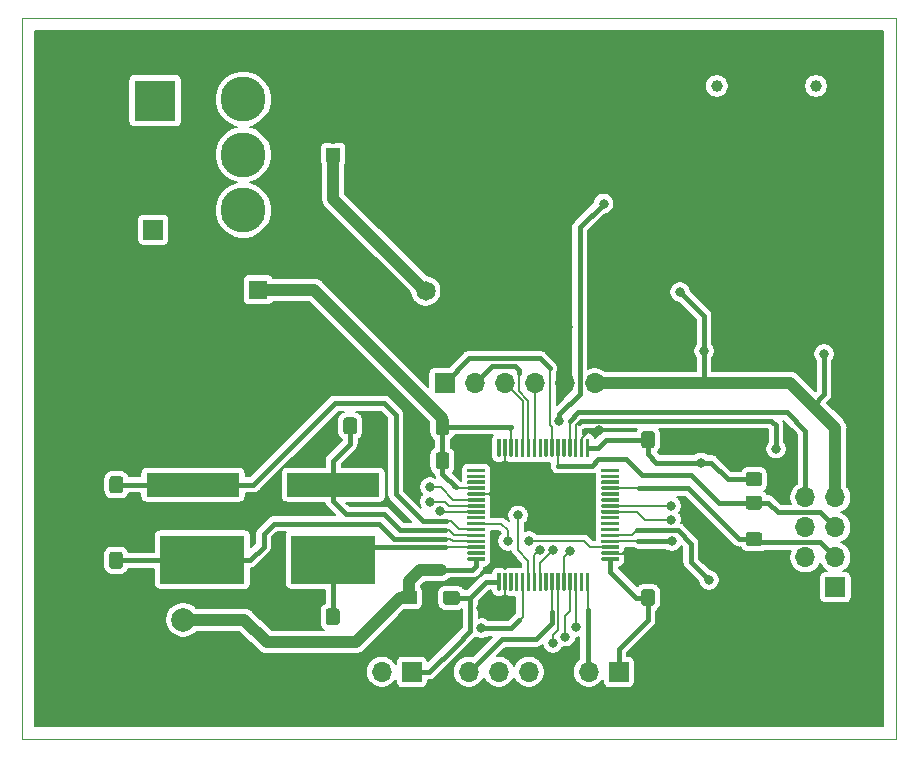
<source format=gbr>
%TF.GenerationSoftware,KiCad,Pcbnew,(5.1.6)-1*%
%TF.CreationDate,2020-11-04T18:23:40+01:00*%
%TF.ProjectId,rps_ki,7270735f-6b69-42e6-9b69-6361645f7063,rev?*%
%TF.SameCoordinates,Original*%
%TF.FileFunction,Copper,L2,Bot*%
%TF.FilePolarity,Positive*%
%FSLAX46Y46*%
G04 Gerber Fmt 4.6, Leading zero omitted, Abs format (unit mm)*
G04 Created by KiCad (PCBNEW (5.1.6)-1) date 2020-11-04 18:23:40*
%MOMM*%
%LPD*%
G01*
G04 APERTURE LIST*
%TA.AperFunction,Profile*%
%ADD10C,0.050000*%
%TD*%
%TA.AperFunction,ComponentPad*%
%ADD11O,1.700000X1.700000*%
%TD*%
%TA.AperFunction,ComponentPad*%
%ADD12R,1.700000X1.700000*%
%TD*%
%TA.AperFunction,ComponentPad*%
%ADD13C,1.700000*%
%TD*%
%TA.AperFunction,ComponentPad*%
%ADD14R,3.500000X3.500000*%
%TD*%
%TA.AperFunction,SMDPad,CuDef*%
%ADD15R,7.175000X4.100000*%
%TD*%
%TA.AperFunction,SMDPad,CuDef*%
%ADD16R,7.875000X2.000000*%
%TD*%
%TA.AperFunction,ComponentPad*%
%ADD17C,3.810000*%
%TD*%
%TA.AperFunction,ComponentPad*%
%ADD18C,1.000000*%
%TD*%
%TA.AperFunction,ComponentPad*%
%ADD19C,1.600000*%
%TD*%
%TA.AperFunction,ComponentPad*%
%ADD20R,1.600000X1.600000*%
%TD*%
%TA.AperFunction,ComponentPad*%
%ADD21C,1.200000*%
%TD*%
%TA.AperFunction,ComponentPad*%
%ADD22R,1.200000X1.200000*%
%TD*%
%TA.AperFunction,ComponentPad*%
%ADD23C,2.000000*%
%TD*%
%TA.AperFunction,ViaPad*%
%ADD24C,0.800000*%
%TD*%
%TA.AperFunction,ViaPad*%
%ADD25C,1.651000*%
%TD*%
%TA.AperFunction,Conductor*%
%ADD26C,0.203200*%
%TD*%
%TA.AperFunction,Conductor*%
%ADD27C,1.016000*%
%TD*%
%TA.AperFunction,Conductor*%
%ADD28C,0.406400*%
%TD*%
G04 APERTURE END LIST*
D10*
X109485600Y-91656800D02*
X35485600Y-91656800D01*
X109485600Y-91656800D02*
X109485600Y-91656800D01*
X35485600Y-30656800D02*
X109485600Y-30656800D01*
X109485600Y-30656800D02*
X109485600Y-91656800D01*
X35485600Y-91656800D02*
X35485600Y-30656800D01*
D11*
%TO.P,J5,6*%
%TO.N,/SWO*%
X73304400Y-86004400D03*
%TO.P,J5,5*%
%TO.N,/NRST*%
X75844400Y-86004400D03*
%TO.P,J5,4*%
%TO.N,/SWDIO*%
X78384400Y-86004400D03*
%TO.P,J5,3*%
%TO.N,GND*%
X80924400Y-86004400D03*
%TO.P,J5,2*%
%TO.N,/SWCLK*%
X83464400Y-86004400D03*
D12*
%TO.P,J5,1*%
%TO.N,+3V3*%
X86004400Y-86004400D03*
%TD*%
D13*
%TO.P,J4,5*%
%TO.N,GND*%
X101803200Y-78841600D03*
D12*
%TO.P,J4,1*%
%TO.N,/ESP_TX*%
X104343200Y-78841600D03*
D11*
%TO.P,J4,6*%
%TO.N,N/C*%
X101803200Y-76301600D03*
%TO.P,J4,2*%
%TO.N,/ESP_CH_PD*%
X104343200Y-76301600D03*
%TO.P,J4,7*%
%TO.N,N/C*%
X101803200Y-73761600D03*
%TO.P,J4,3*%
%TO.N,/ESP_NRST*%
X104343200Y-73761600D03*
%TO.P,J4,8*%
%TO.N,/ESP_RX*%
X101803200Y-71221600D03*
%TO.P,J4,4*%
%TO.N,+3V3*%
X104343200Y-71221600D03*
%TD*%
%TO.P,J1,3*%
%TO.N,GND*%
%TA.AperFunction,ComponentPad*%
G36*
G01*
X41991600Y-43217800D02*
X41991600Y-41467800D01*
G75*
G02*
X42866600Y-40592800I875000J0D01*
G01*
X44616600Y-40592800D01*
G75*
G02*
X45491600Y-41467800I0J-875000D01*
G01*
X45491600Y-43217800D01*
G75*
G02*
X44616600Y-44092800I-875000J0D01*
G01*
X42866600Y-44092800D01*
G75*
G02*
X41991600Y-43217800I0J875000D01*
G01*
G37*
%TD.AperFunction*%
%TO.P,J1,2*%
%TA.AperFunction,ComponentPad*%
G36*
G01*
X39241600Y-38642800D02*
X39241600Y-36642800D01*
G75*
G02*
X39991600Y-35892800I750000J0D01*
G01*
X41491600Y-35892800D01*
G75*
G02*
X42241600Y-36642800I0J-750000D01*
G01*
X42241600Y-38642800D01*
G75*
G02*
X41491600Y-39392800I-750000J0D01*
G01*
X39991600Y-39392800D01*
G75*
G02*
X39241600Y-38642800I0J750000D01*
G01*
G37*
%TD.AperFunction*%
D14*
%TO.P,J1,1*%
%TO.N,/5V_DC*%
X46741600Y-37642800D03*
%TD*%
D15*
%TO.P,Y2,2*%
%TO.N,/OSC_RTC_IN*%
X61823600Y-76504800D03*
%TO.P,Y2,1*%
%TO.N,/OSC_RTC_OUT*%
X50748600Y-76504800D03*
%TD*%
D16*
%TO.P,Y1,2*%
%TO.N,/OSC_IN*%
X61823600Y-70154800D03*
%TO.P,Y1,1*%
%TO.N,/OSC_OUT*%
X49948600Y-70154800D03*
%TD*%
D17*
%TO.P,SW1,2*%
%TO.N,/V_IN*%
X54203600Y-42214800D03*
%TO.P,SW1,3*%
%TO.N,/5V_DC*%
X54203600Y-37514800D03*
%TO.P,SW1,1*%
%TO.N,/BAT_AA*%
X54203600Y-46914800D03*
%TD*%
D18*
%TO.P,J7,2*%
%TO.N,N/C*%
X94300800Y-36399600D03*
X102700800Y-36399600D03*
%TD*%
D11*
%TO.P,J6,6*%
%TO.N,+3V3*%
X83947000Y-61569600D03*
%TO.P,J6,5*%
%TO.N,GND*%
X81407000Y-61569600D03*
%TO.P,J6,4*%
%TO.N,/SPI_MOSI*%
X78867000Y-61569600D03*
%TO.P,J6,3*%
%TO.N,/SPI_SCK*%
X76327000Y-61569600D03*
%TO.P,J6,2*%
%TO.N,/SPI_MISO*%
X73787000Y-61569600D03*
D12*
%TO.P,J6,1*%
%TO.N,/SPI_CS*%
X71247000Y-61569600D03*
%TD*%
D11*
%TO.P,J3,3*%
%TO.N,GND*%
X63398400Y-86004400D03*
%TO.P,J3,2*%
%TO.N,/BOOT0*%
X65938400Y-86004400D03*
D12*
%TO.P,J3,1*%
%TO.N,+3V3*%
X68478400Y-86004400D03*
%TD*%
D19*
%TO.P,C2,2*%
%TO.N,GND*%
X55473600Y-56144800D03*
D20*
%TO.P,C2,1*%
%TO.N,+3V3*%
X55473600Y-53644800D03*
%TD*%
D21*
%TO.P,C1,2*%
%TO.N,GND*%
X61823600Y-40714800D03*
D22*
%TO.P,C1,1*%
%TO.N,/V_IN*%
X61823600Y-42214800D03*
%TD*%
%TO.P,U1,64*%
%TO.N,+3V3*%
%TA.AperFunction,SMDPad,CuDef*%
G36*
G01*
X75703600Y-79069800D02*
X75703600Y-77669800D01*
G75*
G02*
X75778600Y-77594800I75000J0D01*
G01*
X75928600Y-77594800D01*
G75*
G02*
X76003600Y-77669800I0J-75000D01*
G01*
X76003600Y-79069800D01*
G75*
G02*
X75928600Y-79144800I-75000J0D01*
G01*
X75778600Y-79144800D01*
G75*
G02*
X75703600Y-79069800I0J75000D01*
G01*
G37*
%TD.AperFunction*%
%TO.P,U1,63*%
%TO.N,GND*%
%TA.AperFunction,SMDPad,CuDef*%
G36*
G01*
X76203600Y-79069800D02*
X76203600Y-77669800D01*
G75*
G02*
X76278600Y-77594800I75000J0D01*
G01*
X76428600Y-77594800D01*
G75*
G02*
X76503600Y-77669800I0J-75000D01*
G01*
X76503600Y-79069800D01*
G75*
G02*
X76428600Y-79144800I-75000J0D01*
G01*
X76278600Y-79144800D01*
G75*
G02*
X76203600Y-79069800I0J75000D01*
G01*
G37*
%TD.AperFunction*%
%TO.P,U1,62*%
%TO.N,N/C*%
%TA.AperFunction,SMDPad,CuDef*%
G36*
G01*
X76703600Y-79069800D02*
X76703600Y-77669800D01*
G75*
G02*
X76778600Y-77594800I75000J0D01*
G01*
X76928600Y-77594800D01*
G75*
G02*
X77003600Y-77669800I0J-75000D01*
G01*
X77003600Y-79069800D01*
G75*
G02*
X76928600Y-79144800I-75000J0D01*
G01*
X76778600Y-79144800D01*
G75*
G02*
X76703600Y-79069800I0J75000D01*
G01*
G37*
%TD.AperFunction*%
%TO.P,U1,61*%
%TA.AperFunction,SMDPad,CuDef*%
G36*
G01*
X77203600Y-79069800D02*
X77203600Y-77669800D01*
G75*
G02*
X77278600Y-77594800I75000J0D01*
G01*
X77428600Y-77594800D01*
G75*
G02*
X77503600Y-77669800I0J-75000D01*
G01*
X77503600Y-79069800D01*
G75*
G02*
X77428600Y-79144800I-75000J0D01*
G01*
X77278600Y-79144800D01*
G75*
G02*
X77203600Y-79069800I0J75000D01*
G01*
G37*
%TD.AperFunction*%
%TO.P,U1,60*%
%TO.N,/BOOT0*%
%TA.AperFunction,SMDPad,CuDef*%
G36*
G01*
X77703600Y-79069800D02*
X77703600Y-77669800D01*
G75*
G02*
X77778600Y-77594800I75000J0D01*
G01*
X77928600Y-77594800D01*
G75*
G02*
X78003600Y-77669800I0J-75000D01*
G01*
X78003600Y-79069800D01*
G75*
G02*
X77928600Y-79144800I-75000J0D01*
G01*
X77778600Y-79144800D01*
G75*
G02*
X77703600Y-79069800I0J75000D01*
G01*
G37*
%TD.AperFunction*%
%TO.P,U1,59*%
%TO.N,/Button1*%
%TA.AperFunction,SMDPad,CuDef*%
G36*
G01*
X78203600Y-79069800D02*
X78203600Y-77669800D01*
G75*
G02*
X78278600Y-77594800I75000J0D01*
G01*
X78428600Y-77594800D01*
G75*
G02*
X78503600Y-77669800I0J-75000D01*
G01*
X78503600Y-79069800D01*
G75*
G02*
X78428600Y-79144800I-75000J0D01*
G01*
X78278600Y-79144800D01*
G75*
G02*
X78203600Y-79069800I0J75000D01*
G01*
G37*
%TD.AperFunction*%
%TO.P,U1,58*%
%TO.N,/Button0*%
%TA.AperFunction,SMDPad,CuDef*%
G36*
G01*
X78703600Y-79069800D02*
X78703600Y-77669800D01*
G75*
G02*
X78778600Y-77594800I75000J0D01*
G01*
X78928600Y-77594800D01*
G75*
G02*
X79003600Y-77669800I0J-75000D01*
G01*
X79003600Y-79069800D01*
G75*
G02*
X78928600Y-79144800I-75000J0D01*
G01*
X78778600Y-79144800D01*
G75*
G02*
X78703600Y-79069800I0J75000D01*
G01*
G37*
%TD.AperFunction*%
%TO.P,U1,57*%
%TO.N,/SD_CD*%
%TA.AperFunction,SMDPad,CuDef*%
G36*
G01*
X79203600Y-79069800D02*
X79203600Y-77669800D01*
G75*
G02*
X79278600Y-77594800I75000J0D01*
G01*
X79428600Y-77594800D01*
G75*
G02*
X79503600Y-77669800I0J-75000D01*
G01*
X79503600Y-79069800D01*
G75*
G02*
X79428600Y-79144800I-75000J0D01*
G01*
X79278600Y-79144800D01*
G75*
G02*
X79203600Y-79069800I0J75000D01*
G01*
G37*
%TD.AperFunction*%
%TO.P,U1,56*%
%TO.N,N/C*%
%TA.AperFunction,SMDPad,CuDef*%
G36*
G01*
X79703600Y-79069800D02*
X79703600Y-77669800D01*
G75*
G02*
X79778600Y-77594800I75000J0D01*
G01*
X79928600Y-77594800D01*
G75*
G02*
X80003600Y-77669800I0J-75000D01*
G01*
X80003600Y-79069800D01*
G75*
G02*
X79928600Y-79144800I-75000J0D01*
G01*
X79778600Y-79144800D01*
G75*
G02*
X79703600Y-79069800I0J75000D01*
G01*
G37*
%TD.AperFunction*%
%TO.P,U1,55*%
%TO.N,/SWO*%
%TA.AperFunction,SMDPad,CuDef*%
G36*
G01*
X80203600Y-79069800D02*
X80203600Y-77669800D01*
G75*
G02*
X80278600Y-77594800I75000J0D01*
G01*
X80428600Y-77594800D01*
G75*
G02*
X80503600Y-77669800I0J-75000D01*
G01*
X80503600Y-79069800D01*
G75*
G02*
X80428600Y-79144800I-75000J0D01*
G01*
X80278600Y-79144800D01*
G75*
G02*
X80203600Y-79069800I0J75000D01*
G01*
G37*
%TD.AperFunction*%
%TO.P,U1,54*%
%TO.N,/SD_CMD*%
%TA.AperFunction,SMDPad,CuDef*%
G36*
G01*
X80703600Y-79069800D02*
X80703600Y-77669800D01*
G75*
G02*
X80778600Y-77594800I75000J0D01*
G01*
X80928600Y-77594800D01*
G75*
G02*
X81003600Y-77669800I0J-75000D01*
G01*
X81003600Y-79069800D01*
G75*
G02*
X80928600Y-79144800I-75000J0D01*
G01*
X80778600Y-79144800D01*
G75*
G02*
X80703600Y-79069800I0J75000D01*
G01*
G37*
%TD.AperFunction*%
%TO.P,U1,53*%
%TO.N,/SD_CLK*%
%TA.AperFunction,SMDPad,CuDef*%
G36*
G01*
X81203600Y-79069800D02*
X81203600Y-77669800D01*
G75*
G02*
X81278600Y-77594800I75000J0D01*
G01*
X81428600Y-77594800D01*
G75*
G02*
X81503600Y-77669800I0J-75000D01*
G01*
X81503600Y-79069800D01*
G75*
G02*
X81428600Y-79144800I-75000J0D01*
G01*
X81278600Y-79144800D01*
G75*
G02*
X81203600Y-79069800I0J75000D01*
G01*
G37*
%TD.AperFunction*%
%TO.P,U1,52*%
%TO.N,/SD_D3*%
%TA.AperFunction,SMDPad,CuDef*%
G36*
G01*
X81703600Y-79069800D02*
X81703600Y-77669800D01*
G75*
G02*
X81778600Y-77594800I75000J0D01*
G01*
X81928600Y-77594800D01*
G75*
G02*
X82003600Y-77669800I0J-75000D01*
G01*
X82003600Y-79069800D01*
G75*
G02*
X81928600Y-79144800I-75000J0D01*
G01*
X81778600Y-79144800D01*
G75*
G02*
X81703600Y-79069800I0J75000D01*
G01*
G37*
%TD.AperFunction*%
%TO.P,U1,51*%
%TO.N,/SD_D2*%
%TA.AperFunction,SMDPad,CuDef*%
G36*
G01*
X82203600Y-79069800D02*
X82203600Y-77669800D01*
G75*
G02*
X82278600Y-77594800I75000J0D01*
G01*
X82428600Y-77594800D01*
G75*
G02*
X82503600Y-77669800I0J-75000D01*
G01*
X82503600Y-79069800D01*
G75*
G02*
X82428600Y-79144800I-75000J0D01*
G01*
X82278600Y-79144800D01*
G75*
G02*
X82203600Y-79069800I0J75000D01*
G01*
G37*
%TD.AperFunction*%
%TO.P,U1,50*%
%TO.N,N/C*%
%TA.AperFunction,SMDPad,CuDef*%
G36*
G01*
X82703600Y-79069800D02*
X82703600Y-77669800D01*
G75*
G02*
X82778600Y-77594800I75000J0D01*
G01*
X82928600Y-77594800D01*
G75*
G02*
X83003600Y-77669800I0J-75000D01*
G01*
X83003600Y-79069800D01*
G75*
G02*
X82928600Y-79144800I-75000J0D01*
G01*
X82778600Y-79144800D01*
G75*
G02*
X82703600Y-79069800I0J75000D01*
G01*
G37*
%TD.AperFunction*%
%TO.P,U1,49*%
%TO.N,/SWCLK*%
%TA.AperFunction,SMDPad,CuDef*%
G36*
G01*
X83203600Y-79069800D02*
X83203600Y-77669800D01*
G75*
G02*
X83278600Y-77594800I75000J0D01*
G01*
X83428600Y-77594800D01*
G75*
G02*
X83503600Y-77669800I0J-75000D01*
G01*
X83503600Y-79069800D01*
G75*
G02*
X83428600Y-79144800I-75000J0D01*
G01*
X83278600Y-79144800D01*
G75*
G02*
X83203600Y-79069800I0J75000D01*
G01*
G37*
%TD.AperFunction*%
%TO.P,U1,48*%
%TO.N,+3V3*%
%TA.AperFunction,SMDPad,CuDef*%
G36*
G01*
X84503600Y-76519800D02*
X84503600Y-76369800D01*
G75*
G02*
X84578600Y-76294800I75000J0D01*
G01*
X85978600Y-76294800D01*
G75*
G02*
X86053600Y-76369800I0J-75000D01*
G01*
X86053600Y-76519800D01*
G75*
G02*
X85978600Y-76594800I-75000J0D01*
G01*
X84578600Y-76594800D01*
G75*
G02*
X84503600Y-76519800I0J75000D01*
G01*
G37*
%TD.AperFunction*%
%TO.P,U1,47*%
%TO.N,GND*%
%TA.AperFunction,SMDPad,CuDef*%
G36*
G01*
X84503600Y-76019800D02*
X84503600Y-75869800D01*
G75*
G02*
X84578600Y-75794800I75000J0D01*
G01*
X85978600Y-75794800D01*
G75*
G02*
X86053600Y-75869800I0J-75000D01*
G01*
X86053600Y-76019800D01*
G75*
G02*
X85978600Y-76094800I-75000J0D01*
G01*
X84578600Y-76094800D01*
G75*
G02*
X84503600Y-76019800I0J75000D01*
G01*
G37*
%TD.AperFunction*%
%TO.P,U1,46*%
%TO.N,/SWDIO*%
%TA.AperFunction,SMDPad,CuDef*%
G36*
G01*
X84503600Y-75519800D02*
X84503600Y-75369800D01*
G75*
G02*
X84578600Y-75294800I75000J0D01*
G01*
X85978600Y-75294800D01*
G75*
G02*
X86053600Y-75369800I0J-75000D01*
G01*
X86053600Y-75519800D01*
G75*
G02*
X85978600Y-75594800I-75000J0D01*
G01*
X84578600Y-75594800D01*
G75*
G02*
X84503600Y-75519800I0J75000D01*
G01*
G37*
%TD.AperFunction*%
%TO.P,U1,45*%
%TO.N,/USB_D+*%
%TA.AperFunction,SMDPad,CuDef*%
G36*
G01*
X84503600Y-75019800D02*
X84503600Y-74869800D01*
G75*
G02*
X84578600Y-74794800I75000J0D01*
G01*
X85978600Y-74794800D01*
G75*
G02*
X86053600Y-74869800I0J-75000D01*
G01*
X86053600Y-75019800D01*
G75*
G02*
X85978600Y-75094800I-75000J0D01*
G01*
X84578600Y-75094800D01*
G75*
G02*
X84503600Y-75019800I0J75000D01*
G01*
G37*
%TD.AperFunction*%
%TO.P,U1,44*%
%TO.N,/USB_D-*%
%TA.AperFunction,SMDPad,CuDef*%
G36*
G01*
X84503600Y-74519800D02*
X84503600Y-74369800D01*
G75*
G02*
X84578600Y-74294800I75000J0D01*
G01*
X85978600Y-74294800D01*
G75*
G02*
X86053600Y-74369800I0J-75000D01*
G01*
X86053600Y-74519800D01*
G75*
G02*
X85978600Y-74594800I-75000J0D01*
G01*
X84578600Y-74594800D01*
G75*
G02*
X84503600Y-74519800I0J75000D01*
G01*
G37*
%TD.AperFunction*%
%TO.P,U1,43*%
%TO.N,N/C*%
%TA.AperFunction,SMDPad,CuDef*%
G36*
G01*
X84503600Y-74019800D02*
X84503600Y-73869800D01*
G75*
G02*
X84578600Y-73794800I75000J0D01*
G01*
X85978600Y-73794800D01*
G75*
G02*
X86053600Y-73869800I0J-75000D01*
G01*
X86053600Y-74019800D01*
G75*
G02*
X85978600Y-74094800I-75000J0D01*
G01*
X84578600Y-74094800D01*
G75*
G02*
X84503600Y-74019800I0J75000D01*
G01*
G37*
%TD.AperFunction*%
%TO.P,U1,42*%
%TA.AperFunction,SMDPad,CuDef*%
G36*
G01*
X84503600Y-73519800D02*
X84503600Y-73369800D01*
G75*
G02*
X84578600Y-73294800I75000J0D01*
G01*
X85978600Y-73294800D01*
G75*
G02*
X86053600Y-73369800I0J-75000D01*
G01*
X86053600Y-73519800D01*
G75*
G02*
X85978600Y-73594800I-75000J0D01*
G01*
X84578600Y-73594800D01*
G75*
G02*
X84503600Y-73519800I0J75000D01*
G01*
G37*
%TD.AperFunction*%
%TO.P,U1,41*%
%TA.AperFunction,SMDPad,CuDef*%
G36*
G01*
X84503600Y-73019800D02*
X84503600Y-72869800D01*
G75*
G02*
X84578600Y-72794800I75000J0D01*
G01*
X85978600Y-72794800D01*
G75*
G02*
X86053600Y-72869800I0J-75000D01*
G01*
X86053600Y-73019800D01*
G75*
G02*
X85978600Y-73094800I-75000J0D01*
G01*
X84578600Y-73094800D01*
G75*
G02*
X84503600Y-73019800I0J75000D01*
G01*
G37*
%TD.AperFunction*%
%TO.P,U1,40*%
%TO.N,/SD_D1*%
%TA.AperFunction,SMDPad,CuDef*%
G36*
G01*
X84503600Y-72519800D02*
X84503600Y-72369800D01*
G75*
G02*
X84578600Y-72294800I75000J0D01*
G01*
X85978600Y-72294800D01*
G75*
G02*
X86053600Y-72369800I0J-75000D01*
G01*
X86053600Y-72519800D01*
G75*
G02*
X85978600Y-72594800I-75000J0D01*
G01*
X84578600Y-72594800D01*
G75*
G02*
X84503600Y-72519800I0J75000D01*
G01*
G37*
%TD.AperFunction*%
%TO.P,U1,39*%
%TO.N,/SD_D0*%
%TA.AperFunction,SMDPad,CuDef*%
G36*
G01*
X84503600Y-72019800D02*
X84503600Y-71869800D01*
G75*
G02*
X84578600Y-71794800I75000J0D01*
G01*
X85978600Y-71794800D01*
G75*
G02*
X86053600Y-71869800I0J-75000D01*
G01*
X86053600Y-72019800D01*
G75*
G02*
X85978600Y-72094800I-75000J0D01*
G01*
X84578600Y-72094800D01*
G75*
G02*
X84503600Y-72019800I0J75000D01*
G01*
G37*
%TD.AperFunction*%
%TO.P,U1,38*%
%TO.N,N/C*%
%TA.AperFunction,SMDPad,CuDef*%
G36*
G01*
X84503600Y-71519800D02*
X84503600Y-71369800D01*
G75*
G02*
X84578600Y-71294800I75000J0D01*
G01*
X85978600Y-71294800D01*
G75*
G02*
X86053600Y-71369800I0J-75000D01*
G01*
X86053600Y-71519800D01*
G75*
G02*
X85978600Y-71594800I-75000J0D01*
G01*
X84578600Y-71594800D01*
G75*
G02*
X84503600Y-71519800I0J75000D01*
G01*
G37*
%TD.AperFunction*%
%TO.P,U1,37*%
%TA.AperFunction,SMDPad,CuDef*%
G36*
G01*
X84503600Y-71019800D02*
X84503600Y-70869800D01*
G75*
G02*
X84578600Y-70794800I75000J0D01*
G01*
X85978600Y-70794800D01*
G75*
G02*
X86053600Y-70869800I0J-75000D01*
G01*
X86053600Y-71019800D01*
G75*
G02*
X85978600Y-71094800I-75000J0D01*
G01*
X84578600Y-71094800D01*
G75*
G02*
X84503600Y-71019800I0J75000D01*
G01*
G37*
%TD.AperFunction*%
%TO.P,U1,36*%
%TO.N,/ESP_CH_PD*%
%TA.AperFunction,SMDPad,CuDef*%
G36*
G01*
X84503600Y-70519800D02*
X84503600Y-70369800D01*
G75*
G02*
X84578600Y-70294800I75000J0D01*
G01*
X85978600Y-70294800D01*
G75*
G02*
X86053600Y-70369800I0J-75000D01*
G01*
X86053600Y-70519800D01*
G75*
G02*
X85978600Y-70594800I-75000J0D01*
G01*
X84578600Y-70594800D01*
G75*
G02*
X84503600Y-70519800I0J75000D01*
G01*
G37*
%TD.AperFunction*%
%TO.P,U1,35*%
%TO.N,N/C*%
%TA.AperFunction,SMDPad,CuDef*%
G36*
G01*
X84503600Y-70019800D02*
X84503600Y-69869800D01*
G75*
G02*
X84578600Y-69794800I75000J0D01*
G01*
X85978600Y-69794800D01*
G75*
G02*
X86053600Y-69869800I0J-75000D01*
G01*
X86053600Y-70019800D01*
G75*
G02*
X85978600Y-70094800I-75000J0D01*
G01*
X84578600Y-70094800D01*
G75*
G02*
X84503600Y-70019800I0J75000D01*
G01*
G37*
%TD.AperFunction*%
%TO.P,U1,34*%
%TA.AperFunction,SMDPad,CuDef*%
G36*
G01*
X84503600Y-69519800D02*
X84503600Y-69369800D01*
G75*
G02*
X84578600Y-69294800I75000J0D01*
G01*
X85978600Y-69294800D01*
G75*
G02*
X86053600Y-69369800I0J-75000D01*
G01*
X86053600Y-69519800D01*
G75*
G02*
X85978600Y-69594800I-75000J0D01*
G01*
X84578600Y-69594800D01*
G75*
G02*
X84503600Y-69519800I0J75000D01*
G01*
G37*
%TD.AperFunction*%
%TO.P,U1,33*%
%TA.AperFunction,SMDPad,CuDef*%
G36*
G01*
X84503600Y-69019800D02*
X84503600Y-68869800D01*
G75*
G02*
X84578600Y-68794800I75000J0D01*
G01*
X85978600Y-68794800D01*
G75*
G02*
X86053600Y-68869800I0J-75000D01*
G01*
X86053600Y-69019800D01*
G75*
G02*
X85978600Y-69094800I-75000J0D01*
G01*
X84578600Y-69094800D01*
G75*
G02*
X84503600Y-69019800I0J75000D01*
G01*
G37*
%TD.AperFunction*%
%TO.P,U1,32*%
%TO.N,+3V3*%
%TA.AperFunction,SMDPad,CuDef*%
G36*
G01*
X83203600Y-67719800D02*
X83203600Y-66319800D01*
G75*
G02*
X83278600Y-66244800I75000J0D01*
G01*
X83428600Y-66244800D01*
G75*
G02*
X83503600Y-66319800I0J-75000D01*
G01*
X83503600Y-67719800D01*
G75*
G02*
X83428600Y-67794800I-75000J0D01*
G01*
X83278600Y-67794800D01*
G75*
G02*
X83203600Y-67719800I0J75000D01*
G01*
G37*
%TD.AperFunction*%
%TO.P,U1,31*%
%TO.N,GND*%
%TA.AperFunction,SMDPad,CuDef*%
G36*
G01*
X82703600Y-67719800D02*
X82703600Y-66319800D01*
G75*
G02*
X82778600Y-66244800I75000J0D01*
G01*
X82928600Y-66244800D01*
G75*
G02*
X83003600Y-66319800I0J-75000D01*
G01*
X83003600Y-67719800D01*
G75*
G02*
X82928600Y-67794800I-75000J0D01*
G01*
X82778600Y-67794800D01*
G75*
G02*
X82703600Y-67719800I0J75000D01*
G01*
G37*
%TD.AperFunction*%
%TO.P,U1,30*%
%TO.N,/ESP_TX*%
%TA.AperFunction,SMDPad,CuDef*%
G36*
G01*
X82203600Y-67719800D02*
X82203600Y-66319800D01*
G75*
G02*
X82278600Y-66244800I75000J0D01*
G01*
X82428600Y-66244800D01*
G75*
G02*
X82503600Y-66319800I0J-75000D01*
G01*
X82503600Y-67719800D01*
G75*
G02*
X82428600Y-67794800I-75000J0D01*
G01*
X82278600Y-67794800D01*
G75*
G02*
X82203600Y-67719800I0J75000D01*
G01*
G37*
%TD.AperFunction*%
%TO.P,U1,29*%
%TO.N,/ESP_RX*%
%TA.AperFunction,SMDPad,CuDef*%
G36*
G01*
X81703600Y-67719800D02*
X81703600Y-66319800D01*
G75*
G02*
X81778600Y-66244800I75000J0D01*
G01*
X81928600Y-66244800D01*
G75*
G02*
X82003600Y-66319800I0J-75000D01*
G01*
X82003600Y-67719800D01*
G75*
G02*
X81928600Y-67794800I-75000J0D01*
G01*
X81778600Y-67794800D01*
G75*
G02*
X81703600Y-67719800I0J75000D01*
G01*
G37*
%TD.AperFunction*%
%TO.P,U1,28*%
%TO.N,N/C*%
%TA.AperFunction,SMDPad,CuDef*%
G36*
G01*
X81203600Y-67719800D02*
X81203600Y-66319800D01*
G75*
G02*
X81278600Y-66244800I75000J0D01*
G01*
X81428600Y-66244800D01*
G75*
G02*
X81503600Y-66319800I0J-75000D01*
G01*
X81503600Y-67719800D01*
G75*
G02*
X81428600Y-67794800I-75000J0D01*
G01*
X81278600Y-67794800D01*
G75*
G02*
X81203600Y-67719800I0J75000D01*
G01*
G37*
%TD.AperFunction*%
%TO.P,U1,27*%
%TO.N,/ESP_NRST*%
%TA.AperFunction,SMDPad,CuDef*%
G36*
G01*
X80703600Y-67719800D02*
X80703600Y-66319800D01*
G75*
G02*
X80778600Y-66244800I75000J0D01*
G01*
X80928600Y-66244800D01*
G75*
G02*
X81003600Y-66319800I0J-75000D01*
G01*
X81003600Y-67719800D01*
G75*
G02*
X80928600Y-67794800I-75000J0D01*
G01*
X80778600Y-67794800D01*
G75*
G02*
X80703600Y-67719800I0J75000D01*
G01*
G37*
%TD.AperFunction*%
%TO.P,U1,26*%
%TO.N,/SPI_CS*%
%TA.AperFunction,SMDPad,CuDef*%
G36*
G01*
X80203600Y-67719800D02*
X80203600Y-66319800D01*
G75*
G02*
X80278600Y-66244800I75000J0D01*
G01*
X80428600Y-66244800D01*
G75*
G02*
X80503600Y-66319800I0J-75000D01*
G01*
X80503600Y-67719800D01*
G75*
G02*
X80428600Y-67794800I-75000J0D01*
G01*
X80278600Y-67794800D01*
G75*
G02*
X80203600Y-67719800I0J75000D01*
G01*
G37*
%TD.AperFunction*%
%TO.P,U1,25*%
%TO.N,N/C*%
%TA.AperFunction,SMDPad,CuDef*%
G36*
G01*
X79703600Y-67719800D02*
X79703600Y-66319800D01*
G75*
G02*
X79778600Y-66244800I75000J0D01*
G01*
X79928600Y-66244800D01*
G75*
G02*
X80003600Y-66319800I0J-75000D01*
G01*
X80003600Y-67719800D01*
G75*
G02*
X79928600Y-67794800I-75000J0D01*
G01*
X79778600Y-67794800D01*
G75*
G02*
X79703600Y-67719800I0J75000D01*
G01*
G37*
%TD.AperFunction*%
%TO.P,U1,24*%
%TA.AperFunction,SMDPad,CuDef*%
G36*
G01*
X79203600Y-67719800D02*
X79203600Y-66319800D01*
G75*
G02*
X79278600Y-66244800I75000J0D01*
G01*
X79428600Y-66244800D01*
G75*
G02*
X79503600Y-66319800I0J-75000D01*
G01*
X79503600Y-67719800D01*
G75*
G02*
X79428600Y-67794800I-75000J0D01*
G01*
X79278600Y-67794800D01*
G75*
G02*
X79203600Y-67719800I0J75000D01*
G01*
G37*
%TD.AperFunction*%
%TO.P,U1,23*%
%TO.N,/SPI_MOSI*%
%TA.AperFunction,SMDPad,CuDef*%
G36*
G01*
X78703600Y-67719800D02*
X78703600Y-66319800D01*
G75*
G02*
X78778600Y-66244800I75000J0D01*
G01*
X78928600Y-66244800D01*
G75*
G02*
X79003600Y-66319800I0J-75000D01*
G01*
X79003600Y-67719800D01*
G75*
G02*
X78928600Y-67794800I-75000J0D01*
G01*
X78778600Y-67794800D01*
G75*
G02*
X78703600Y-67719800I0J75000D01*
G01*
G37*
%TD.AperFunction*%
%TO.P,U1,22*%
%TO.N,/SPI_MISO*%
%TA.AperFunction,SMDPad,CuDef*%
G36*
G01*
X78203600Y-67719800D02*
X78203600Y-66319800D01*
G75*
G02*
X78278600Y-66244800I75000J0D01*
G01*
X78428600Y-66244800D01*
G75*
G02*
X78503600Y-66319800I0J-75000D01*
G01*
X78503600Y-67719800D01*
G75*
G02*
X78428600Y-67794800I-75000J0D01*
G01*
X78278600Y-67794800D01*
G75*
G02*
X78203600Y-67719800I0J75000D01*
G01*
G37*
%TD.AperFunction*%
%TO.P,U1,21*%
%TO.N,/SPI_SCK*%
%TA.AperFunction,SMDPad,CuDef*%
G36*
G01*
X77703600Y-67719800D02*
X77703600Y-66319800D01*
G75*
G02*
X77778600Y-66244800I75000J0D01*
G01*
X77928600Y-66244800D01*
G75*
G02*
X78003600Y-66319800I0J-75000D01*
G01*
X78003600Y-67719800D01*
G75*
G02*
X77928600Y-67794800I-75000J0D01*
G01*
X77778600Y-67794800D01*
G75*
G02*
X77703600Y-67719800I0J75000D01*
G01*
G37*
%TD.AperFunction*%
%TO.P,U1,20*%
%TO.N,N/C*%
%TA.AperFunction,SMDPad,CuDef*%
G36*
G01*
X77203600Y-67719800D02*
X77203600Y-66319800D01*
G75*
G02*
X77278600Y-66244800I75000J0D01*
G01*
X77428600Y-66244800D01*
G75*
G02*
X77503600Y-66319800I0J-75000D01*
G01*
X77503600Y-67719800D01*
G75*
G02*
X77428600Y-67794800I-75000J0D01*
G01*
X77278600Y-67794800D01*
G75*
G02*
X77203600Y-67719800I0J75000D01*
G01*
G37*
%TD.AperFunction*%
%TO.P,U1,19*%
%TO.N,+3V3*%
%TA.AperFunction,SMDPad,CuDef*%
G36*
G01*
X76703600Y-67719800D02*
X76703600Y-66319800D01*
G75*
G02*
X76778600Y-66244800I75000J0D01*
G01*
X76928600Y-66244800D01*
G75*
G02*
X77003600Y-66319800I0J-75000D01*
G01*
X77003600Y-67719800D01*
G75*
G02*
X76928600Y-67794800I-75000J0D01*
G01*
X76778600Y-67794800D01*
G75*
G02*
X76703600Y-67719800I0J75000D01*
G01*
G37*
%TD.AperFunction*%
%TO.P,U1,18*%
%TO.N,GND*%
%TA.AperFunction,SMDPad,CuDef*%
G36*
G01*
X76203600Y-67719800D02*
X76203600Y-66319800D01*
G75*
G02*
X76278600Y-66244800I75000J0D01*
G01*
X76428600Y-66244800D01*
G75*
G02*
X76503600Y-66319800I0J-75000D01*
G01*
X76503600Y-67719800D01*
G75*
G02*
X76428600Y-67794800I-75000J0D01*
G01*
X76278600Y-67794800D01*
G75*
G02*
X76203600Y-67719800I0J75000D01*
G01*
G37*
%TD.AperFunction*%
%TO.P,U1,17*%
%TO.N,N/C*%
%TA.AperFunction,SMDPad,CuDef*%
G36*
G01*
X75703600Y-67719800D02*
X75703600Y-66319800D01*
G75*
G02*
X75778600Y-66244800I75000J0D01*
G01*
X75928600Y-66244800D01*
G75*
G02*
X76003600Y-66319800I0J-75000D01*
G01*
X76003600Y-67719800D01*
G75*
G02*
X75928600Y-67794800I-75000J0D01*
G01*
X75778600Y-67794800D01*
G75*
G02*
X75703600Y-67719800I0J75000D01*
G01*
G37*
%TD.AperFunction*%
%TO.P,U1,16*%
%TA.AperFunction,SMDPad,CuDef*%
G36*
G01*
X73153600Y-69019800D02*
X73153600Y-68869800D01*
G75*
G02*
X73228600Y-68794800I75000J0D01*
G01*
X74628600Y-68794800D01*
G75*
G02*
X74703600Y-68869800I0J-75000D01*
G01*
X74703600Y-69019800D01*
G75*
G02*
X74628600Y-69094800I-75000J0D01*
G01*
X73228600Y-69094800D01*
G75*
G02*
X73153600Y-69019800I0J75000D01*
G01*
G37*
%TD.AperFunction*%
%TO.P,U1,15*%
%TA.AperFunction,SMDPad,CuDef*%
G36*
G01*
X73153600Y-69519800D02*
X73153600Y-69369800D01*
G75*
G02*
X73228600Y-69294800I75000J0D01*
G01*
X74628600Y-69294800D01*
G75*
G02*
X74703600Y-69369800I0J-75000D01*
G01*
X74703600Y-69519800D01*
G75*
G02*
X74628600Y-69594800I-75000J0D01*
G01*
X73228600Y-69594800D01*
G75*
G02*
X73153600Y-69519800I0J75000D01*
G01*
G37*
%TD.AperFunction*%
%TO.P,U1,14*%
%TA.AperFunction,SMDPad,CuDef*%
G36*
G01*
X73153600Y-70019800D02*
X73153600Y-69869800D01*
G75*
G02*
X73228600Y-69794800I75000J0D01*
G01*
X74628600Y-69794800D01*
G75*
G02*
X74703600Y-69869800I0J-75000D01*
G01*
X74703600Y-70019800D01*
G75*
G02*
X74628600Y-70094800I-75000J0D01*
G01*
X73228600Y-70094800D01*
G75*
G02*
X73153600Y-70019800I0J75000D01*
G01*
G37*
%TD.AperFunction*%
%TO.P,U1,13*%
%TO.N,+3V3*%
%TA.AperFunction,SMDPad,CuDef*%
G36*
G01*
X73153600Y-70519800D02*
X73153600Y-70369800D01*
G75*
G02*
X73228600Y-70294800I75000J0D01*
G01*
X74628600Y-70294800D01*
G75*
G02*
X74703600Y-70369800I0J-75000D01*
G01*
X74703600Y-70519800D01*
G75*
G02*
X74628600Y-70594800I-75000J0D01*
G01*
X73228600Y-70594800D01*
G75*
G02*
X73153600Y-70519800I0J75000D01*
G01*
G37*
%TD.AperFunction*%
%TO.P,U1,12*%
%TO.N,GND*%
%TA.AperFunction,SMDPad,CuDef*%
G36*
G01*
X73153600Y-71019800D02*
X73153600Y-70869800D01*
G75*
G02*
X73228600Y-70794800I75000J0D01*
G01*
X74628600Y-70794800D01*
G75*
G02*
X74703600Y-70869800I0J-75000D01*
G01*
X74703600Y-71019800D01*
G75*
G02*
X74628600Y-71094800I-75000J0D01*
G01*
X73228600Y-71094800D01*
G75*
G02*
X73153600Y-71019800I0J75000D01*
G01*
G37*
%TD.AperFunction*%
%TO.P,U1,11*%
%TO.N,/LED2*%
%TA.AperFunction,SMDPad,CuDef*%
G36*
G01*
X73153600Y-71519800D02*
X73153600Y-71369800D01*
G75*
G02*
X73228600Y-71294800I75000J0D01*
G01*
X74628600Y-71294800D01*
G75*
G02*
X74703600Y-71369800I0J-75000D01*
G01*
X74703600Y-71519800D01*
G75*
G02*
X74628600Y-71594800I-75000J0D01*
G01*
X73228600Y-71594800D01*
G75*
G02*
X73153600Y-71519800I0J75000D01*
G01*
G37*
%TD.AperFunction*%
%TO.P,U1,10*%
%TO.N,/LED1*%
%TA.AperFunction,SMDPad,CuDef*%
G36*
G01*
X73153600Y-72019800D02*
X73153600Y-71869800D01*
G75*
G02*
X73228600Y-71794800I75000J0D01*
G01*
X74628600Y-71794800D01*
G75*
G02*
X74703600Y-71869800I0J-75000D01*
G01*
X74703600Y-72019800D01*
G75*
G02*
X74628600Y-72094800I-75000J0D01*
G01*
X73228600Y-72094800D01*
G75*
G02*
X73153600Y-72019800I0J75000D01*
G01*
G37*
%TD.AperFunction*%
%TO.P,U1,9*%
%TO.N,/LED0*%
%TA.AperFunction,SMDPad,CuDef*%
G36*
G01*
X73153600Y-72519800D02*
X73153600Y-72369800D01*
G75*
G02*
X73228600Y-72294800I75000J0D01*
G01*
X74628600Y-72294800D01*
G75*
G02*
X74703600Y-72369800I0J-75000D01*
G01*
X74703600Y-72519800D01*
G75*
G02*
X74628600Y-72594800I-75000J0D01*
G01*
X73228600Y-72594800D01*
G75*
G02*
X73153600Y-72519800I0J75000D01*
G01*
G37*
%TD.AperFunction*%
%TO.P,U1,8*%
%TO.N,N/C*%
%TA.AperFunction,SMDPad,CuDef*%
G36*
G01*
X73153600Y-73019800D02*
X73153600Y-72869800D01*
G75*
G02*
X73228600Y-72794800I75000J0D01*
G01*
X74628600Y-72794800D01*
G75*
G02*
X74703600Y-72869800I0J-75000D01*
G01*
X74703600Y-73019800D01*
G75*
G02*
X74628600Y-73094800I-75000J0D01*
G01*
X73228600Y-73094800D01*
G75*
G02*
X73153600Y-73019800I0J75000D01*
G01*
G37*
%TD.AperFunction*%
%TO.P,U1,7*%
%TO.N,/NRST*%
%TA.AperFunction,SMDPad,CuDef*%
G36*
G01*
X73153600Y-73519800D02*
X73153600Y-73369800D01*
G75*
G02*
X73228600Y-73294800I75000J0D01*
G01*
X74628600Y-73294800D01*
G75*
G02*
X74703600Y-73369800I0J-75000D01*
G01*
X74703600Y-73519800D01*
G75*
G02*
X74628600Y-73594800I-75000J0D01*
G01*
X73228600Y-73594800D01*
G75*
G02*
X73153600Y-73519800I0J75000D01*
G01*
G37*
%TD.AperFunction*%
%TO.P,U1,6*%
%TO.N,/OSC_OUT*%
%TA.AperFunction,SMDPad,CuDef*%
G36*
G01*
X73153600Y-74019800D02*
X73153600Y-73869800D01*
G75*
G02*
X73228600Y-73794800I75000J0D01*
G01*
X74628600Y-73794800D01*
G75*
G02*
X74703600Y-73869800I0J-75000D01*
G01*
X74703600Y-74019800D01*
G75*
G02*
X74628600Y-74094800I-75000J0D01*
G01*
X73228600Y-74094800D01*
G75*
G02*
X73153600Y-74019800I0J75000D01*
G01*
G37*
%TD.AperFunction*%
%TO.P,U1,5*%
%TO.N,/OSC_IN*%
%TA.AperFunction,SMDPad,CuDef*%
G36*
G01*
X73153600Y-74519800D02*
X73153600Y-74369800D01*
G75*
G02*
X73228600Y-74294800I75000J0D01*
G01*
X74628600Y-74294800D01*
G75*
G02*
X74703600Y-74369800I0J-75000D01*
G01*
X74703600Y-74519800D01*
G75*
G02*
X74628600Y-74594800I-75000J0D01*
G01*
X73228600Y-74594800D01*
G75*
G02*
X73153600Y-74519800I0J75000D01*
G01*
G37*
%TD.AperFunction*%
%TO.P,U1,4*%
%TO.N,/OSC_RTC_OUT*%
%TA.AperFunction,SMDPad,CuDef*%
G36*
G01*
X73153600Y-75019800D02*
X73153600Y-74869800D01*
G75*
G02*
X73228600Y-74794800I75000J0D01*
G01*
X74628600Y-74794800D01*
G75*
G02*
X74703600Y-74869800I0J-75000D01*
G01*
X74703600Y-75019800D01*
G75*
G02*
X74628600Y-75094800I-75000J0D01*
G01*
X73228600Y-75094800D01*
G75*
G02*
X73153600Y-75019800I0J75000D01*
G01*
G37*
%TD.AperFunction*%
%TO.P,U1,3*%
%TO.N,/OSC_RTC_IN*%
%TA.AperFunction,SMDPad,CuDef*%
G36*
G01*
X73153600Y-75519800D02*
X73153600Y-75369800D01*
G75*
G02*
X73228600Y-75294800I75000J0D01*
G01*
X74628600Y-75294800D01*
G75*
G02*
X74703600Y-75369800I0J-75000D01*
G01*
X74703600Y-75519800D01*
G75*
G02*
X74628600Y-75594800I-75000J0D01*
G01*
X73228600Y-75594800D01*
G75*
G02*
X73153600Y-75519800I0J75000D01*
G01*
G37*
%TD.AperFunction*%
%TO.P,U1,2*%
%TO.N,N/C*%
%TA.AperFunction,SMDPad,CuDef*%
G36*
G01*
X73153600Y-76019800D02*
X73153600Y-75869800D01*
G75*
G02*
X73228600Y-75794800I75000J0D01*
G01*
X74628600Y-75794800D01*
G75*
G02*
X74703600Y-75869800I0J-75000D01*
G01*
X74703600Y-76019800D01*
G75*
G02*
X74628600Y-76094800I-75000J0D01*
G01*
X73228600Y-76094800D01*
G75*
G02*
X73153600Y-76019800I0J75000D01*
G01*
G37*
%TD.AperFunction*%
%TO.P,U1,1*%
%TO.N,/BAT_RTC*%
%TA.AperFunction,SMDPad,CuDef*%
G36*
G01*
X73153600Y-76519800D02*
X73153600Y-76369800D01*
G75*
G02*
X73228600Y-76294800I75000J0D01*
G01*
X74628600Y-76294800D01*
G75*
G02*
X74703600Y-76369800I0J-75000D01*
G01*
X74703600Y-76519800D01*
G75*
G02*
X74628600Y-76594800I-75000J0D01*
G01*
X73228600Y-76594800D01*
G75*
G02*
X73153600Y-76519800I0J75000D01*
G01*
G37*
%TD.AperFunction*%
%TD*%
%TO.P,R5,2*%
%TO.N,+3V3*%
%TA.AperFunction,SMDPad,CuDef*%
G36*
G01*
X97884401Y-70278800D02*
X96984399Y-70278800D01*
G75*
G02*
X96734400Y-70028801I0J249999D01*
G01*
X96734400Y-69328799D01*
G75*
G02*
X96984399Y-69078800I249999J0D01*
G01*
X97884401Y-69078800D01*
G75*
G02*
X98134400Y-69328799I0J-249999D01*
G01*
X98134400Y-70028801D01*
G75*
G02*
X97884401Y-70278800I-249999J0D01*
G01*
G37*
%TD.AperFunction*%
%TO.P,R5,1*%
%TO.N,/ESP_NRST*%
%TA.AperFunction,SMDPad,CuDef*%
G36*
G01*
X97884401Y-72278800D02*
X96984399Y-72278800D01*
G75*
G02*
X96734400Y-72028801I0J249999D01*
G01*
X96734400Y-71328799D01*
G75*
G02*
X96984399Y-71078800I249999J0D01*
G01*
X97884401Y-71078800D01*
G75*
G02*
X98134400Y-71328799I0J-249999D01*
G01*
X98134400Y-72028801D01*
G75*
G02*
X97884401Y-72278800I-249999J0D01*
G01*
G37*
%TD.AperFunction*%
%TD*%
%TO.P,R4,2*%
%TO.N,/ESP_CH_PD*%
%TA.AperFunction,SMDPad,CuDef*%
G36*
G01*
X97884401Y-75358800D02*
X96984399Y-75358800D01*
G75*
G02*
X96734400Y-75108801I0J249999D01*
G01*
X96734400Y-74408799D01*
G75*
G02*
X96984399Y-74158800I249999J0D01*
G01*
X97884401Y-74158800D01*
G75*
G02*
X98134400Y-74408799I0J-249999D01*
G01*
X98134400Y-75108801D01*
G75*
G02*
X97884401Y-75358800I-249999J0D01*
G01*
G37*
%TD.AperFunction*%
%TO.P,R4,1*%
%TO.N,GND*%
%TA.AperFunction,SMDPad,CuDef*%
G36*
G01*
X97884401Y-77358800D02*
X96984399Y-77358800D01*
G75*
G02*
X96734400Y-77108801I0J249999D01*
G01*
X96734400Y-76408799D01*
G75*
G02*
X96984399Y-76158800I249999J0D01*
G01*
X97884401Y-76158800D01*
G75*
G02*
X98134400Y-76408799I0J-249999D01*
G01*
X98134400Y-77108801D01*
G75*
G02*
X97884401Y-77358800I-249999J0D01*
G01*
G37*
%TD.AperFunction*%
%TD*%
%TO.P,C16,2*%
%TO.N,GND*%
%TA.AperFunction,SMDPad,CuDef*%
G36*
G01*
X41946500Y-76080600D02*
X41946500Y-77030600D01*
G75*
G02*
X41696500Y-77280600I-250000J0D01*
G01*
X41021500Y-77280600D01*
G75*
G02*
X40771500Y-77030600I0J250000D01*
G01*
X40771500Y-76080600D01*
G75*
G02*
X41021500Y-75830600I250000J0D01*
G01*
X41696500Y-75830600D01*
G75*
G02*
X41946500Y-76080600I0J-250000D01*
G01*
G37*
%TD.AperFunction*%
%TO.P,C16,1*%
%TO.N,/OSC_RTC_OUT*%
%TA.AperFunction,SMDPad,CuDef*%
G36*
G01*
X44021500Y-76080600D02*
X44021500Y-77030600D01*
G75*
G02*
X43771500Y-77280600I-250000J0D01*
G01*
X43096500Y-77280600D01*
G75*
G02*
X42846500Y-77030600I0J250000D01*
G01*
X42846500Y-76080600D01*
G75*
G02*
X43096500Y-75830600I250000J0D01*
G01*
X43771500Y-75830600D01*
G75*
G02*
X44021500Y-76080600I0J-250000D01*
G01*
G37*
%TD.AperFunction*%
%TD*%
%TO.P,C15,2*%
%TO.N,GND*%
%TA.AperFunction,SMDPad,CuDef*%
G36*
G01*
X60285300Y-80855800D02*
X60285300Y-81805800D01*
G75*
G02*
X60035300Y-82055800I-250000J0D01*
G01*
X59360300Y-82055800D01*
G75*
G02*
X59110300Y-81805800I0J250000D01*
G01*
X59110300Y-80855800D01*
G75*
G02*
X59360300Y-80605800I250000J0D01*
G01*
X60035300Y-80605800D01*
G75*
G02*
X60285300Y-80855800I0J-250000D01*
G01*
G37*
%TD.AperFunction*%
%TO.P,C15,1*%
%TO.N,/OSC_RTC_IN*%
%TA.AperFunction,SMDPad,CuDef*%
G36*
G01*
X62360300Y-80855800D02*
X62360300Y-81805800D01*
G75*
G02*
X62110300Y-82055800I-250000J0D01*
G01*
X61435300Y-82055800D01*
G75*
G02*
X61185300Y-81805800I0J250000D01*
G01*
X61185300Y-80855800D01*
G75*
G02*
X61435300Y-80605800I250000J0D01*
G01*
X62110300Y-80605800D01*
G75*
G02*
X62360300Y-80855800I0J-250000D01*
G01*
G37*
%TD.AperFunction*%
%TD*%
%TO.P,C13,2*%
%TO.N,GND*%
%TA.AperFunction,SMDPad,CuDef*%
G36*
G01*
X41968000Y-69679800D02*
X41968000Y-70629800D01*
G75*
G02*
X41718000Y-70879800I-250000J0D01*
G01*
X41043000Y-70879800D01*
G75*
G02*
X40793000Y-70629800I0J250000D01*
G01*
X40793000Y-69679800D01*
G75*
G02*
X41043000Y-69429800I250000J0D01*
G01*
X41718000Y-69429800D01*
G75*
G02*
X41968000Y-69679800I0J-250000D01*
G01*
G37*
%TD.AperFunction*%
%TO.P,C13,1*%
%TO.N,/OSC_OUT*%
%TA.AperFunction,SMDPad,CuDef*%
G36*
G01*
X44043000Y-69679800D02*
X44043000Y-70629800D01*
G75*
G02*
X43793000Y-70879800I-250000J0D01*
G01*
X43118000Y-70879800D01*
G75*
G02*
X42868000Y-70629800I0J250000D01*
G01*
X42868000Y-69679800D01*
G75*
G02*
X43118000Y-69429800I250000J0D01*
G01*
X43793000Y-69429800D01*
G75*
G02*
X44043000Y-69679800I0J-250000D01*
G01*
G37*
%TD.AperFunction*%
%TD*%
%TO.P,C12,2*%
%TO.N,GND*%
%TA.AperFunction,SMDPad,CuDef*%
G36*
G01*
X64741300Y-65651400D02*
X64741300Y-64701400D01*
G75*
G02*
X64991300Y-64451400I250000J0D01*
G01*
X65666300Y-64451400D01*
G75*
G02*
X65916300Y-64701400I0J-250000D01*
G01*
X65916300Y-65651400D01*
G75*
G02*
X65666300Y-65901400I-250000J0D01*
G01*
X64991300Y-65901400D01*
G75*
G02*
X64741300Y-65651400I0J250000D01*
G01*
G37*
%TD.AperFunction*%
%TO.P,C12,1*%
%TO.N,/OSC_IN*%
%TA.AperFunction,SMDPad,CuDef*%
G36*
G01*
X62666300Y-65651400D02*
X62666300Y-64701400D01*
G75*
G02*
X62916300Y-64451400I250000J0D01*
G01*
X63591300Y-64451400D01*
G75*
G02*
X63841300Y-64701400I0J-250000D01*
G01*
X63841300Y-65651400D01*
G75*
G02*
X63591300Y-65901400I-250000J0D01*
G01*
X62916300Y-65901400D01*
G75*
G02*
X62666300Y-65651400I0J250000D01*
G01*
G37*
%TD.AperFunction*%
%TD*%
%TO.P,C10,2*%
%TO.N,GND*%
%TA.AperFunction,SMDPad,CuDef*%
G36*
G01*
X69581700Y-64752200D02*
X69581700Y-65702200D01*
G75*
G02*
X69331700Y-65952200I-250000J0D01*
G01*
X68656700Y-65952200D01*
G75*
G02*
X68406700Y-65702200I0J250000D01*
G01*
X68406700Y-64752200D01*
G75*
G02*
X68656700Y-64502200I250000J0D01*
G01*
X69331700Y-64502200D01*
G75*
G02*
X69581700Y-64752200I0J-250000D01*
G01*
G37*
%TD.AperFunction*%
%TO.P,C10,1*%
%TO.N,+3V3*%
%TA.AperFunction,SMDPad,CuDef*%
G36*
G01*
X71656700Y-64752200D02*
X71656700Y-65702200D01*
G75*
G02*
X71406700Y-65952200I-250000J0D01*
G01*
X70731700Y-65952200D01*
G75*
G02*
X70481700Y-65702200I0J250000D01*
G01*
X70481700Y-64752200D01*
G75*
G02*
X70731700Y-64502200I250000J0D01*
G01*
X71406700Y-64502200D01*
G75*
G02*
X71656700Y-64752200I0J-250000D01*
G01*
G37*
%TD.AperFunction*%
%TD*%
%TO.P,C8,2*%
%TO.N,GND*%
%TA.AperFunction,SMDPad,CuDef*%
G36*
G01*
X71356200Y-81222000D02*
X72306200Y-81222000D01*
G75*
G02*
X72556200Y-81472000I0J-250000D01*
G01*
X72556200Y-82147000D01*
G75*
G02*
X72306200Y-82397000I-250000J0D01*
G01*
X71356200Y-82397000D01*
G75*
G02*
X71106200Y-82147000I0J250000D01*
G01*
X71106200Y-81472000D01*
G75*
G02*
X71356200Y-81222000I250000J0D01*
G01*
G37*
%TD.AperFunction*%
%TO.P,C8,1*%
%TO.N,+3V3*%
%TA.AperFunction,SMDPad,CuDef*%
G36*
G01*
X71356200Y-79147000D02*
X72306200Y-79147000D01*
G75*
G02*
X72556200Y-79397000I0J-250000D01*
G01*
X72556200Y-80072000D01*
G75*
G02*
X72306200Y-80322000I-250000J0D01*
G01*
X71356200Y-80322000D01*
G75*
G02*
X71106200Y-80072000I0J250000D01*
G01*
X71106200Y-79397000D01*
G75*
G02*
X71356200Y-79147000I250000J0D01*
G01*
G37*
%TD.AperFunction*%
%TD*%
%TO.P,C6,2*%
%TO.N,GND*%
%TA.AperFunction,SMDPad,CuDef*%
G36*
G01*
X89959600Y-80180200D02*
X89959600Y-79230200D01*
G75*
G02*
X90209600Y-78980200I250000J0D01*
G01*
X90884600Y-78980200D01*
G75*
G02*
X91134600Y-79230200I0J-250000D01*
G01*
X91134600Y-80180200D01*
G75*
G02*
X90884600Y-80430200I-250000J0D01*
G01*
X90209600Y-80430200D01*
G75*
G02*
X89959600Y-80180200I0J250000D01*
G01*
G37*
%TD.AperFunction*%
%TO.P,C6,1*%
%TO.N,+3V3*%
%TA.AperFunction,SMDPad,CuDef*%
G36*
G01*
X87884600Y-80180200D02*
X87884600Y-79230200D01*
G75*
G02*
X88134600Y-78980200I250000J0D01*
G01*
X88809600Y-78980200D01*
G75*
G02*
X89059600Y-79230200I0J-250000D01*
G01*
X89059600Y-80180200D01*
G75*
G02*
X88809600Y-80430200I-250000J0D01*
G01*
X88134600Y-80430200D01*
G75*
G02*
X87884600Y-80180200I0J250000D01*
G01*
G37*
%TD.AperFunction*%
%TD*%
%TO.P,C5,2*%
%TO.N,GND*%
%TA.AperFunction,SMDPad,CuDef*%
G36*
G01*
X89959600Y-66819800D02*
X89959600Y-65869800D01*
G75*
G02*
X90209600Y-65619800I250000J0D01*
G01*
X90884600Y-65619800D01*
G75*
G02*
X91134600Y-65869800I0J-250000D01*
G01*
X91134600Y-66819800D01*
G75*
G02*
X90884600Y-67069800I-250000J0D01*
G01*
X90209600Y-67069800D01*
G75*
G02*
X89959600Y-66819800I0J250000D01*
G01*
G37*
%TD.AperFunction*%
%TO.P,C5,1*%
%TO.N,+3V3*%
%TA.AperFunction,SMDPad,CuDef*%
G36*
G01*
X87884600Y-66819800D02*
X87884600Y-65869800D01*
G75*
G02*
X88134600Y-65619800I250000J0D01*
G01*
X88809600Y-65619800D01*
G75*
G02*
X89059600Y-65869800I0J-250000D01*
G01*
X89059600Y-66819800D01*
G75*
G02*
X88809600Y-67069800I-250000J0D01*
G01*
X88134600Y-67069800D01*
G75*
G02*
X87884600Y-66819800I0J250000D01*
G01*
G37*
%TD.AperFunction*%
%TD*%
%TO.P,C4,2*%
%TO.N,GND*%
%TA.AperFunction,SMDPad,CuDef*%
G36*
G01*
X69581700Y-67647800D02*
X69581700Y-68597800D01*
G75*
G02*
X69331700Y-68847800I-250000J0D01*
G01*
X68656700Y-68847800D01*
G75*
G02*
X68406700Y-68597800I0J250000D01*
G01*
X68406700Y-67647800D01*
G75*
G02*
X68656700Y-67397800I250000J0D01*
G01*
X69331700Y-67397800D01*
G75*
G02*
X69581700Y-67647800I0J-250000D01*
G01*
G37*
%TD.AperFunction*%
%TO.P,C4,1*%
%TO.N,+3V3*%
%TA.AperFunction,SMDPad,CuDef*%
G36*
G01*
X71656700Y-67647800D02*
X71656700Y-68597800D01*
G75*
G02*
X71406700Y-68847800I-250000J0D01*
G01*
X70731700Y-68847800D01*
G75*
G02*
X70481700Y-68597800I0J250000D01*
G01*
X70481700Y-67647800D01*
G75*
G02*
X70731700Y-67397800I250000J0D01*
G01*
X71406700Y-67397800D01*
G75*
G02*
X71656700Y-67647800I0J-250000D01*
G01*
G37*
%TD.AperFunction*%
%TD*%
%TO.P,C3,2*%
%TO.N,GND*%
%TA.AperFunction,SMDPad,CuDef*%
G36*
G01*
X67749400Y-81192700D02*
X68699400Y-81192700D01*
G75*
G02*
X68949400Y-81442700I0J-250000D01*
G01*
X68949400Y-82117700D01*
G75*
G02*
X68699400Y-82367700I-250000J0D01*
G01*
X67749400Y-82367700D01*
G75*
G02*
X67499400Y-82117700I0J250000D01*
G01*
X67499400Y-81442700D01*
G75*
G02*
X67749400Y-81192700I250000J0D01*
G01*
G37*
%TD.AperFunction*%
%TO.P,C3,1*%
%TO.N,/BAT_RTC*%
%TA.AperFunction,SMDPad,CuDef*%
G36*
G01*
X67749400Y-79117700D02*
X68699400Y-79117700D01*
G75*
G02*
X68949400Y-79367700I0J-250000D01*
G01*
X68949400Y-80042700D01*
G75*
G02*
X68699400Y-80292700I-250000J0D01*
G01*
X67749400Y-80292700D01*
G75*
G02*
X67499400Y-80042700I0J250000D01*
G01*
X67499400Y-79367700D01*
G75*
G02*
X67749400Y-79117700I250000J0D01*
G01*
G37*
%TD.AperFunction*%
%TD*%
D23*
%TO.P,BT2,2*%
%TO.N,GND*%
X49123600Y-61584800D03*
%TO.P,BT2,1*%
%TO.N,/BAT_RTC*%
X49123600Y-81584800D03*
%TD*%
D11*
%TO.P,BT1,2*%
%TO.N,GND*%
X46583600Y-51104800D03*
D12*
%TO.P,BT1,1*%
%TO.N,/BAT_AA*%
X46583600Y-48564800D03*
%TD*%
D24*
%TO.N,GND*%
X94589600Y-57048400D03*
X100736400Y-50088800D03*
X81737200Y-56794400D03*
X74371200Y-80568800D03*
X65481200Y-66802000D03*
X68935600Y-66649600D03*
X78079600Y-70358000D03*
X84328000Y-65522400D03*
X92710000Y-66344800D03*
D25*
%TO.N,/V_IN*%
X69646800Y-53746400D03*
D24*
%TO.N,+3V3*%
X98501200Y-61569600D03*
X93218000Y-58826400D03*
X91186000Y-53848000D03*
X103378000Y-59080400D03*
X92964000Y-68275200D03*
%TO.N,/NRST*%
X76606400Y-74930000D03*
%TO.N,/USB_D+*%
X90474800Y-74930000D03*
%TO.N,/USB_D-*%
X93624400Y-78232000D03*
%TO.N,/SD_CMD*%
X80416400Y-83566000D03*
%TO.N,/SD_D0*%
X90424000Y-71932800D03*
%TO.N,/SD_D3*%
X81483200Y-83007200D03*
%TO.N,/SD_D1*%
X90424000Y-73101200D03*
%TO.N,/SD_D2*%
X82346800Y-82194400D03*
%TO.N,/Button0*%
X79298800Y-75692000D03*
X84705100Y-46358900D03*
X80975200Y-64719200D03*
%TO.N,/Button1*%
X77470000Y-72755200D03*
%TO.N,/BOOT0*%
X74371200Y-82296000D03*
%TO.N,/SD_CLK*%
X81889600Y-75742800D03*
%TO.N,/SWDIO*%
X78384400Y-74930000D03*
%TO.N,/ESP_TX*%
X99314000Y-67106800D03*
%TO.N,/LED2*%
X70002400Y-70358000D03*
%TO.N,/LED1*%
X70002400Y-71577200D03*
%TO.N,/LED0*%
X70866000Y-72339200D03*
%TO.N,/SD_CD*%
X80416400Y-75692000D03*
%TD*%
D26*
%TO.N,GND*%
X76353600Y-79177410D02*
X76352400Y-79178610D01*
X76353600Y-78369800D02*
X76353600Y-79177410D01*
X76352400Y-79178610D02*
X76352400Y-80010000D01*
X76352400Y-80010000D02*
X75793600Y-80568800D01*
X75793600Y-80568800D02*
X74371200Y-80568800D01*
X73928600Y-70944800D02*
X77492800Y-70944800D01*
X77492800Y-70944800D02*
X78079600Y-70358000D01*
X76353600Y-68632000D02*
X78079600Y-70358000D01*
X76353600Y-67019800D02*
X76353600Y-68632000D01*
X85289590Y-75993190D02*
X86965990Y-75993190D01*
X85278600Y-75944800D02*
X85278600Y-75982200D01*
X85278600Y-75982200D02*
X85289590Y-75993190D01*
X83543390Y-65522400D02*
X84328000Y-65522400D01*
X82853600Y-67019800D02*
X82853600Y-66212190D01*
X82853600Y-66212190D02*
X83543390Y-65522400D01*
D27*
%TO.N,/BAT_RTC*%
X49123600Y-81584800D02*
X54305200Y-81584800D01*
X54305200Y-81584800D02*
X56184800Y-83464400D01*
X56184800Y-83464400D02*
X63754000Y-83464400D01*
X63754000Y-83464400D02*
X66040000Y-81178400D01*
X67513200Y-79705200D02*
X68224400Y-79705200D01*
X66040000Y-81178400D02*
X67513200Y-79705200D01*
D28*
X73609200Y-77368400D02*
X73928600Y-77049000D01*
X73928600Y-77049000D02*
X73928600Y-76498010D01*
X70561200Y-77368400D02*
X70967600Y-77368400D01*
X70967600Y-77368400D02*
X73609200Y-77368400D01*
D27*
X68224400Y-78333600D02*
X68224400Y-79705200D01*
X69189600Y-77368400D02*
X68224400Y-78333600D01*
X70967600Y-77368400D02*
X69189600Y-77368400D01*
%TO.N,/V_IN*%
X61823600Y-42214800D02*
X61823600Y-45948600D01*
X61823600Y-45948600D02*
X69621400Y-53746400D01*
D26*
%TO.N,+3V3*%
X73928600Y-70444800D02*
X72273600Y-70444800D01*
D28*
X72085200Y-70256400D02*
X72186800Y-70358000D01*
D26*
X72273600Y-70444800D02*
X72186800Y-70358000D01*
D28*
X88472100Y-66344800D02*
X84886800Y-66344800D01*
X84211800Y-67019800D02*
X83406810Y-67019800D01*
X84886800Y-66344800D02*
X84211800Y-67019800D01*
X88472100Y-79705200D02*
X87477600Y-79705200D01*
X85278600Y-77506200D02*
X85278600Y-76498010D01*
X87477600Y-79705200D02*
X85278600Y-77506200D01*
X71069200Y-69240400D02*
X72186800Y-70358000D01*
X71069200Y-68122800D02*
X71069200Y-69240400D01*
X71069200Y-65227200D02*
X71069200Y-68122800D01*
D26*
X76853600Y-66148400D02*
X76853600Y-67019800D01*
X76860400Y-66141600D02*
X76853600Y-66148400D01*
X76860400Y-65227200D02*
X76860400Y-66141600D01*
X76853600Y-65576000D02*
X76504800Y-65227200D01*
X76853600Y-67019800D02*
X76853600Y-65576000D01*
D28*
X71069200Y-65227200D02*
X76504800Y-65227200D01*
X76504800Y-65227200D02*
X76860400Y-65227200D01*
D27*
X83947000Y-61569600D02*
X91135200Y-61569600D01*
D28*
X93218000Y-61417200D02*
X93065600Y-61569600D01*
X93218000Y-58826400D02*
X93218000Y-61417200D01*
D27*
X91135200Y-61569600D02*
X93065600Y-61569600D01*
X93065600Y-61569600D02*
X98501200Y-61569600D01*
D28*
X93218000Y-58826400D02*
X93218000Y-55880000D01*
X93218000Y-55880000D02*
X91186000Y-53848000D01*
D27*
X104343200Y-65379600D02*
X104343200Y-71221600D01*
X98501200Y-61569600D02*
X100533200Y-61569600D01*
D28*
X103378000Y-59080400D02*
X103378000Y-62484000D01*
D27*
X100533200Y-61569600D02*
X102412800Y-63449200D01*
D28*
X103378000Y-62484000D02*
X102412800Y-63449200D01*
D27*
X102412800Y-63449200D02*
X104343200Y-65379600D01*
D28*
X88472100Y-66344800D02*
X88472100Y-67593300D01*
X88472100Y-67593300D02*
X89154000Y-68275200D01*
X95231200Y-69678800D02*
X97434400Y-69678800D01*
X93827600Y-68275200D02*
X95231200Y-69678800D01*
X89154000Y-68275200D02*
X92964000Y-68275200D01*
X92964000Y-68275200D02*
X93827600Y-68275200D01*
X86004400Y-86004400D02*
X86004400Y-84074000D01*
X88472100Y-81606300D02*
X88472100Y-79705200D01*
X86004400Y-84074000D02*
X88472100Y-81606300D01*
X69951600Y-86004400D02*
X68478400Y-86004400D01*
X71831200Y-79734500D02*
X73427500Y-79734500D01*
X74792200Y-78369800D02*
X75046200Y-78369800D01*
X73427500Y-79734500D02*
X74792200Y-78369800D01*
X75046200Y-78369800D02*
X75800390Y-78369800D01*
X72186800Y-83769200D02*
X69951600Y-86004400D01*
X73427500Y-79734500D02*
X73427500Y-82528500D01*
X73427500Y-82528500D02*
X72186800Y-83769200D01*
D27*
X60211800Y-53644800D02*
X55473600Y-53644800D01*
X71069200Y-65227200D02*
X71069200Y-64502200D01*
X71069200Y-64502200D02*
X60211800Y-53644800D01*
D28*
%TO.N,/OSC_IN*%
X70612000Y-74015600D02*
X70408800Y-74015600D01*
X70408800Y-74015600D02*
X71323200Y-74015600D01*
X61823600Y-70154800D02*
X61823600Y-68427600D01*
X63253800Y-65176400D02*
X63253800Y-66692600D01*
X61823600Y-68122800D02*
X61823600Y-68427600D01*
X63253800Y-66692600D02*
X61823600Y-68122800D01*
D26*
X71323200Y-74015600D02*
X71628000Y-74015600D01*
X72057200Y-74444800D02*
X73928600Y-74444800D01*
X71628000Y-74015600D02*
X72057200Y-74444800D01*
D28*
X61823600Y-71561200D02*
X62906400Y-72644000D01*
X61823600Y-70154800D02*
X61823600Y-71561200D01*
X62906400Y-72644000D02*
X66141600Y-72644000D01*
X67513200Y-74015600D02*
X70408800Y-74015600D01*
X66141600Y-72644000D02*
X67513200Y-74015600D01*
%TO.N,/OSC_OUT*%
X43455500Y-70154800D02*
X49948600Y-70154800D01*
D26*
X71374000Y-73253600D02*
X71780400Y-73253600D01*
X72471600Y-73944800D02*
X73928600Y-73944800D01*
X71780400Y-73253600D02*
X72471600Y-73944800D01*
D28*
X69900800Y-73253600D02*
X71374000Y-73253600D01*
X69392800Y-73253600D02*
X69900800Y-73253600D01*
X61976000Y-63246000D02*
X66141600Y-63246000D01*
X55067200Y-70154800D02*
X61976000Y-63246000D01*
X49948600Y-70154800D02*
X55067200Y-70154800D01*
X67106800Y-70967600D02*
X69392800Y-73253600D01*
X67106800Y-64211200D02*
X67106800Y-70967600D01*
X66141600Y-63246000D02*
X67106800Y-64211200D01*
D26*
%TO.N,/NRST*%
X73940600Y-73456800D02*
X73928600Y-73444800D01*
X76606400Y-74015600D02*
X76047600Y-73456800D01*
X76606400Y-74930000D02*
X76606400Y-74015600D01*
X76047600Y-73456800D02*
X73940600Y-73456800D01*
D28*
%TO.N,/OSC_RTC_IN*%
X61823600Y-81280000D02*
X61772800Y-81330800D01*
X61823600Y-76504800D02*
X61823600Y-81280000D01*
D26*
X73057200Y-75444800D02*
X73928600Y-75444800D01*
X73050400Y-75438000D02*
X73057200Y-75444800D01*
X71272400Y-75438000D02*
X73050400Y-75438000D01*
D28*
X62890400Y-75438000D02*
X61823600Y-76504800D01*
X71272400Y-75438000D02*
X62890400Y-75438000D01*
%TO.N,/OSC_RTC_OUT*%
X50697800Y-76555600D02*
X50748600Y-76504800D01*
X43434000Y-76555600D02*
X50697800Y-76555600D01*
D26*
X71272400Y-74726800D02*
X71729600Y-74726800D01*
X71947600Y-74944800D02*
X73928600Y-74944800D01*
X71729600Y-74726800D02*
X71947600Y-74944800D01*
D28*
X55930800Y-75387200D02*
X54813200Y-76504800D01*
X54813200Y-76504800D02*
X50748600Y-76504800D01*
X56794400Y-73456800D02*
X55930800Y-74320400D01*
X65735200Y-73456800D02*
X56794400Y-73456800D01*
X55930800Y-74320400D02*
X55930800Y-75387200D01*
X67005200Y-74726800D02*
X65735200Y-73456800D01*
X71272400Y-74726800D02*
X67005200Y-74726800D01*
%TO.N,/USB_D+*%
X90474800Y-74930000D02*
X87630000Y-74930000D01*
D26*
X85293400Y-74930000D02*
X85278600Y-74944800D01*
X87630000Y-74930000D02*
X85293400Y-74930000D01*
D28*
%TO.N,/USB_D-*%
X92100400Y-76708000D02*
X93624400Y-78232000D01*
X90982800Y-74015600D02*
X92100400Y-75133200D01*
X92100400Y-75133200D02*
X92100400Y-76708000D01*
X87985600Y-74015600D02*
X90982800Y-74015600D01*
X87985600Y-74015600D02*
X87579200Y-74015600D01*
D26*
X87150000Y-74444800D02*
X87579200Y-74015600D01*
X85278600Y-74444800D02*
X87150000Y-74444800D01*
D28*
%TO.N,/ESP_CH_PD*%
X97690401Y-75014801D02*
X97434400Y-74758800D01*
X103056401Y-75014801D02*
X97690401Y-75014801D01*
X104343200Y-76301600D02*
X103056401Y-75014801D01*
X97434400Y-74758800D02*
X96196400Y-74758800D01*
X96196400Y-74758800D02*
X91897200Y-70459600D01*
X91897200Y-70459600D02*
X87680800Y-70459600D01*
D26*
X86091200Y-70444800D02*
X85278600Y-70444800D01*
X86106000Y-70459600D02*
X86091200Y-70444800D01*
X87680800Y-70459600D02*
X86106000Y-70459600D01*
D28*
%TO.N,/ESP_NRST*%
X103056401Y-72474801D02*
X104343200Y-73761600D01*
X99449601Y-72474801D02*
X103056401Y-72474801D01*
X98653600Y-71678800D02*
X99449601Y-72474801D01*
X97434400Y-71678800D02*
X98653600Y-71678800D01*
X84277200Y-67970400D02*
X83693000Y-68554600D01*
X83693000Y-68554600D02*
X80859000Y-68554600D01*
D26*
X80853600Y-67019800D02*
X80853600Y-68549200D01*
D28*
X80853600Y-68549200D02*
X80859000Y-68554600D01*
X97434400Y-71678800D02*
X94488000Y-71678800D01*
X94488000Y-71678800D02*
X92151200Y-69342000D01*
X87985600Y-69342000D02*
X86614000Y-67970400D01*
X92151200Y-69342000D02*
X87985600Y-69342000D01*
X86614000Y-67970400D02*
X84277200Y-67970400D01*
D26*
%TO.N,/SD_CMD*%
X80870410Y-78386610D02*
X80853600Y-78369800D01*
X80416400Y-82908308D02*
X80870410Y-82454299D01*
X80870410Y-82454299D02*
X80870410Y-78386610D01*
X80416400Y-83566000D02*
X80416400Y-82908308D01*
%TO.N,/SD_D0*%
X85278600Y-71944800D02*
X88888000Y-71944800D01*
X88900000Y-71932800D02*
X88888000Y-71944800D01*
X90424000Y-71932800D02*
X88900000Y-71932800D01*
%TO.N,/SD_D3*%
X81853600Y-78369800D02*
X81853600Y-80858800D01*
X81483200Y-81229200D02*
X81483200Y-83007200D01*
X81853600Y-80858800D02*
X81483200Y-81229200D01*
%TO.N,/SD_D1*%
X87532400Y-72444800D02*
X85278600Y-72444800D01*
X88188800Y-73101200D02*
X87532400Y-72444800D01*
X90424000Y-73101200D02*
X88849200Y-73101200D01*
X88900000Y-73101200D02*
X88849200Y-73101200D01*
X88849200Y-73101200D02*
X88188800Y-73101200D01*
%TO.N,/SD_D2*%
X82346800Y-78638400D02*
X82346800Y-82194400D01*
X82353600Y-78631600D02*
X82346800Y-78638400D01*
X82353600Y-78369800D02*
X82353600Y-78631600D01*
%TO.N,/Button0*%
X78853600Y-78369800D02*
X78853600Y-76137200D01*
X78853600Y-76137200D02*
X79298800Y-75692000D01*
D28*
X82693799Y-48370201D02*
X84705100Y-46358900D01*
X82693799Y-62441801D02*
X82693799Y-48370201D01*
X80975200Y-64160400D02*
X82693799Y-62441801D01*
X80975200Y-64160400D02*
X80975200Y-64719200D01*
D26*
%TO.N,/Button1*%
X77470000Y-75692000D02*
X77470000Y-72755200D01*
X78353600Y-76575600D02*
X77470000Y-75692000D01*
X78353600Y-78369800D02*
X78353600Y-76575600D01*
%TO.N,/BOOT0*%
X77853600Y-81353600D02*
X77853600Y-78369800D01*
X77571600Y-81635600D02*
X77853600Y-81353600D01*
D28*
X76911200Y-82296000D02*
X77571600Y-81635600D01*
X74371200Y-82296000D02*
X76911200Y-82296000D01*
D26*
%TO.N,/SWO*%
X80353600Y-81166400D02*
X80365600Y-81178400D01*
X80353600Y-78369800D02*
X80353600Y-81166400D01*
D28*
X80365600Y-81178400D02*
X80365600Y-80949800D01*
X76073000Y-83235800D02*
X73304400Y-86004400D01*
X79019400Y-83235800D02*
X76073000Y-83235800D01*
X80365600Y-81889600D02*
X79019400Y-83235800D01*
X80365600Y-81178400D02*
X80365600Y-81889600D01*
D26*
%TO.N,/SD_CLK*%
X81353600Y-76278800D02*
X81353600Y-76431200D01*
X81889600Y-75742800D02*
X81353600Y-76278800D01*
X81353600Y-78369800D02*
X81353600Y-76431200D01*
%TO.N,/SWCLK*%
X83353600Y-78369800D02*
X83353600Y-80737400D01*
D28*
X83353600Y-85893600D02*
X83464400Y-86004400D01*
X83353600Y-80737400D02*
X83353600Y-85893600D01*
D26*
%TO.N,/SWDIO*%
X85297200Y-75463400D02*
X85278600Y-75444800D01*
X83559200Y-75444800D02*
X85278600Y-75444800D01*
X83044400Y-74930000D02*
X83559200Y-75444800D01*
X78384400Y-74930000D02*
X83044400Y-74930000D01*
D28*
%TO.N,/ESP_TX*%
X103657938Y-78841600D02*
X104343200Y-78841600D01*
X99314000Y-66243200D02*
X99314000Y-65125600D01*
X99314000Y-65125600D02*
X98907600Y-64719200D01*
X98907600Y-64719200D02*
X82804000Y-64719200D01*
X82804000Y-64719200D02*
X82600800Y-64922400D01*
D26*
X82353600Y-65118800D02*
X82353600Y-67019800D01*
X82550000Y-64922400D02*
X82353600Y-65118800D01*
X82600800Y-64922400D02*
X82550000Y-64922400D01*
D28*
X99314000Y-66243200D02*
X99314000Y-67106800D01*
D26*
%TO.N,/ESP_RX*%
X81838800Y-67005000D02*
X81853600Y-67019800D01*
X81838800Y-64719200D02*
X81838800Y-67005000D01*
D28*
X82550000Y-64008000D02*
X81838800Y-64719200D01*
X100228400Y-64008000D02*
X82550000Y-64008000D01*
X101803200Y-71221600D02*
X101803200Y-65582800D01*
X101803200Y-65582800D02*
X100228400Y-64008000D01*
%TO.N,/SPI_CS*%
X71247000Y-61569600D02*
X73355200Y-59461400D01*
X73355200Y-59461400D02*
X79298800Y-59461400D01*
X79298800Y-59461400D02*
X80137000Y-60299600D01*
D26*
X80353600Y-65291400D02*
X80353600Y-67019800D01*
X80137000Y-65074800D02*
X80353600Y-65291400D01*
X80137000Y-60299600D02*
X80137000Y-65074800D01*
%TO.N,/SPI_MOSI*%
X78867000Y-66343400D02*
X78867000Y-61569600D01*
X78853600Y-66356800D02*
X78867000Y-66343400D01*
X78853600Y-67019800D02*
X78853600Y-66356800D01*
D28*
%TO.N,/SPI_MISO*%
X73787000Y-61569600D02*
X75260200Y-60096400D01*
X75260200Y-60096400D02*
X77241400Y-60096400D01*
D26*
X78353600Y-63025976D02*
X77571600Y-62243976D01*
X78353600Y-67019800D02*
X78353600Y-63025976D01*
X77571600Y-62243976D02*
X77571600Y-61160630D01*
X77571600Y-61160630D02*
X77571600Y-60714198D01*
D28*
X77571600Y-60426600D02*
X77241400Y-60096400D01*
X77571600Y-60714198D02*
X77571600Y-60426600D01*
D26*
%TO.N,/SPI_SCK*%
X77853600Y-63096200D02*
X76327000Y-61569600D01*
X77853600Y-67019800D02*
X77853600Y-63096200D01*
%TO.N,/LED2*%
X72003600Y-71444800D02*
X73928600Y-71444800D01*
X70002400Y-70358000D02*
X70916800Y-70358000D01*
X70916800Y-70358000D02*
X72003600Y-71444800D01*
%TO.N,/LED1*%
X71616000Y-71944800D02*
X73928600Y-71944800D01*
X71248400Y-71577200D02*
X71489000Y-71817800D01*
X70002400Y-71577200D02*
X71248400Y-71577200D01*
X71489000Y-71817800D02*
X71616000Y-71944800D01*
%TO.N,/LED0*%
X70971600Y-72444800D02*
X73928600Y-72444800D01*
X70866000Y-72339200D02*
X70971600Y-72444800D01*
%TO.N,/SD_CD*%
X79353600Y-76754800D02*
X79353600Y-78369800D01*
X80416400Y-75692000D02*
X79353600Y-76754800D01*
%TD*%
%TO.N,GND*%
G36*
X108384000Y-90555200D02*
G01*
X36587200Y-90555200D01*
X36587200Y-76080600D01*
X42336043Y-76080600D01*
X42336043Y-77030600D01*
X42350655Y-77178958D01*
X42393929Y-77321614D01*
X42464203Y-77453087D01*
X42558776Y-77568324D01*
X42674013Y-77662897D01*
X42805486Y-77733171D01*
X42948142Y-77776445D01*
X43096500Y-77791057D01*
X43771500Y-77791057D01*
X43919858Y-77776445D01*
X44062514Y-77733171D01*
X44193987Y-77662897D01*
X44309224Y-77568324D01*
X44403797Y-77453087D01*
X44474071Y-77321614D01*
X44490699Y-77266800D01*
X46650643Y-77266800D01*
X46650643Y-78554800D01*
X46660451Y-78654385D01*
X46689499Y-78750143D01*
X46736671Y-78838395D01*
X46800152Y-78915748D01*
X46877505Y-78979229D01*
X46965757Y-79026401D01*
X47061515Y-79055449D01*
X47161100Y-79065257D01*
X54336100Y-79065257D01*
X54435685Y-79055449D01*
X54531443Y-79026401D01*
X54619695Y-78979229D01*
X54697048Y-78915748D01*
X54760529Y-78838395D01*
X54807701Y-78750143D01*
X54836749Y-78654385D01*
X54846557Y-78554800D01*
X54846557Y-77216155D01*
X54848126Y-77216000D01*
X54848136Y-77216000D01*
X54952620Y-77205709D01*
X55086681Y-77165042D01*
X55210233Y-77099002D01*
X55318527Y-77010127D01*
X55340802Y-76982985D01*
X56408991Y-75914797D01*
X56436127Y-75892527D01*
X56525002Y-75784233D01*
X56591042Y-75660681D01*
X56631709Y-75526620D01*
X56642000Y-75422136D01*
X56642000Y-75422127D01*
X56645440Y-75387201D01*
X56642000Y-75352275D01*
X56642000Y-74614987D01*
X57088988Y-74168000D01*
X57814301Y-74168000D01*
X57811671Y-74171205D01*
X57764499Y-74259457D01*
X57735451Y-74355215D01*
X57725643Y-74454800D01*
X57725643Y-78554800D01*
X57735451Y-78654385D01*
X57764499Y-78750143D01*
X57811671Y-78838395D01*
X57875152Y-78915748D01*
X57952505Y-78979229D01*
X58040757Y-79026401D01*
X58136515Y-79055449D01*
X58236100Y-79065257D01*
X61112401Y-79065257D01*
X61112401Y-80170272D01*
X61012813Y-80223503D01*
X60897576Y-80318076D01*
X60803003Y-80433313D01*
X60732729Y-80564786D01*
X60689455Y-80707442D01*
X60674843Y-80855800D01*
X60674843Y-81805800D01*
X60689455Y-81954158D01*
X60732729Y-82096814D01*
X60803003Y-82228287D01*
X60897576Y-82343524D01*
X61012813Y-82438097D01*
X61032088Y-82448400D01*
X56605641Y-82448400D01*
X55058912Y-80901672D01*
X55027096Y-80862904D01*
X54872390Y-80735940D01*
X54695887Y-80641598D01*
X54504371Y-80583502D01*
X54355102Y-80568800D01*
X54305200Y-80563885D01*
X54255298Y-80568800D01*
X50240234Y-80568800D01*
X50084894Y-80413460D01*
X49837906Y-80248427D01*
X49563468Y-80134751D01*
X49272125Y-80076800D01*
X48975075Y-80076800D01*
X48683732Y-80134751D01*
X48409294Y-80248427D01*
X48162306Y-80413460D01*
X47952260Y-80623506D01*
X47787227Y-80870494D01*
X47673551Y-81144932D01*
X47615600Y-81436275D01*
X47615600Y-81733325D01*
X47673551Y-82024668D01*
X47787227Y-82299106D01*
X47952260Y-82546094D01*
X48162306Y-82756140D01*
X48409294Y-82921173D01*
X48683732Y-83034849D01*
X48975075Y-83092800D01*
X49272125Y-83092800D01*
X49563468Y-83034849D01*
X49837906Y-82921173D01*
X50084894Y-82756140D01*
X50240234Y-82600800D01*
X53884360Y-82600800D01*
X55431092Y-84147533D01*
X55462904Y-84186296D01*
X55617610Y-84313260D01*
X55794111Y-84407601D01*
X55794113Y-84407602D01*
X55985629Y-84465698D01*
X56184800Y-84485315D01*
X56234702Y-84480400D01*
X63704098Y-84480400D01*
X63754000Y-84485315D01*
X63803902Y-84480400D01*
X63953171Y-84465698D01*
X64144687Y-84407602D01*
X64321190Y-84313260D01*
X64475896Y-84186296D01*
X64507712Y-84147528D01*
X66793706Y-81861535D01*
X66793710Y-81861530D01*
X67852084Y-80803157D01*
X68699400Y-80803157D01*
X68847758Y-80788545D01*
X68990414Y-80745271D01*
X69121887Y-80674997D01*
X69237124Y-80580424D01*
X69331697Y-80465187D01*
X69401971Y-80333714D01*
X69445245Y-80191058D01*
X69459857Y-80042700D01*
X69459857Y-79367700D01*
X69445245Y-79219342D01*
X69401971Y-79076686D01*
X69331697Y-78945213D01*
X69240400Y-78833968D01*
X69240400Y-78754440D01*
X69610441Y-78384400D01*
X71017502Y-78384400D01*
X71166771Y-78369698D01*
X71358287Y-78311602D01*
X71534790Y-78217260D01*
X71689496Y-78090296D01*
X71698274Y-78079600D01*
X73574274Y-78079600D01*
X73609200Y-78083040D01*
X73644126Y-78079600D01*
X73644136Y-78079600D01*
X73748620Y-78069309D01*
X73882681Y-78028642D01*
X74006233Y-77962602D01*
X74114527Y-77873727D01*
X74136802Y-77846585D01*
X74406790Y-77576597D01*
X74433926Y-77554327D01*
X74522802Y-77446033D01*
X74588842Y-77322481D01*
X74629509Y-77188420D01*
X74637789Y-77104352D01*
X74742817Y-77094008D01*
X74852645Y-77060692D01*
X74953862Y-77006590D01*
X75042581Y-76933781D01*
X75115390Y-76845062D01*
X75169492Y-76743845D01*
X75202808Y-76634017D01*
X75214057Y-76519800D01*
X75214057Y-76369800D01*
X75202808Y-76255583D01*
X75184370Y-76194800D01*
X75202808Y-76134017D01*
X75214057Y-76019800D01*
X75214057Y-75869800D01*
X75202808Y-75755583D01*
X75184370Y-75694800D01*
X75202808Y-75634017D01*
X75214057Y-75519800D01*
X75214057Y-75369800D01*
X75202808Y-75255583D01*
X75184370Y-75194800D01*
X75202808Y-75134017D01*
X75214057Y-75019800D01*
X75214057Y-74869800D01*
X75202808Y-74755583D01*
X75184370Y-74694800D01*
X75202808Y-74634017D01*
X75214057Y-74519800D01*
X75214057Y-74369800D01*
X75202808Y-74255583D01*
X75184370Y-74194800D01*
X75202808Y-74134017D01*
X75209467Y-74066400D01*
X75795096Y-74066400D01*
X75990495Y-74261800D01*
X75901111Y-74351184D01*
X75801741Y-74499901D01*
X75733294Y-74665146D01*
X75698400Y-74840570D01*
X75698400Y-75019430D01*
X75733294Y-75194854D01*
X75801741Y-75360099D01*
X75901111Y-75508816D01*
X76027584Y-75635289D01*
X76176301Y-75734659D01*
X76341546Y-75803106D01*
X76516970Y-75838000D01*
X76695830Y-75838000D01*
X76868449Y-75803664D01*
X76869221Y-75811502D01*
X76871390Y-75818651D01*
X76904079Y-75926411D01*
X76960684Y-76032313D01*
X77036862Y-76125138D01*
X77060132Y-76144235D01*
X77744001Y-76828105D01*
X77744001Y-77087751D01*
X77664383Y-77095592D01*
X77603600Y-77114030D01*
X77542817Y-77095592D01*
X77428600Y-77084343D01*
X77278600Y-77084343D01*
X77164383Y-77095592D01*
X77103600Y-77114030D01*
X77042817Y-77095592D01*
X76928600Y-77084343D01*
X76778600Y-77084343D01*
X76664383Y-77095592D01*
X76554555Y-77128908D01*
X76453338Y-77183010D01*
X76364619Y-77255819D01*
X76353600Y-77269246D01*
X76342581Y-77255819D01*
X76253862Y-77183010D01*
X76152645Y-77128908D01*
X76042817Y-77095592D01*
X75928600Y-77084343D01*
X75778600Y-77084343D01*
X75664383Y-77095592D01*
X75554555Y-77128908D01*
X75453338Y-77183010D01*
X75364619Y-77255819D01*
X75291810Y-77344538D01*
X75237708Y-77445755D01*
X75204392Y-77555583D01*
X75194246Y-77658600D01*
X74827125Y-77658600D01*
X74792199Y-77655160D01*
X74757273Y-77658600D01*
X74757264Y-77658600D01*
X74652780Y-77668891D01*
X74518719Y-77709558D01*
X74443228Y-77749909D01*
X74395167Y-77775598D01*
X74314008Y-77842203D01*
X74314004Y-77842207D01*
X74286873Y-77864473D01*
X74264607Y-77891604D01*
X73132913Y-79023300D01*
X72964574Y-79023300D01*
X72938497Y-78974513D01*
X72843924Y-78859276D01*
X72728687Y-78764703D01*
X72597214Y-78694429D01*
X72454558Y-78651155D01*
X72306200Y-78636543D01*
X71356200Y-78636543D01*
X71207842Y-78651155D01*
X71065186Y-78694429D01*
X70933713Y-78764703D01*
X70818476Y-78859276D01*
X70723903Y-78974513D01*
X70653629Y-79105986D01*
X70610355Y-79248642D01*
X70595743Y-79397000D01*
X70595743Y-80072000D01*
X70610355Y-80220358D01*
X70653629Y-80363014D01*
X70723903Y-80494487D01*
X70818476Y-80609724D01*
X70933713Y-80704297D01*
X71065186Y-80774571D01*
X71207842Y-80817845D01*
X71356200Y-80832457D01*
X72306200Y-80832457D01*
X72454558Y-80817845D01*
X72597214Y-80774571D01*
X72716300Y-80710918D01*
X72716301Y-82233911D01*
X71708614Y-83241599D01*
X71708609Y-83241603D01*
X69834998Y-85115215D01*
X69829049Y-85054815D01*
X69800001Y-84959057D01*
X69752829Y-84870805D01*
X69689348Y-84793452D01*
X69611995Y-84729971D01*
X69523743Y-84682799D01*
X69427985Y-84653751D01*
X69328400Y-84643943D01*
X67628400Y-84643943D01*
X67528815Y-84653751D01*
X67433057Y-84682799D01*
X67344805Y-84729971D01*
X67267452Y-84793452D01*
X67203971Y-84870805D01*
X67156799Y-84959057D01*
X67127751Y-85054815D01*
X67117943Y-85154400D01*
X67117943Y-85325375D01*
X66993228Y-85138725D01*
X66804075Y-84949572D01*
X66581654Y-84800956D01*
X66334514Y-84698587D01*
X66072151Y-84646400D01*
X65804649Y-84646400D01*
X65542286Y-84698587D01*
X65295146Y-84800956D01*
X65072725Y-84949572D01*
X64883572Y-85138725D01*
X64734956Y-85361146D01*
X64632587Y-85608286D01*
X64580400Y-85870649D01*
X64580400Y-86138151D01*
X64632587Y-86400514D01*
X64734956Y-86647654D01*
X64883572Y-86870075D01*
X65072725Y-87059228D01*
X65295146Y-87207844D01*
X65542286Y-87310213D01*
X65804649Y-87362400D01*
X66072151Y-87362400D01*
X66334514Y-87310213D01*
X66581654Y-87207844D01*
X66804075Y-87059228D01*
X66993228Y-86870075D01*
X67117943Y-86683425D01*
X67117943Y-86854400D01*
X67127751Y-86953985D01*
X67156799Y-87049743D01*
X67203971Y-87137995D01*
X67267452Y-87215348D01*
X67344805Y-87278829D01*
X67433057Y-87326001D01*
X67528815Y-87355049D01*
X67628400Y-87364857D01*
X69328400Y-87364857D01*
X69427985Y-87355049D01*
X69523743Y-87326001D01*
X69611995Y-87278829D01*
X69689348Y-87215348D01*
X69752829Y-87137995D01*
X69800001Y-87049743D01*
X69829049Y-86953985D01*
X69838857Y-86854400D01*
X69838857Y-86715600D01*
X69916674Y-86715600D01*
X69951600Y-86719040D01*
X69986526Y-86715600D01*
X69986536Y-86715600D01*
X70091020Y-86705309D01*
X70225081Y-86664642D01*
X70348633Y-86598602D01*
X70456927Y-86509727D01*
X70479202Y-86482585D01*
X72714397Y-84247391D01*
X72714401Y-84247386D01*
X73893161Y-83068627D01*
X73941101Y-83100659D01*
X74106346Y-83169106D01*
X74281770Y-83204000D01*
X74460630Y-83204000D01*
X74636054Y-83169106D01*
X74801299Y-83100659D01*
X74941170Y-83007200D01*
X75295811Y-83007200D01*
X73620367Y-84682645D01*
X73438151Y-84646400D01*
X73170649Y-84646400D01*
X72908286Y-84698587D01*
X72661146Y-84800956D01*
X72438725Y-84949572D01*
X72249572Y-85138725D01*
X72100956Y-85361146D01*
X71998587Y-85608286D01*
X71946400Y-85870649D01*
X71946400Y-86138151D01*
X71998587Y-86400514D01*
X72100956Y-86647654D01*
X72249572Y-86870075D01*
X72438725Y-87059228D01*
X72661146Y-87207844D01*
X72908286Y-87310213D01*
X73170649Y-87362400D01*
X73438151Y-87362400D01*
X73700514Y-87310213D01*
X73947654Y-87207844D01*
X74170075Y-87059228D01*
X74359228Y-86870075D01*
X74507844Y-86647654D01*
X74574400Y-86486974D01*
X74640956Y-86647654D01*
X74789572Y-86870075D01*
X74978725Y-87059228D01*
X75201146Y-87207844D01*
X75448286Y-87310213D01*
X75710649Y-87362400D01*
X75978151Y-87362400D01*
X76240514Y-87310213D01*
X76487654Y-87207844D01*
X76710075Y-87059228D01*
X76899228Y-86870075D01*
X77047844Y-86647654D01*
X77114400Y-86486974D01*
X77180956Y-86647654D01*
X77329572Y-86870075D01*
X77518725Y-87059228D01*
X77741146Y-87207844D01*
X77988286Y-87310213D01*
X78250649Y-87362400D01*
X78518151Y-87362400D01*
X78780514Y-87310213D01*
X79027654Y-87207844D01*
X79250075Y-87059228D01*
X79439228Y-86870075D01*
X79587844Y-86647654D01*
X79690213Y-86400514D01*
X79742400Y-86138151D01*
X79742400Y-85870649D01*
X79690213Y-85608286D01*
X79587844Y-85361146D01*
X79439228Y-85138725D01*
X79250075Y-84949572D01*
X79027654Y-84800956D01*
X78780514Y-84698587D01*
X78518151Y-84646400D01*
X78250649Y-84646400D01*
X77988286Y-84698587D01*
X77741146Y-84800956D01*
X77518725Y-84949572D01*
X77329572Y-85138725D01*
X77180956Y-85361146D01*
X77114400Y-85521826D01*
X77047844Y-85361146D01*
X76899228Y-85138725D01*
X76710075Y-84949572D01*
X76487654Y-84800956D01*
X76240514Y-84698587D01*
X75978151Y-84646400D01*
X75710649Y-84646400D01*
X75657645Y-84656943D01*
X76367589Y-83947000D01*
X78984474Y-83947000D01*
X79019400Y-83950440D01*
X79054326Y-83947000D01*
X79054336Y-83947000D01*
X79158820Y-83936709D01*
X79292881Y-83896042D01*
X79416433Y-83830002D01*
X79524727Y-83741127D01*
X79525306Y-83740422D01*
X79543294Y-83830854D01*
X79611741Y-83996099D01*
X79711111Y-84144816D01*
X79837584Y-84271289D01*
X79986301Y-84370659D01*
X80151546Y-84439106D01*
X80326970Y-84474000D01*
X80505830Y-84474000D01*
X80681254Y-84439106D01*
X80846499Y-84370659D01*
X80995216Y-84271289D01*
X81121689Y-84144816D01*
X81221059Y-83996099D01*
X81265165Y-83889619D01*
X81393770Y-83915200D01*
X81572630Y-83915200D01*
X81748054Y-83880306D01*
X81913299Y-83811859D01*
X82062016Y-83712489D01*
X82188489Y-83586016D01*
X82287859Y-83437299D01*
X82356306Y-83272054D01*
X82390052Y-83102400D01*
X82436230Y-83102400D01*
X82611654Y-83067506D01*
X82642400Y-83054770D01*
X82642401Y-84920389D01*
X82598725Y-84949572D01*
X82409572Y-85138725D01*
X82260956Y-85361146D01*
X82158587Y-85608286D01*
X82106400Y-85870649D01*
X82106400Y-86138151D01*
X82158587Y-86400514D01*
X82260956Y-86647654D01*
X82409572Y-86870075D01*
X82598725Y-87059228D01*
X82821146Y-87207844D01*
X83068286Y-87310213D01*
X83330649Y-87362400D01*
X83598151Y-87362400D01*
X83860514Y-87310213D01*
X84107654Y-87207844D01*
X84330075Y-87059228D01*
X84519228Y-86870075D01*
X84643943Y-86683425D01*
X84643943Y-86854400D01*
X84653751Y-86953985D01*
X84682799Y-87049743D01*
X84729971Y-87137995D01*
X84793452Y-87215348D01*
X84870805Y-87278829D01*
X84959057Y-87326001D01*
X85054815Y-87355049D01*
X85154400Y-87364857D01*
X86854400Y-87364857D01*
X86953985Y-87355049D01*
X87049743Y-87326001D01*
X87137995Y-87278829D01*
X87215348Y-87215348D01*
X87278829Y-87137995D01*
X87326001Y-87049743D01*
X87355049Y-86953985D01*
X87364857Y-86854400D01*
X87364857Y-85154400D01*
X87355049Y-85054815D01*
X87326001Y-84959057D01*
X87278829Y-84870805D01*
X87215348Y-84793452D01*
X87137995Y-84729971D01*
X87049743Y-84682799D01*
X86953985Y-84653751D01*
X86854400Y-84643943D01*
X86715600Y-84643943D01*
X86715600Y-84368587D01*
X88950295Y-82133893D01*
X88977426Y-82111627D01*
X88999693Y-82084495D01*
X88999697Y-82084491D01*
X89066302Y-82003333D01*
X89132342Y-81879782D01*
X89173009Y-81745720D01*
X89174771Y-81727832D01*
X89183300Y-81641236D01*
X89183300Y-81641229D01*
X89186740Y-81606300D01*
X89183300Y-81571372D01*
X89183300Y-80838574D01*
X89232087Y-80812497D01*
X89347324Y-80717924D01*
X89441897Y-80602687D01*
X89512171Y-80471214D01*
X89555445Y-80328558D01*
X89570057Y-80180200D01*
X89570057Y-79230200D01*
X89555445Y-79081842D01*
X89512171Y-78939186D01*
X89441897Y-78807713D01*
X89347324Y-78692476D01*
X89232087Y-78597903D01*
X89100614Y-78527629D01*
X88957958Y-78484355D01*
X88809600Y-78469743D01*
X88134600Y-78469743D01*
X87986242Y-78484355D01*
X87843586Y-78527629D01*
X87712113Y-78597903D01*
X87596876Y-78692476D01*
X87539986Y-78761797D01*
X85989800Y-77211613D01*
X85989800Y-77104154D01*
X86092817Y-77094008D01*
X86202645Y-77060692D01*
X86303862Y-77006590D01*
X86392581Y-76933781D01*
X86465390Y-76845062D01*
X86519492Y-76743845D01*
X86552808Y-76634017D01*
X86564057Y-76519800D01*
X86564057Y-76369800D01*
X86552808Y-76255583D01*
X86519492Y-76145755D01*
X86465390Y-76044538D01*
X86392581Y-75955819D01*
X86379154Y-75944800D01*
X86392581Y-75933781D01*
X86465390Y-75845062D01*
X86519492Y-75743845D01*
X86552808Y-75634017D01*
X86562107Y-75539600D01*
X87261775Y-75539600D01*
X87356519Y-75590242D01*
X87490580Y-75630909D01*
X87595064Y-75641200D01*
X89904830Y-75641200D01*
X90044701Y-75734659D01*
X90209946Y-75803106D01*
X90385370Y-75838000D01*
X90564230Y-75838000D01*
X90739654Y-75803106D01*
X90904899Y-75734659D01*
X91053616Y-75635289D01*
X91180089Y-75508816D01*
X91279459Y-75360099D01*
X91291776Y-75330364D01*
X91389200Y-75427788D01*
X91389201Y-76673064D01*
X91385760Y-76708000D01*
X91389201Y-76742936D01*
X91399492Y-76847420D01*
X91425689Y-76933781D01*
X91440159Y-76981481D01*
X91506198Y-77105032D01*
X91558884Y-77169230D01*
X91595074Y-77213327D01*
X91622210Y-77235597D01*
X92718475Y-78331864D01*
X92751294Y-78496854D01*
X92819741Y-78662099D01*
X92919111Y-78810816D01*
X93045584Y-78937289D01*
X93194301Y-79036659D01*
X93359546Y-79105106D01*
X93534970Y-79140000D01*
X93713830Y-79140000D01*
X93889254Y-79105106D01*
X94054499Y-79036659D01*
X94203216Y-78937289D01*
X94329689Y-78810816D01*
X94429059Y-78662099D01*
X94497506Y-78496854D01*
X94532400Y-78321430D01*
X94532400Y-78142570D01*
X94497506Y-77967146D01*
X94429059Y-77801901D01*
X94329689Y-77653184D01*
X94203216Y-77526711D01*
X94054499Y-77427341D01*
X93889254Y-77358894D01*
X93724264Y-77326075D01*
X92811600Y-76413413D01*
X92811600Y-75168125D01*
X92815040Y-75133199D01*
X92811600Y-75098273D01*
X92811600Y-75098264D01*
X92801309Y-74993780D01*
X92760642Y-74859719D01*
X92694602Y-74736167D01*
X92686914Y-74726799D01*
X92627997Y-74655009D01*
X92627993Y-74655005D01*
X92605726Y-74627873D01*
X92578595Y-74605607D01*
X91510402Y-73537415D01*
X91488127Y-73510273D01*
X91379833Y-73421398D01*
X91293333Y-73375163D01*
X91297106Y-73366054D01*
X91332000Y-73190630D01*
X91332000Y-73011770D01*
X91297106Y-72836346D01*
X91228659Y-72671101D01*
X91129289Y-72522384D01*
X91123905Y-72517000D01*
X91129289Y-72511616D01*
X91228659Y-72362899D01*
X91297106Y-72197654D01*
X91332000Y-72022230D01*
X91332000Y-71843370D01*
X91297106Y-71667946D01*
X91228659Y-71502701D01*
X91129289Y-71353984D01*
X91002816Y-71227511D01*
X90917942Y-71170800D01*
X91602613Y-71170800D01*
X95668802Y-75236990D01*
X95691073Y-75264127D01*
X95799367Y-75353002D01*
X95922919Y-75419042D01*
X96056980Y-75459709D01*
X96161464Y-75470000D01*
X96161471Y-75470000D01*
X96196400Y-75473440D01*
X96231328Y-75470000D01*
X96319344Y-75470000D01*
X96352103Y-75531288D01*
X96446675Y-75646525D01*
X96561912Y-75741097D01*
X96693385Y-75811371D01*
X96836041Y-75854645D01*
X96984399Y-75869257D01*
X97884401Y-75869257D01*
X98032759Y-75854645D01*
X98175415Y-75811371D01*
X98306888Y-75741097D01*
X98325283Y-75726001D01*
X100571732Y-75726001D01*
X100497387Y-75905486D01*
X100445200Y-76167849D01*
X100445200Y-76435351D01*
X100497387Y-76697714D01*
X100599756Y-76944854D01*
X100748372Y-77167275D01*
X100937525Y-77356428D01*
X101159946Y-77505044D01*
X101407086Y-77607413D01*
X101669449Y-77659600D01*
X101936951Y-77659600D01*
X102199314Y-77607413D01*
X102446454Y-77505044D01*
X102668875Y-77356428D01*
X102858028Y-77167275D01*
X103006644Y-76944854D01*
X103073200Y-76784174D01*
X103139756Y-76944854D01*
X103288372Y-77167275D01*
X103477525Y-77356428D01*
X103664175Y-77481143D01*
X103493200Y-77481143D01*
X103393615Y-77490951D01*
X103297857Y-77519999D01*
X103209605Y-77567171D01*
X103132252Y-77630652D01*
X103068771Y-77708005D01*
X103021599Y-77796257D01*
X102992551Y-77892015D01*
X102982743Y-77991600D01*
X102982743Y-78617412D01*
X102957029Y-78702180D01*
X102943297Y-78841600D01*
X102957029Y-78981020D01*
X102982743Y-79065788D01*
X102982743Y-79691600D01*
X102992551Y-79791185D01*
X103021599Y-79886943D01*
X103068771Y-79975195D01*
X103132252Y-80052548D01*
X103209605Y-80116029D01*
X103297857Y-80163201D01*
X103393615Y-80192249D01*
X103493200Y-80202057D01*
X105193200Y-80202057D01*
X105292785Y-80192249D01*
X105388543Y-80163201D01*
X105476795Y-80116029D01*
X105554148Y-80052548D01*
X105617629Y-79975195D01*
X105664801Y-79886943D01*
X105693849Y-79791185D01*
X105703657Y-79691600D01*
X105703657Y-77991600D01*
X105693849Y-77892015D01*
X105664801Y-77796257D01*
X105617629Y-77708005D01*
X105554148Y-77630652D01*
X105476795Y-77567171D01*
X105388543Y-77519999D01*
X105292785Y-77490951D01*
X105193200Y-77481143D01*
X105022225Y-77481143D01*
X105208875Y-77356428D01*
X105398028Y-77167275D01*
X105546644Y-76944854D01*
X105649013Y-76697714D01*
X105701200Y-76435351D01*
X105701200Y-76167849D01*
X105649013Y-75905486D01*
X105546644Y-75658346D01*
X105398028Y-75435925D01*
X105208875Y-75246772D01*
X104986454Y-75098156D01*
X104825774Y-75031600D01*
X104986454Y-74965044D01*
X105208875Y-74816428D01*
X105398028Y-74627275D01*
X105546644Y-74404854D01*
X105649013Y-74157714D01*
X105701200Y-73895351D01*
X105701200Y-73627849D01*
X105649013Y-73365486D01*
X105546644Y-73118346D01*
X105398028Y-72895925D01*
X105208875Y-72706772D01*
X104986454Y-72558156D01*
X104825774Y-72491600D01*
X104986454Y-72425044D01*
X105208875Y-72276428D01*
X105398028Y-72087275D01*
X105546644Y-71864854D01*
X105649013Y-71617714D01*
X105701200Y-71355351D01*
X105701200Y-71087849D01*
X105649013Y-70825486D01*
X105546644Y-70578346D01*
X105398028Y-70355925D01*
X105359200Y-70317097D01*
X105359200Y-65429502D01*
X105364115Y-65379600D01*
X105344498Y-65180429D01*
X105286402Y-64988912D01*
X105240438Y-64902920D01*
X105192060Y-64812410D01*
X105065096Y-64657704D01*
X105026333Y-64625892D01*
X103634114Y-63233674D01*
X103856190Y-63011597D01*
X103883327Y-62989327D01*
X103972202Y-62881033D01*
X104038242Y-62757481D01*
X104078909Y-62623420D01*
X104089200Y-62518936D01*
X104089200Y-62518929D01*
X104092640Y-62484000D01*
X104089200Y-62449072D01*
X104089200Y-59650370D01*
X104182659Y-59510499D01*
X104251106Y-59345254D01*
X104286000Y-59169830D01*
X104286000Y-58990970D01*
X104251106Y-58815546D01*
X104182659Y-58650301D01*
X104083289Y-58501584D01*
X103956816Y-58375111D01*
X103808099Y-58275741D01*
X103642854Y-58207294D01*
X103467430Y-58172400D01*
X103288570Y-58172400D01*
X103113146Y-58207294D01*
X102947901Y-58275741D01*
X102799184Y-58375111D01*
X102672711Y-58501584D01*
X102573341Y-58650301D01*
X102504894Y-58815546D01*
X102470000Y-58990970D01*
X102470000Y-59169830D01*
X102504894Y-59345254D01*
X102573341Y-59510499D01*
X102666800Y-59650370D01*
X102666801Y-62189411D01*
X102628326Y-62227886D01*
X101286912Y-60886472D01*
X101255096Y-60847704D01*
X101100390Y-60720740D01*
X100923887Y-60626398D01*
X100732371Y-60568302D01*
X100583102Y-60553600D01*
X100533200Y-60548685D01*
X100483298Y-60553600D01*
X93929200Y-60553600D01*
X93929200Y-59396370D01*
X94022659Y-59256499D01*
X94091106Y-59091254D01*
X94126000Y-58915830D01*
X94126000Y-58736970D01*
X94091106Y-58561546D01*
X94022659Y-58396301D01*
X93929200Y-58256430D01*
X93929200Y-55914928D01*
X93932640Y-55880000D01*
X93929200Y-55845071D01*
X93929200Y-55845064D01*
X93918909Y-55740580D01*
X93878242Y-55606519D01*
X93812202Y-55482967D01*
X93723327Y-55374673D01*
X93696191Y-55352403D01*
X92091925Y-53748138D01*
X92059106Y-53583146D01*
X91990659Y-53417901D01*
X91891289Y-53269184D01*
X91764816Y-53142711D01*
X91616099Y-53043341D01*
X91450854Y-52974894D01*
X91275430Y-52940000D01*
X91096570Y-52940000D01*
X90921146Y-52974894D01*
X90755901Y-53043341D01*
X90607184Y-53142711D01*
X90480711Y-53269184D01*
X90381341Y-53417901D01*
X90312894Y-53583146D01*
X90278000Y-53758570D01*
X90278000Y-53937430D01*
X90312894Y-54112854D01*
X90381341Y-54278099D01*
X90480711Y-54426816D01*
X90607184Y-54553289D01*
X90755901Y-54652659D01*
X90921146Y-54721106D01*
X91086138Y-54753925D01*
X92506801Y-56174589D01*
X92506800Y-58256430D01*
X92413341Y-58396301D01*
X92344894Y-58561546D01*
X92310000Y-58736970D01*
X92310000Y-58915830D01*
X92344894Y-59091254D01*
X92413341Y-59256499D01*
X92506800Y-59396370D01*
X92506801Y-60553600D01*
X84851503Y-60553600D01*
X84812675Y-60514772D01*
X84590254Y-60366156D01*
X84343114Y-60263787D01*
X84080751Y-60211600D01*
X83813249Y-60211600D01*
X83550886Y-60263787D01*
X83404999Y-60324216D01*
X83404999Y-48664788D01*
X84804963Y-47264825D01*
X84969954Y-47232006D01*
X85135199Y-47163559D01*
X85283916Y-47064189D01*
X85410389Y-46937716D01*
X85509759Y-46788999D01*
X85578206Y-46623754D01*
X85613100Y-46448330D01*
X85613100Y-46269470D01*
X85578206Y-46094046D01*
X85509759Y-45928801D01*
X85410389Y-45780084D01*
X85283916Y-45653611D01*
X85135199Y-45554241D01*
X84969954Y-45485794D01*
X84794530Y-45450900D01*
X84615670Y-45450900D01*
X84440246Y-45485794D01*
X84275001Y-45554241D01*
X84126284Y-45653611D01*
X83999811Y-45780084D01*
X83900441Y-45928801D01*
X83831994Y-46094046D01*
X83799175Y-46259037D01*
X82215609Y-47842604D01*
X82188473Y-47864874D01*
X82166203Y-47892010D01*
X82166202Y-47892011D01*
X82099597Y-47973169D01*
X82033558Y-48096720D01*
X81992891Y-48230782D01*
X81979159Y-48370201D01*
X81982600Y-48405137D01*
X81982599Y-62147213D01*
X80746600Y-63383213D01*
X80746600Y-60667825D01*
X80797242Y-60573081D01*
X80837909Y-60439019D01*
X80851640Y-60299600D01*
X80837909Y-60160180D01*
X80797242Y-60026118D01*
X80731202Y-59902567D01*
X80664597Y-59821409D01*
X79826402Y-58983215D01*
X79804127Y-58956073D01*
X79695833Y-58867198D01*
X79572281Y-58801158D01*
X79438220Y-58760491D01*
X79333736Y-58750200D01*
X79333726Y-58750200D01*
X79298800Y-58746760D01*
X79263874Y-58750200D01*
X73390125Y-58750200D01*
X73355199Y-58746760D01*
X73320273Y-58750200D01*
X73320264Y-58750200D01*
X73215780Y-58760491D01*
X73081719Y-58801158D01*
X72958167Y-58867198D01*
X72849873Y-58956073D01*
X72827603Y-58983209D01*
X71601670Y-60209143D01*
X70397000Y-60209143D01*
X70297415Y-60218951D01*
X70201657Y-60247999D01*
X70113405Y-60295171D01*
X70036052Y-60358652D01*
X69972571Y-60436005D01*
X69925399Y-60524257D01*
X69896351Y-60620015D01*
X69886543Y-60719600D01*
X69886543Y-61882702D01*
X60965512Y-52961672D01*
X60933696Y-52922904D01*
X60778990Y-52795940D01*
X60602487Y-52701598D01*
X60410971Y-52643502D01*
X60261702Y-52628800D01*
X60211800Y-52623885D01*
X60161898Y-52628800D01*
X56734160Y-52628800D01*
X56698029Y-52561205D01*
X56634548Y-52483852D01*
X56557195Y-52420371D01*
X56468943Y-52373199D01*
X56373185Y-52344151D01*
X56273600Y-52334343D01*
X54673600Y-52334343D01*
X54574015Y-52344151D01*
X54478257Y-52373199D01*
X54390005Y-52420371D01*
X54312652Y-52483852D01*
X54249171Y-52561205D01*
X54201999Y-52649457D01*
X54172951Y-52745215D01*
X54163143Y-52844800D01*
X54163143Y-54444800D01*
X54172951Y-54544385D01*
X54201999Y-54640143D01*
X54249171Y-54728395D01*
X54312652Y-54805748D01*
X54390005Y-54869229D01*
X54478257Y-54916401D01*
X54574015Y-54945449D01*
X54673600Y-54955257D01*
X56273600Y-54955257D01*
X56373185Y-54945449D01*
X56468943Y-54916401D01*
X56557195Y-54869229D01*
X56634548Y-54805748D01*
X56698029Y-54728395D01*
X56734160Y-54660800D01*
X59790960Y-54660800D01*
X69971243Y-64841084D01*
X69971243Y-65702200D01*
X69985855Y-65850558D01*
X70029129Y-65993214D01*
X70099403Y-66124687D01*
X70193976Y-66239924D01*
X70309213Y-66334497D01*
X70358000Y-66360574D01*
X70358001Y-66989425D01*
X70309213Y-67015503D01*
X70193976Y-67110076D01*
X70099403Y-67225313D01*
X70029129Y-67356786D01*
X69985855Y-67499442D01*
X69971243Y-67647800D01*
X69971243Y-68597800D01*
X69985855Y-68746158D01*
X70029129Y-68888814D01*
X70099403Y-69020287D01*
X70193976Y-69135524D01*
X70309213Y-69230097D01*
X70356009Y-69255110D01*
X70358001Y-69275336D01*
X70368292Y-69379820D01*
X70389581Y-69450000D01*
X70408959Y-69513881D01*
X70429354Y-69552038D01*
X70267254Y-69484894D01*
X70091830Y-69450000D01*
X69912970Y-69450000D01*
X69737546Y-69484894D01*
X69572301Y-69553341D01*
X69423584Y-69652711D01*
X69297111Y-69779184D01*
X69197741Y-69927901D01*
X69129294Y-70093146D01*
X69094400Y-70268570D01*
X69094400Y-70447430D01*
X69129294Y-70622854D01*
X69197741Y-70788099D01*
X69297111Y-70936816D01*
X69327895Y-70967600D01*
X69297111Y-70998384D01*
X69197741Y-71147101D01*
X69129294Y-71312346D01*
X69094400Y-71487770D01*
X69094400Y-71666630D01*
X69129294Y-71842054D01*
X69197741Y-72007299D01*
X69289271Y-72144282D01*
X67818000Y-70673013D01*
X67818000Y-64246128D01*
X67821440Y-64211200D01*
X67818000Y-64176271D01*
X67818000Y-64176264D01*
X67807709Y-64071780D01*
X67767042Y-63937719D01*
X67701002Y-63814167D01*
X67635636Y-63734519D01*
X67634397Y-63733009D01*
X67634393Y-63733005D01*
X67612126Y-63705873D01*
X67584995Y-63683607D01*
X66669202Y-62767815D01*
X66646927Y-62740673D01*
X66538633Y-62651798D01*
X66415081Y-62585758D01*
X66281020Y-62545091D01*
X66176536Y-62534800D01*
X66176526Y-62534800D01*
X66141600Y-62531360D01*
X66106674Y-62534800D01*
X62010928Y-62534800D01*
X61976000Y-62531360D01*
X61941071Y-62534800D01*
X61941064Y-62534800D01*
X61836580Y-62545091D01*
X61702518Y-62585758D01*
X61578967Y-62651798D01*
X61497809Y-62718402D01*
X61497804Y-62718407D01*
X61470673Y-62740673D01*
X61448407Y-62767804D01*
X54772613Y-69443600D01*
X54396557Y-69443600D01*
X54396557Y-69154800D01*
X54386749Y-69055215D01*
X54357701Y-68959457D01*
X54310529Y-68871205D01*
X54247048Y-68793852D01*
X54169695Y-68730371D01*
X54081443Y-68683199D01*
X53985685Y-68654151D01*
X53886100Y-68644343D01*
X46011100Y-68644343D01*
X45911515Y-68654151D01*
X45815757Y-68683199D01*
X45727505Y-68730371D01*
X45650152Y-68793852D01*
X45586671Y-68871205D01*
X45539499Y-68959457D01*
X45510451Y-69055215D01*
X45500643Y-69154800D01*
X45500643Y-69443600D01*
X44512199Y-69443600D01*
X44495571Y-69388786D01*
X44425297Y-69257313D01*
X44330724Y-69142076D01*
X44215487Y-69047503D01*
X44084014Y-68977229D01*
X43941358Y-68933955D01*
X43793000Y-68919343D01*
X43118000Y-68919343D01*
X42969642Y-68933955D01*
X42826986Y-68977229D01*
X42695513Y-69047503D01*
X42580276Y-69142076D01*
X42485703Y-69257313D01*
X42415429Y-69388786D01*
X42372155Y-69531442D01*
X42357543Y-69679800D01*
X42357543Y-70629800D01*
X42372155Y-70778158D01*
X42415429Y-70920814D01*
X42485703Y-71052287D01*
X42580276Y-71167524D01*
X42695513Y-71262097D01*
X42826986Y-71332371D01*
X42969642Y-71375645D01*
X43118000Y-71390257D01*
X43793000Y-71390257D01*
X43941358Y-71375645D01*
X44084014Y-71332371D01*
X44215487Y-71262097D01*
X44330724Y-71167524D01*
X44425297Y-71052287D01*
X44495571Y-70920814D01*
X44512199Y-70866000D01*
X45500643Y-70866000D01*
X45500643Y-71154800D01*
X45510451Y-71254385D01*
X45539499Y-71350143D01*
X45586671Y-71438395D01*
X45650152Y-71515748D01*
X45727505Y-71579229D01*
X45815757Y-71626401D01*
X45911515Y-71655449D01*
X46011100Y-71665257D01*
X53886100Y-71665257D01*
X53985685Y-71655449D01*
X54081443Y-71626401D01*
X54169695Y-71579229D01*
X54247048Y-71515748D01*
X54310529Y-71438395D01*
X54357701Y-71350143D01*
X54386749Y-71254385D01*
X54396557Y-71154800D01*
X54396557Y-70866000D01*
X55032274Y-70866000D01*
X55067200Y-70869440D01*
X55102126Y-70866000D01*
X55102136Y-70866000D01*
X55206620Y-70855709D01*
X55340681Y-70815042D01*
X55464233Y-70749002D01*
X55572527Y-70660127D01*
X55594802Y-70632985D01*
X62270589Y-63957200D01*
X62762519Y-63957200D01*
X62625286Y-63998829D01*
X62493813Y-64069103D01*
X62378576Y-64163676D01*
X62284003Y-64278913D01*
X62213729Y-64410386D01*
X62170455Y-64553042D01*
X62155843Y-64701400D01*
X62155843Y-65651400D01*
X62170455Y-65799758D01*
X62213729Y-65942414D01*
X62284003Y-66073887D01*
X62378576Y-66189124D01*
X62493813Y-66283697D01*
X62542601Y-66309775D01*
X62542601Y-66398011D01*
X61345410Y-67595203D01*
X61318273Y-67617474D01*
X61229398Y-67725768D01*
X61163358Y-67849320D01*
X61122691Y-67983381D01*
X61112400Y-68087865D01*
X61112400Y-68087874D01*
X61108960Y-68122800D01*
X61112400Y-68157726D01*
X61112400Y-68462536D01*
X61112401Y-68462546D01*
X61112401Y-68644343D01*
X57886100Y-68644343D01*
X57786515Y-68654151D01*
X57690757Y-68683199D01*
X57602505Y-68730371D01*
X57525152Y-68793852D01*
X57461671Y-68871205D01*
X57414499Y-68959457D01*
X57385451Y-69055215D01*
X57375643Y-69154800D01*
X57375643Y-71154800D01*
X57385451Y-71254385D01*
X57414499Y-71350143D01*
X57461671Y-71438395D01*
X57525152Y-71515748D01*
X57602505Y-71579229D01*
X57690757Y-71626401D01*
X57786515Y-71655449D01*
X57886100Y-71665257D01*
X61119209Y-71665257D01*
X61122692Y-71700620D01*
X61156361Y-71811612D01*
X61163359Y-71834681D01*
X61229398Y-71958232D01*
X61272161Y-72010338D01*
X61318274Y-72066527D01*
X61345410Y-72088797D01*
X62002212Y-72745600D01*
X56829328Y-72745600D01*
X56794400Y-72742160D01*
X56759471Y-72745600D01*
X56759464Y-72745600D01*
X56654980Y-72755891D01*
X56520919Y-72796558D01*
X56397367Y-72862598D01*
X56289073Y-72951473D01*
X56266803Y-72978610D01*
X55452610Y-73792803D01*
X55425473Y-73815074D01*
X55336598Y-73923368D01*
X55270558Y-74046920D01*
X55229891Y-74180981D01*
X55219600Y-74285465D01*
X55219600Y-74285474D01*
X55216160Y-74320400D01*
X55219600Y-74355326D01*
X55219601Y-75092611D01*
X54846557Y-75465656D01*
X54846557Y-74454800D01*
X54836749Y-74355215D01*
X54807701Y-74259457D01*
X54760529Y-74171205D01*
X54697048Y-74093852D01*
X54619695Y-74030371D01*
X54531443Y-73983199D01*
X54435685Y-73954151D01*
X54336100Y-73944343D01*
X47161100Y-73944343D01*
X47061515Y-73954151D01*
X46965757Y-73983199D01*
X46877505Y-74030371D01*
X46800152Y-74093852D01*
X46736671Y-74171205D01*
X46689499Y-74259457D01*
X46660451Y-74355215D01*
X46650643Y-74454800D01*
X46650643Y-75844400D01*
X44490699Y-75844400D01*
X44474071Y-75789586D01*
X44403797Y-75658113D01*
X44309224Y-75542876D01*
X44193987Y-75448303D01*
X44062514Y-75378029D01*
X43919858Y-75334755D01*
X43771500Y-75320143D01*
X43096500Y-75320143D01*
X42948142Y-75334755D01*
X42805486Y-75378029D01*
X42674013Y-75448303D01*
X42558776Y-75542876D01*
X42464203Y-75658113D01*
X42393929Y-75789586D01*
X42350655Y-75932242D01*
X42336043Y-76080600D01*
X36587200Y-76080600D01*
X36587200Y-47714800D01*
X45223143Y-47714800D01*
X45223143Y-49414800D01*
X45232951Y-49514385D01*
X45261999Y-49610143D01*
X45309171Y-49698395D01*
X45372652Y-49775748D01*
X45450005Y-49839229D01*
X45538257Y-49886401D01*
X45634015Y-49915449D01*
X45733600Y-49925257D01*
X47433600Y-49925257D01*
X47533185Y-49915449D01*
X47628943Y-49886401D01*
X47717195Y-49839229D01*
X47794548Y-49775748D01*
X47858029Y-49698395D01*
X47905201Y-49610143D01*
X47934249Y-49514385D01*
X47944057Y-49414800D01*
X47944057Y-47714800D01*
X47934249Y-47615215D01*
X47905201Y-47519457D01*
X47858029Y-47431205D01*
X47794548Y-47353852D01*
X47717195Y-47290371D01*
X47628943Y-47243199D01*
X47533185Y-47214151D01*
X47433600Y-47204343D01*
X45733600Y-47204343D01*
X45634015Y-47214151D01*
X45538257Y-47243199D01*
X45450005Y-47290371D01*
X45372652Y-47353852D01*
X45309171Y-47431205D01*
X45261999Y-47519457D01*
X45232951Y-47615215D01*
X45223143Y-47714800D01*
X36587200Y-47714800D01*
X36587200Y-35892800D01*
X44481143Y-35892800D01*
X44481143Y-39392800D01*
X44490951Y-39492385D01*
X44519999Y-39588143D01*
X44567171Y-39676395D01*
X44630652Y-39753748D01*
X44708005Y-39817229D01*
X44796257Y-39864401D01*
X44892015Y-39893449D01*
X44991600Y-39903257D01*
X48491600Y-39903257D01*
X48591185Y-39893449D01*
X48686943Y-39864401D01*
X48775195Y-39817229D01*
X48852548Y-39753748D01*
X48916029Y-39676395D01*
X48963201Y-39588143D01*
X48992249Y-39492385D01*
X49002057Y-39392800D01*
X49002057Y-37277140D01*
X51790600Y-37277140D01*
X51790600Y-37752460D01*
X51883331Y-38218646D01*
X52065228Y-38657784D01*
X52329301Y-39052998D01*
X52665402Y-39389099D01*
X53060616Y-39653172D01*
X53499754Y-39835069D01*
X53649220Y-39864800D01*
X53499754Y-39894531D01*
X53060616Y-40076428D01*
X52665402Y-40340501D01*
X52329301Y-40676602D01*
X52065228Y-41071816D01*
X51883331Y-41510954D01*
X51790600Y-41977140D01*
X51790600Y-42452460D01*
X51883331Y-42918646D01*
X52065228Y-43357784D01*
X52329301Y-43752998D01*
X52665402Y-44089099D01*
X53060616Y-44353172D01*
X53499754Y-44535069D01*
X53649220Y-44564800D01*
X53499754Y-44594531D01*
X53060616Y-44776428D01*
X52665402Y-45040501D01*
X52329301Y-45376602D01*
X52065228Y-45771816D01*
X51883331Y-46210954D01*
X51790600Y-46677140D01*
X51790600Y-47152460D01*
X51883331Y-47618646D01*
X52065228Y-48057784D01*
X52329301Y-48452998D01*
X52665402Y-48789099D01*
X53060616Y-49053172D01*
X53499754Y-49235069D01*
X53965940Y-49327800D01*
X54441260Y-49327800D01*
X54907446Y-49235069D01*
X55346584Y-49053172D01*
X55741798Y-48789099D01*
X56077899Y-48452998D01*
X56341972Y-48057784D01*
X56523869Y-47618646D01*
X56616600Y-47152460D01*
X56616600Y-46677140D01*
X56523869Y-46210954D01*
X56341972Y-45771816D01*
X56077899Y-45376602D01*
X55741798Y-45040501D01*
X55346584Y-44776428D01*
X54907446Y-44594531D01*
X54757980Y-44564800D01*
X54907446Y-44535069D01*
X55346584Y-44353172D01*
X55741798Y-44089099D01*
X56077899Y-43752998D01*
X56341972Y-43357784D01*
X56523869Y-42918646D01*
X56616600Y-42452460D01*
X56616600Y-41977140D01*
X56544526Y-41614800D01*
X60713143Y-41614800D01*
X60713143Y-42814800D01*
X60722951Y-42914385D01*
X60751999Y-43010143D01*
X60799171Y-43098395D01*
X60807600Y-43108666D01*
X60807601Y-45898688D01*
X60802685Y-45948600D01*
X60822302Y-46147770D01*
X60841469Y-46210954D01*
X60880399Y-46339287D01*
X60974741Y-46515790D01*
X61101705Y-46670496D01*
X61140468Y-46702308D01*
X68313300Y-53875141D01*
X68313300Y-53877738D01*
X68364546Y-54135368D01*
X68465068Y-54378049D01*
X68611003Y-54596457D01*
X68796743Y-54782197D01*
X69015151Y-54928132D01*
X69257832Y-55028654D01*
X69515462Y-55079900D01*
X69778138Y-55079900D01*
X70035768Y-55028654D01*
X70278449Y-54928132D01*
X70496857Y-54782197D01*
X70682597Y-54596457D01*
X70828532Y-54378049D01*
X70929054Y-54135368D01*
X70980300Y-53877738D01*
X70980300Y-53615062D01*
X70929054Y-53357432D01*
X70828532Y-53114751D01*
X70682597Y-52896343D01*
X70496857Y-52710603D01*
X70278449Y-52564668D01*
X70035768Y-52464146D01*
X69778138Y-52412900D01*
X69724741Y-52412900D01*
X62839600Y-45527760D01*
X62839600Y-43108666D01*
X62848029Y-43098395D01*
X62895201Y-43010143D01*
X62924249Y-42914385D01*
X62934057Y-42814800D01*
X62934057Y-41614800D01*
X62924249Y-41515215D01*
X62895201Y-41419457D01*
X62848029Y-41331205D01*
X62784548Y-41253852D01*
X62707195Y-41190371D01*
X62618943Y-41143199D01*
X62523185Y-41114151D01*
X62423600Y-41104343D01*
X61223600Y-41104343D01*
X61124015Y-41114151D01*
X61028257Y-41143199D01*
X60940005Y-41190371D01*
X60862652Y-41253852D01*
X60799171Y-41331205D01*
X60751999Y-41419457D01*
X60722951Y-41515215D01*
X60713143Y-41614800D01*
X56544526Y-41614800D01*
X56523869Y-41510954D01*
X56341972Y-41071816D01*
X56077899Y-40676602D01*
X55741798Y-40340501D01*
X55346584Y-40076428D01*
X54907446Y-39894531D01*
X54757980Y-39864800D01*
X54907446Y-39835069D01*
X55346584Y-39653172D01*
X55741798Y-39389099D01*
X56077899Y-39052998D01*
X56341972Y-38657784D01*
X56523869Y-38218646D01*
X56616600Y-37752460D01*
X56616600Y-37277140D01*
X56523869Y-36810954D01*
X56341972Y-36371816D01*
X56294201Y-36300321D01*
X93292800Y-36300321D01*
X93292800Y-36498879D01*
X93331537Y-36693623D01*
X93407522Y-36877067D01*
X93517835Y-37042162D01*
X93658238Y-37182565D01*
X93823333Y-37292878D01*
X94006777Y-37368863D01*
X94201521Y-37407600D01*
X94400079Y-37407600D01*
X94594823Y-37368863D01*
X94778267Y-37292878D01*
X94943362Y-37182565D01*
X95083765Y-37042162D01*
X95194078Y-36877067D01*
X95270063Y-36693623D01*
X95308800Y-36498879D01*
X95308800Y-36300321D01*
X101692800Y-36300321D01*
X101692800Y-36498879D01*
X101731537Y-36693623D01*
X101807522Y-36877067D01*
X101917835Y-37042162D01*
X102058238Y-37182565D01*
X102223333Y-37292878D01*
X102406777Y-37368863D01*
X102601521Y-37407600D01*
X102800079Y-37407600D01*
X102994823Y-37368863D01*
X103178267Y-37292878D01*
X103343362Y-37182565D01*
X103483765Y-37042162D01*
X103594078Y-36877067D01*
X103670063Y-36693623D01*
X103708800Y-36498879D01*
X103708800Y-36300321D01*
X103670063Y-36105577D01*
X103594078Y-35922133D01*
X103483765Y-35757038D01*
X103343362Y-35616635D01*
X103178267Y-35506322D01*
X102994823Y-35430337D01*
X102800079Y-35391600D01*
X102601521Y-35391600D01*
X102406777Y-35430337D01*
X102223333Y-35506322D01*
X102058238Y-35616635D01*
X101917835Y-35757038D01*
X101807522Y-35922133D01*
X101731537Y-36105577D01*
X101692800Y-36300321D01*
X95308800Y-36300321D01*
X95270063Y-36105577D01*
X95194078Y-35922133D01*
X95083765Y-35757038D01*
X94943362Y-35616635D01*
X94778267Y-35506322D01*
X94594823Y-35430337D01*
X94400079Y-35391600D01*
X94201521Y-35391600D01*
X94006777Y-35430337D01*
X93823333Y-35506322D01*
X93658238Y-35616635D01*
X93517835Y-35757038D01*
X93407522Y-35922133D01*
X93331537Y-36105577D01*
X93292800Y-36300321D01*
X56294201Y-36300321D01*
X56077899Y-35976602D01*
X55741798Y-35640501D01*
X55346584Y-35376428D01*
X54907446Y-35194531D01*
X54441260Y-35101800D01*
X53965940Y-35101800D01*
X53499754Y-35194531D01*
X53060616Y-35376428D01*
X52665402Y-35640501D01*
X52329301Y-35976602D01*
X52065228Y-36371816D01*
X51883331Y-36810954D01*
X51790600Y-37277140D01*
X49002057Y-37277140D01*
X49002057Y-35892800D01*
X48992249Y-35793215D01*
X48963201Y-35697457D01*
X48916029Y-35609205D01*
X48852548Y-35531852D01*
X48775195Y-35468371D01*
X48686943Y-35421199D01*
X48591185Y-35392151D01*
X48491600Y-35382343D01*
X44991600Y-35382343D01*
X44892015Y-35392151D01*
X44796257Y-35421199D01*
X44708005Y-35468371D01*
X44630652Y-35531852D01*
X44567171Y-35609205D01*
X44519999Y-35697457D01*
X44490951Y-35793215D01*
X44481143Y-35892800D01*
X36587200Y-35892800D01*
X36587200Y-31758400D01*
X108384000Y-31758400D01*
X108384000Y-90555200D01*
G37*
X108384000Y-90555200D02*
X36587200Y-90555200D01*
X36587200Y-76080600D01*
X42336043Y-76080600D01*
X42336043Y-77030600D01*
X42350655Y-77178958D01*
X42393929Y-77321614D01*
X42464203Y-77453087D01*
X42558776Y-77568324D01*
X42674013Y-77662897D01*
X42805486Y-77733171D01*
X42948142Y-77776445D01*
X43096500Y-77791057D01*
X43771500Y-77791057D01*
X43919858Y-77776445D01*
X44062514Y-77733171D01*
X44193987Y-77662897D01*
X44309224Y-77568324D01*
X44403797Y-77453087D01*
X44474071Y-77321614D01*
X44490699Y-77266800D01*
X46650643Y-77266800D01*
X46650643Y-78554800D01*
X46660451Y-78654385D01*
X46689499Y-78750143D01*
X46736671Y-78838395D01*
X46800152Y-78915748D01*
X46877505Y-78979229D01*
X46965757Y-79026401D01*
X47061515Y-79055449D01*
X47161100Y-79065257D01*
X54336100Y-79065257D01*
X54435685Y-79055449D01*
X54531443Y-79026401D01*
X54619695Y-78979229D01*
X54697048Y-78915748D01*
X54760529Y-78838395D01*
X54807701Y-78750143D01*
X54836749Y-78654385D01*
X54846557Y-78554800D01*
X54846557Y-77216155D01*
X54848126Y-77216000D01*
X54848136Y-77216000D01*
X54952620Y-77205709D01*
X55086681Y-77165042D01*
X55210233Y-77099002D01*
X55318527Y-77010127D01*
X55340802Y-76982985D01*
X56408991Y-75914797D01*
X56436127Y-75892527D01*
X56525002Y-75784233D01*
X56591042Y-75660681D01*
X56631709Y-75526620D01*
X56642000Y-75422136D01*
X56642000Y-75422127D01*
X56645440Y-75387201D01*
X56642000Y-75352275D01*
X56642000Y-74614987D01*
X57088988Y-74168000D01*
X57814301Y-74168000D01*
X57811671Y-74171205D01*
X57764499Y-74259457D01*
X57735451Y-74355215D01*
X57725643Y-74454800D01*
X57725643Y-78554800D01*
X57735451Y-78654385D01*
X57764499Y-78750143D01*
X57811671Y-78838395D01*
X57875152Y-78915748D01*
X57952505Y-78979229D01*
X58040757Y-79026401D01*
X58136515Y-79055449D01*
X58236100Y-79065257D01*
X61112401Y-79065257D01*
X61112401Y-80170272D01*
X61012813Y-80223503D01*
X60897576Y-80318076D01*
X60803003Y-80433313D01*
X60732729Y-80564786D01*
X60689455Y-80707442D01*
X60674843Y-80855800D01*
X60674843Y-81805800D01*
X60689455Y-81954158D01*
X60732729Y-82096814D01*
X60803003Y-82228287D01*
X60897576Y-82343524D01*
X61012813Y-82438097D01*
X61032088Y-82448400D01*
X56605641Y-82448400D01*
X55058912Y-80901672D01*
X55027096Y-80862904D01*
X54872390Y-80735940D01*
X54695887Y-80641598D01*
X54504371Y-80583502D01*
X54355102Y-80568800D01*
X54305200Y-80563885D01*
X54255298Y-80568800D01*
X50240234Y-80568800D01*
X50084894Y-80413460D01*
X49837906Y-80248427D01*
X49563468Y-80134751D01*
X49272125Y-80076800D01*
X48975075Y-80076800D01*
X48683732Y-80134751D01*
X48409294Y-80248427D01*
X48162306Y-80413460D01*
X47952260Y-80623506D01*
X47787227Y-80870494D01*
X47673551Y-81144932D01*
X47615600Y-81436275D01*
X47615600Y-81733325D01*
X47673551Y-82024668D01*
X47787227Y-82299106D01*
X47952260Y-82546094D01*
X48162306Y-82756140D01*
X48409294Y-82921173D01*
X48683732Y-83034849D01*
X48975075Y-83092800D01*
X49272125Y-83092800D01*
X49563468Y-83034849D01*
X49837906Y-82921173D01*
X50084894Y-82756140D01*
X50240234Y-82600800D01*
X53884360Y-82600800D01*
X55431092Y-84147533D01*
X55462904Y-84186296D01*
X55617610Y-84313260D01*
X55794111Y-84407601D01*
X55794113Y-84407602D01*
X55985629Y-84465698D01*
X56184800Y-84485315D01*
X56234702Y-84480400D01*
X63704098Y-84480400D01*
X63754000Y-84485315D01*
X63803902Y-84480400D01*
X63953171Y-84465698D01*
X64144687Y-84407602D01*
X64321190Y-84313260D01*
X64475896Y-84186296D01*
X64507712Y-84147528D01*
X66793706Y-81861535D01*
X66793710Y-81861530D01*
X67852084Y-80803157D01*
X68699400Y-80803157D01*
X68847758Y-80788545D01*
X68990414Y-80745271D01*
X69121887Y-80674997D01*
X69237124Y-80580424D01*
X69331697Y-80465187D01*
X69401971Y-80333714D01*
X69445245Y-80191058D01*
X69459857Y-80042700D01*
X69459857Y-79367700D01*
X69445245Y-79219342D01*
X69401971Y-79076686D01*
X69331697Y-78945213D01*
X69240400Y-78833968D01*
X69240400Y-78754440D01*
X69610441Y-78384400D01*
X71017502Y-78384400D01*
X71166771Y-78369698D01*
X71358287Y-78311602D01*
X71534790Y-78217260D01*
X71689496Y-78090296D01*
X71698274Y-78079600D01*
X73574274Y-78079600D01*
X73609200Y-78083040D01*
X73644126Y-78079600D01*
X73644136Y-78079600D01*
X73748620Y-78069309D01*
X73882681Y-78028642D01*
X74006233Y-77962602D01*
X74114527Y-77873727D01*
X74136802Y-77846585D01*
X74406790Y-77576597D01*
X74433926Y-77554327D01*
X74522802Y-77446033D01*
X74588842Y-77322481D01*
X74629509Y-77188420D01*
X74637789Y-77104352D01*
X74742817Y-77094008D01*
X74852645Y-77060692D01*
X74953862Y-77006590D01*
X75042581Y-76933781D01*
X75115390Y-76845062D01*
X75169492Y-76743845D01*
X75202808Y-76634017D01*
X75214057Y-76519800D01*
X75214057Y-76369800D01*
X75202808Y-76255583D01*
X75184370Y-76194800D01*
X75202808Y-76134017D01*
X75214057Y-76019800D01*
X75214057Y-75869800D01*
X75202808Y-75755583D01*
X75184370Y-75694800D01*
X75202808Y-75634017D01*
X75214057Y-75519800D01*
X75214057Y-75369800D01*
X75202808Y-75255583D01*
X75184370Y-75194800D01*
X75202808Y-75134017D01*
X75214057Y-75019800D01*
X75214057Y-74869800D01*
X75202808Y-74755583D01*
X75184370Y-74694800D01*
X75202808Y-74634017D01*
X75214057Y-74519800D01*
X75214057Y-74369800D01*
X75202808Y-74255583D01*
X75184370Y-74194800D01*
X75202808Y-74134017D01*
X75209467Y-74066400D01*
X75795096Y-74066400D01*
X75990495Y-74261800D01*
X75901111Y-74351184D01*
X75801741Y-74499901D01*
X75733294Y-74665146D01*
X75698400Y-74840570D01*
X75698400Y-75019430D01*
X75733294Y-75194854D01*
X75801741Y-75360099D01*
X75901111Y-75508816D01*
X76027584Y-75635289D01*
X76176301Y-75734659D01*
X76341546Y-75803106D01*
X76516970Y-75838000D01*
X76695830Y-75838000D01*
X76868449Y-75803664D01*
X76869221Y-75811502D01*
X76871390Y-75818651D01*
X76904079Y-75926411D01*
X76960684Y-76032313D01*
X77036862Y-76125138D01*
X77060132Y-76144235D01*
X77744001Y-76828105D01*
X77744001Y-77087751D01*
X77664383Y-77095592D01*
X77603600Y-77114030D01*
X77542817Y-77095592D01*
X77428600Y-77084343D01*
X77278600Y-77084343D01*
X77164383Y-77095592D01*
X77103600Y-77114030D01*
X77042817Y-77095592D01*
X76928600Y-77084343D01*
X76778600Y-77084343D01*
X76664383Y-77095592D01*
X76554555Y-77128908D01*
X76453338Y-77183010D01*
X76364619Y-77255819D01*
X76353600Y-77269246D01*
X76342581Y-77255819D01*
X76253862Y-77183010D01*
X76152645Y-77128908D01*
X76042817Y-77095592D01*
X75928600Y-77084343D01*
X75778600Y-77084343D01*
X75664383Y-77095592D01*
X75554555Y-77128908D01*
X75453338Y-77183010D01*
X75364619Y-77255819D01*
X75291810Y-77344538D01*
X75237708Y-77445755D01*
X75204392Y-77555583D01*
X75194246Y-77658600D01*
X74827125Y-77658600D01*
X74792199Y-77655160D01*
X74757273Y-77658600D01*
X74757264Y-77658600D01*
X74652780Y-77668891D01*
X74518719Y-77709558D01*
X74443228Y-77749909D01*
X74395167Y-77775598D01*
X74314008Y-77842203D01*
X74314004Y-77842207D01*
X74286873Y-77864473D01*
X74264607Y-77891604D01*
X73132913Y-79023300D01*
X72964574Y-79023300D01*
X72938497Y-78974513D01*
X72843924Y-78859276D01*
X72728687Y-78764703D01*
X72597214Y-78694429D01*
X72454558Y-78651155D01*
X72306200Y-78636543D01*
X71356200Y-78636543D01*
X71207842Y-78651155D01*
X71065186Y-78694429D01*
X70933713Y-78764703D01*
X70818476Y-78859276D01*
X70723903Y-78974513D01*
X70653629Y-79105986D01*
X70610355Y-79248642D01*
X70595743Y-79397000D01*
X70595743Y-80072000D01*
X70610355Y-80220358D01*
X70653629Y-80363014D01*
X70723903Y-80494487D01*
X70818476Y-80609724D01*
X70933713Y-80704297D01*
X71065186Y-80774571D01*
X71207842Y-80817845D01*
X71356200Y-80832457D01*
X72306200Y-80832457D01*
X72454558Y-80817845D01*
X72597214Y-80774571D01*
X72716300Y-80710918D01*
X72716301Y-82233911D01*
X71708614Y-83241599D01*
X71708609Y-83241603D01*
X69834998Y-85115215D01*
X69829049Y-85054815D01*
X69800001Y-84959057D01*
X69752829Y-84870805D01*
X69689348Y-84793452D01*
X69611995Y-84729971D01*
X69523743Y-84682799D01*
X69427985Y-84653751D01*
X69328400Y-84643943D01*
X67628400Y-84643943D01*
X67528815Y-84653751D01*
X67433057Y-84682799D01*
X67344805Y-84729971D01*
X67267452Y-84793452D01*
X67203971Y-84870805D01*
X67156799Y-84959057D01*
X67127751Y-85054815D01*
X67117943Y-85154400D01*
X67117943Y-85325375D01*
X66993228Y-85138725D01*
X66804075Y-84949572D01*
X66581654Y-84800956D01*
X66334514Y-84698587D01*
X66072151Y-84646400D01*
X65804649Y-84646400D01*
X65542286Y-84698587D01*
X65295146Y-84800956D01*
X65072725Y-84949572D01*
X64883572Y-85138725D01*
X64734956Y-85361146D01*
X64632587Y-85608286D01*
X64580400Y-85870649D01*
X64580400Y-86138151D01*
X64632587Y-86400514D01*
X64734956Y-86647654D01*
X64883572Y-86870075D01*
X65072725Y-87059228D01*
X65295146Y-87207844D01*
X65542286Y-87310213D01*
X65804649Y-87362400D01*
X66072151Y-87362400D01*
X66334514Y-87310213D01*
X66581654Y-87207844D01*
X66804075Y-87059228D01*
X66993228Y-86870075D01*
X67117943Y-86683425D01*
X67117943Y-86854400D01*
X67127751Y-86953985D01*
X67156799Y-87049743D01*
X67203971Y-87137995D01*
X67267452Y-87215348D01*
X67344805Y-87278829D01*
X67433057Y-87326001D01*
X67528815Y-87355049D01*
X67628400Y-87364857D01*
X69328400Y-87364857D01*
X69427985Y-87355049D01*
X69523743Y-87326001D01*
X69611995Y-87278829D01*
X69689348Y-87215348D01*
X69752829Y-87137995D01*
X69800001Y-87049743D01*
X69829049Y-86953985D01*
X69838857Y-86854400D01*
X69838857Y-86715600D01*
X69916674Y-86715600D01*
X69951600Y-86719040D01*
X69986526Y-86715600D01*
X69986536Y-86715600D01*
X70091020Y-86705309D01*
X70225081Y-86664642D01*
X70348633Y-86598602D01*
X70456927Y-86509727D01*
X70479202Y-86482585D01*
X72714397Y-84247391D01*
X72714401Y-84247386D01*
X73893161Y-83068627D01*
X73941101Y-83100659D01*
X74106346Y-83169106D01*
X74281770Y-83204000D01*
X74460630Y-83204000D01*
X74636054Y-83169106D01*
X74801299Y-83100659D01*
X74941170Y-83007200D01*
X75295811Y-83007200D01*
X73620367Y-84682645D01*
X73438151Y-84646400D01*
X73170649Y-84646400D01*
X72908286Y-84698587D01*
X72661146Y-84800956D01*
X72438725Y-84949572D01*
X72249572Y-85138725D01*
X72100956Y-85361146D01*
X71998587Y-85608286D01*
X71946400Y-85870649D01*
X71946400Y-86138151D01*
X71998587Y-86400514D01*
X72100956Y-86647654D01*
X72249572Y-86870075D01*
X72438725Y-87059228D01*
X72661146Y-87207844D01*
X72908286Y-87310213D01*
X73170649Y-87362400D01*
X73438151Y-87362400D01*
X73700514Y-87310213D01*
X73947654Y-87207844D01*
X74170075Y-87059228D01*
X74359228Y-86870075D01*
X74507844Y-86647654D01*
X74574400Y-86486974D01*
X74640956Y-86647654D01*
X74789572Y-86870075D01*
X74978725Y-87059228D01*
X75201146Y-87207844D01*
X75448286Y-87310213D01*
X75710649Y-87362400D01*
X75978151Y-87362400D01*
X76240514Y-87310213D01*
X76487654Y-87207844D01*
X76710075Y-87059228D01*
X76899228Y-86870075D01*
X77047844Y-86647654D01*
X77114400Y-86486974D01*
X77180956Y-86647654D01*
X77329572Y-86870075D01*
X77518725Y-87059228D01*
X77741146Y-87207844D01*
X77988286Y-87310213D01*
X78250649Y-87362400D01*
X78518151Y-87362400D01*
X78780514Y-87310213D01*
X79027654Y-87207844D01*
X79250075Y-87059228D01*
X79439228Y-86870075D01*
X79587844Y-86647654D01*
X79690213Y-86400514D01*
X79742400Y-86138151D01*
X79742400Y-85870649D01*
X79690213Y-85608286D01*
X79587844Y-85361146D01*
X79439228Y-85138725D01*
X79250075Y-84949572D01*
X79027654Y-84800956D01*
X78780514Y-84698587D01*
X78518151Y-84646400D01*
X78250649Y-84646400D01*
X77988286Y-84698587D01*
X77741146Y-84800956D01*
X77518725Y-84949572D01*
X77329572Y-85138725D01*
X77180956Y-85361146D01*
X77114400Y-85521826D01*
X77047844Y-85361146D01*
X76899228Y-85138725D01*
X76710075Y-84949572D01*
X76487654Y-84800956D01*
X76240514Y-84698587D01*
X75978151Y-84646400D01*
X75710649Y-84646400D01*
X75657645Y-84656943D01*
X76367589Y-83947000D01*
X78984474Y-83947000D01*
X79019400Y-83950440D01*
X79054326Y-83947000D01*
X79054336Y-83947000D01*
X79158820Y-83936709D01*
X79292881Y-83896042D01*
X79416433Y-83830002D01*
X79524727Y-83741127D01*
X79525306Y-83740422D01*
X79543294Y-83830854D01*
X79611741Y-83996099D01*
X79711111Y-84144816D01*
X79837584Y-84271289D01*
X79986301Y-84370659D01*
X80151546Y-84439106D01*
X80326970Y-84474000D01*
X80505830Y-84474000D01*
X80681254Y-84439106D01*
X80846499Y-84370659D01*
X80995216Y-84271289D01*
X81121689Y-84144816D01*
X81221059Y-83996099D01*
X81265165Y-83889619D01*
X81393770Y-83915200D01*
X81572630Y-83915200D01*
X81748054Y-83880306D01*
X81913299Y-83811859D01*
X82062016Y-83712489D01*
X82188489Y-83586016D01*
X82287859Y-83437299D01*
X82356306Y-83272054D01*
X82390052Y-83102400D01*
X82436230Y-83102400D01*
X82611654Y-83067506D01*
X82642400Y-83054770D01*
X82642401Y-84920389D01*
X82598725Y-84949572D01*
X82409572Y-85138725D01*
X82260956Y-85361146D01*
X82158587Y-85608286D01*
X82106400Y-85870649D01*
X82106400Y-86138151D01*
X82158587Y-86400514D01*
X82260956Y-86647654D01*
X82409572Y-86870075D01*
X82598725Y-87059228D01*
X82821146Y-87207844D01*
X83068286Y-87310213D01*
X83330649Y-87362400D01*
X83598151Y-87362400D01*
X83860514Y-87310213D01*
X84107654Y-87207844D01*
X84330075Y-87059228D01*
X84519228Y-86870075D01*
X84643943Y-86683425D01*
X84643943Y-86854400D01*
X84653751Y-86953985D01*
X84682799Y-87049743D01*
X84729971Y-87137995D01*
X84793452Y-87215348D01*
X84870805Y-87278829D01*
X84959057Y-87326001D01*
X85054815Y-87355049D01*
X85154400Y-87364857D01*
X86854400Y-87364857D01*
X86953985Y-87355049D01*
X87049743Y-87326001D01*
X87137995Y-87278829D01*
X87215348Y-87215348D01*
X87278829Y-87137995D01*
X87326001Y-87049743D01*
X87355049Y-86953985D01*
X87364857Y-86854400D01*
X87364857Y-85154400D01*
X87355049Y-85054815D01*
X87326001Y-84959057D01*
X87278829Y-84870805D01*
X87215348Y-84793452D01*
X87137995Y-84729971D01*
X87049743Y-84682799D01*
X86953985Y-84653751D01*
X86854400Y-84643943D01*
X86715600Y-84643943D01*
X86715600Y-84368587D01*
X88950295Y-82133893D01*
X88977426Y-82111627D01*
X88999693Y-82084495D01*
X88999697Y-82084491D01*
X89066302Y-82003333D01*
X89132342Y-81879782D01*
X89173009Y-81745720D01*
X89174771Y-81727832D01*
X89183300Y-81641236D01*
X89183300Y-81641229D01*
X89186740Y-81606300D01*
X89183300Y-81571372D01*
X89183300Y-80838574D01*
X89232087Y-80812497D01*
X89347324Y-80717924D01*
X89441897Y-80602687D01*
X89512171Y-80471214D01*
X89555445Y-80328558D01*
X89570057Y-80180200D01*
X89570057Y-79230200D01*
X89555445Y-79081842D01*
X89512171Y-78939186D01*
X89441897Y-78807713D01*
X89347324Y-78692476D01*
X89232087Y-78597903D01*
X89100614Y-78527629D01*
X88957958Y-78484355D01*
X88809600Y-78469743D01*
X88134600Y-78469743D01*
X87986242Y-78484355D01*
X87843586Y-78527629D01*
X87712113Y-78597903D01*
X87596876Y-78692476D01*
X87539986Y-78761797D01*
X85989800Y-77211613D01*
X85989800Y-77104154D01*
X86092817Y-77094008D01*
X86202645Y-77060692D01*
X86303862Y-77006590D01*
X86392581Y-76933781D01*
X86465390Y-76845062D01*
X86519492Y-76743845D01*
X86552808Y-76634017D01*
X86564057Y-76519800D01*
X86564057Y-76369800D01*
X86552808Y-76255583D01*
X86519492Y-76145755D01*
X86465390Y-76044538D01*
X86392581Y-75955819D01*
X86379154Y-75944800D01*
X86392581Y-75933781D01*
X86465390Y-75845062D01*
X86519492Y-75743845D01*
X86552808Y-75634017D01*
X86562107Y-75539600D01*
X87261775Y-75539600D01*
X87356519Y-75590242D01*
X87490580Y-75630909D01*
X87595064Y-75641200D01*
X89904830Y-75641200D01*
X90044701Y-75734659D01*
X90209946Y-75803106D01*
X90385370Y-75838000D01*
X90564230Y-75838000D01*
X90739654Y-75803106D01*
X90904899Y-75734659D01*
X91053616Y-75635289D01*
X91180089Y-75508816D01*
X91279459Y-75360099D01*
X91291776Y-75330364D01*
X91389200Y-75427788D01*
X91389201Y-76673064D01*
X91385760Y-76708000D01*
X91389201Y-76742936D01*
X91399492Y-76847420D01*
X91425689Y-76933781D01*
X91440159Y-76981481D01*
X91506198Y-77105032D01*
X91558884Y-77169230D01*
X91595074Y-77213327D01*
X91622210Y-77235597D01*
X92718475Y-78331864D01*
X92751294Y-78496854D01*
X92819741Y-78662099D01*
X92919111Y-78810816D01*
X93045584Y-78937289D01*
X93194301Y-79036659D01*
X93359546Y-79105106D01*
X93534970Y-79140000D01*
X93713830Y-79140000D01*
X93889254Y-79105106D01*
X94054499Y-79036659D01*
X94203216Y-78937289D01*
X94329689Y-78810816D01*
X94429059Y-78662099D01*
X94497506Y-78496854D01*
X94532400Y-78321430D01*
X94532400Y-78142570D01*
X94497506Y-77967146D01*
X94429059Y-77801901D01*
X94329689Y-77653184D01*
X94203216Y-77526711D01*
X94054499Y-77427341D01*
X93889254Y-77358894D01*
X93724264Y-77326075D01*
X92811600Y-76413413D01*
X92811600Y-75168125D01*
X92815040Y-75133199D01*
X92811600Y-75098273D01*
X92811600Y-75098264D01*
X92801309Y-74993780D01*
X92760642Y-74859719D01*
X92694602Y-74736167D01*
X92686914Y-74726799D01*
X92627997Y-74655009D01*
X92627993Y-74655005D01*
X92605726Y-74627873D01*
X92578595Y-74605607D01*
X91510402Y-73537415D01*
X91488127Y-73510273D01*
X91379833Y-73421398D01*
X91293333Y-73375163D01*
X91297106Y-73366054D01*
X91332000Y-73190630D01*
X91332000Y-73011770D01*
X91297106Y-72836346D01*
X91228659Y-72671101D01*
X91129289Y-72522384D01*
X91123905Y-72517000D01*
X91129289Y-72511616D01*
X91228659Y-72362899D01*
X91297106Y-72197654D01*
X91332000Y-72022230D01*
X91332000Y-71843370D01*
X91297106Y-71667946D01*
X91228659Y-71502701D01*
X91129289Y-71353984D01*
X91002816Y-71227511D01*
X90917942Y-71170800D01*
X91602613Y-71170800D01*
X95668802Y-75236990D01*
X95691073Y-75264127D01*
X95799367Y-75353002D01*
X95922919Y-75419042D01*
X96056980Y-75459709D01*
X96161464Y-75470000D01*
X96161471Y-75470000D01*
X96196400Y-75473440D01*
X96231328Y-75470000D01*
X96319344Y-75470000D01*
X96352103Y-75531288D01*
X96446675Y-75646525D01*
X96561912Y-75741097D01*
X96693385Y-75811371D01*
X96836041Y-75854645D01*
X96984399Y-75869257D01*
X97884401Y-75869257D01*
X98032759Y-75854645D01*
X98175415Y-75811371D01*
X98306888Y-75741097D01*
X98325283Y-75726001D01*
X100571732Y-75726001D01*
X100497387Y-75905486D01*
X100445200Y-76167849D01*
X100445200Y-76435351D01*
X100497387Y-76697714D01*
X100599756Y-76944854D01*
X100748372Y-77167275D01*
X100937525Y-77356428D01*
X101159946Y-77505044D01*
X101407086Y-77607413D01*
X101669449Y-77659600D01*
X101936951Y-77659600D01*
X102199314Y-77607413D01*
X102446454Y-77505044D01*
X102668875Y-77356428D01*
X102858028Y-77167275D01*
X103006644Y-76944854D01*
X103073200Y-76784174D01*
X103139756Y-76944854D01*
X103288372Y-77167275D01*
X103477525Y-77356428D01*
X103664175Y-77481143D01*
X103493200Y-77481143D01*
X103393615Y-77490951D01*
X103297857Y-77519999D01*
X103209605Y-77567171D01*
X103132252Y-77630652D01*
X103068771Y-77708005D01*
X103021599Y-77796257D01*
X102992551Y-77892015D01*
X102982743Y-77991600D01*
X102982743Y-78617412D01*
X102957029Y-78702180D01*
X102943297Y-78841600D01*
X102957029Y-78981020D01*
X102982743Y-79065788D01*
X102982743Y-79691600D01*
X102992551Y-79791185D01*
X103021599Y-79886943D01*
X103068771Y-79975195D01*
X103132252Y-80052548D01*
X103209605Y-80116029D01*
X103297857Y-80163201D01*
X103393615Y-80192249D01*
X103493200Y-80202057D01*
X105193200Y-80202057D01*
X105292785Y-80192249D01*
X105388543Y-80163201D01*
X105476795Y-80116029D01*
X105554148Y-80052548D01*
X105617629Y-79975195D01*
X105664801Y-79886943D01*
X105693849Y-79791185D01*
X105703657Y-79691600D01*
X105703657Y-77991600D01*
X105693849Y-77892015D01*
X105664801Y-77796257D01*
X105617629Y-77708005D01*
X105554148Y-77630652D01*
X105476795Y-77567171D01*
X105388543Y-77519999D01*
X105292785Y-77490951D01*
X105193200Y-77481143D01*
X105022225Y-77481143D01*
X105208875Y-77356428D01*
X105398028Y-77167275D01*
X105546644Y-76944854D01*
X105649013Y-76697714D01*
X105701200Y-76435351D01*
X105701200Y-76167849D01*
X105649013Y-75905486D01*
X105546644Y-75658346D01*
X105398028Y-75435925D01*
X105208875Y-75246772D01*
X104986454Y-75098156D01*
X104825774Y-75031600D01*
X104986454Y-74965044D01*
X105208875Y-74816428D01*
X105398028Y-74627275D01*
X105546644Y-74404854D01*
X105649013Y-74157714D01*
X105701200Y-73895351D01*
X105701200Y-73627849D01*
X105649013Y-73365486D01*
X105546644Y-73118346D01*
X105398028Y-72895925D01*
X105208875Y-72706772D01*
X104986454Y-72558156D01*
X104825774Y-72491600D01*
X104986454Y-72425044D01*
X105208875Y-72276428D01*
X105398028Y-72087275D01*
X105546644Y-71864854D01*
X105649013Y-71617714D01*
X105701200Y-71355351D01*
X105701200Y-71087849D01*
X105649013Y-70825486D01*
X105546644Y-70578346D01*
X105398028Y-70355925D01*
X105359200Y-70317097D01*
X105359200Y-65429502D01*
X105364115Y-65379600D01*
X105344498Y-65180429D01*
X105286402Y-64988912D01*
X105240438Y-64902920D01*
X105192060Y-64812410D01*
X105065096Y-64657704D01*
X105026333Y-64625892D01*
X103634114Y-63233674D01*
X103856190Y-63011597D01*
X103883327Y-62989327D01*
X103972202Y-62881033D01*
X104038242Y-62757481D01*
X104078909Y-62623420D01*
X104089200Y-62518936D01*
X104089200Y-62518929D01*
X104092640Y-62484000D01*
X104089200Y-62449072D01*
X104089200Y-59650370D01*
X104182659Y-59510499D01*
X104251106Y-59345254D01*
X104286000Y-59169830D01*
X104286000Y-58990970D01*
X104251106Y-58815546D01*
X104182659Y-58650301D01*
X104083289Y-58501584D01*
X103956816Y-58375111D01*
X103808099Y-58275741D01*
X103642854Y-58207294D01*
X103467430Y-58172400D01*
X103288570Y-58172400D01*
X103113146Y-58207294D01*
X102947901Y-58275741D01*
X102799184Y-58375111D01*
X102672711Y-58501584D01*
X102573341Y-58650301D01*
X102504894Y-58815546D01*
X102470000Y-58990970D01*
X102470000Y-59169830D01*
X102504894Y-59345254D01*
X102573341Y-59510499D01*
X102666800Y-59650370D01*
X102666801Y-62189411D01*
X102628326Y-62227886D01*
X101286912Y-60886472D01*
X101255096Y-60847704D01*
X101100390Y-60720740D01*
X100923887Y-60626398D01*
X100732371Y-60568302D01*
X100583102Y-60553600D01*
X100533200Y-60548685D01*
X100483298Y-60553600D01*
X93929200Y-60553600D01*
X93929200Y-59396370D01*
X94022659Y-59256499D01*
X94091106Y-59091254D01*
X94126000Y-58915830D01*
X94126000Y-58736970D01*
X94091106Y-58561546D01*
X94022659Y-58396301D01*
X93929200Y-58256430D01*
X93929200Y-55914928D01*
X93932640Y-55880000D01*
X93929200Y-55845071D01*
X93929200Y-55845064D01*
X93918909Y-55740580D01*
X93878242Y-55606519D01*
X93812202Y-55482967D01*
X93723327Y-55374673D01*
X93696191Y-55352403D01*
X92091925Y-53748138D01*
X92059106Y-53583146D01*
X91990659Y-53417901D01*
X91891289Y-53269184D01*
X91764816Y-53142711D01*
X91616099Y-53043341D01*
X91450854Y-52974894D01*
X91275430Y-52940000D01*
X91096570Y-52940000D01*
X90921146Y-52974894D01*
X90755901Y-53043341D01*
X90607184Y-53142711D01*
X90480711Y-53269184D01*
X90381341Y-53417901D01*
X90312894Y-53583146D01*
X90278000Y-53758570D01*
X90278000Y-53937430D01*
X90312894Y-54112854D01*
X90381341Y-54278099D01*
X90480711Y-54426816D01*
X90607184Y-54553289D01*
X90755901Y-54652659D01*
X90921146Y-54721106D01*
X91086138Y-54753925D01*
X92506801Y-56174589D01*
X92506800Y-58256430D01*
X92413341Y-58396301D01*
X92344894Y-58561546D01*
X92310000Y-58736970D01*
X92310000Y-58915830D01*
X92344894Y-59091254D01*
X92413341Y-59256499D01*
X92506800Y-59396370D01*
X92506801Y-60553600D01*
X84851503Y-60553600D01*
X84812675Y-60514772D01*
X84590254Y-60366156D01*
X84343114Y-60263787D01*
X84080751Y-60211600D01*
X83813249Y-60211600D01*
X83550886Y-60263787D01*
X83404999Y-60324216D01*
X83404999Y-48664788D01*
X84804963Y-47264825D01*
X84969954Y-47232006D01*
X85135199Y-47163559D01*
X85283916Y-47064189D01*
X85410389Y-46937716D01*
X85509759Y-46788999D01*
X85578206Y-46623754D01*
X85613100Y-46448330D01*
X85613100Y-46269470D01*
X85578206Y-46094046D01*
X85509759Y-45928801D01*
X85410389Y-45780084D01*
X85283916Y-45653611D01*
X85135199Y-45554241D01*
X84969954Y-45485794D01*
X84794530Y-45450900D01*
X84615670Y-45450900D01*
X84440246Y-45485794D01*
X84275001Y-45554241D01*
X84126284Y-45653611D01*
X83999811Y-45780084D01*
X83900441Y-45928801D01*
X83831994Y-46094046D01*
X83799175Y-46259037D01*
X82215609Y-47842604D01*
X82188473Y-47864874D01*
X82166203Y-47892010D01*
X82166202Y-47892011D01*
X82099597Y-47973169D01*
X82033558Y-48096720D01*
X81992891Y-48230782D01*
X81979159Y-48370201D01*
X81982600Y-48405137D01*
X81982599Y-62147213D01*
X80746600Y-63383213D01*
X80746600Y-60667825D01*
X80797242Y-60573081D01*
X80837909Y-60439019D01*
X80851640Y-60299600D01*
X80837909Y-60160180D01*
X80797242Y-60026118D01*
X80731202Y-59902567D01*
X80664597Y-59821409D01*
X79826402Y-58983215D01*
X79804127Y-58956073D01*
X79695833Y-58867198D01*
X79572281Y-58801158D01*
X79438220Y-58760491D01*
X79333736Y-58750200D01*
X79333726Y-58750200D01*
X79298800Y-58746760D01*
X79263874Y-58750200D01*
X73390125Y-58750200D01*
X73355199Y-58746760D01*
X73320273Y-58750200D01*
X73320264Y-58750200D01*
X73215780Y-58760491D01*
X73081719Y-58801158D01*
X72958167Y-58867198D01*
X72849873Y-58956073D01*
X72827603Y-58983209D01*
X71601670Y-60209143D01*
X70397000Y-60209143D01*
X70297415Y-60218951D01*
X70201657Y-60247999D01*
X70113405Y-60295171D01*
X70036052Y-60358652D01*
X69972571Y-60436005D01*
X69925399Y-60524257D01*
X69896351Y-60620015D01*
X69886543Y-60719600D01*
X69886543Y-61882702D01*
X60965512Y-52961672D01*
X60933696Y-52922904D01*
X60778990Y-52795940D01*
X60602487Y-52701598D01*
X60410971Y-52643502D01*
X60261702Y-52628800D01*
X60211800Y-52623885D01*
X60161898Y-52628800D01*
X56734160Y-52628800D01*
X56698029Y-52561205D01*
X56634548Y-52483852D01*
X56557195Y-52420371D01*
X56468943Y-52373199D01*
X56373185Y-52344151D01*
X56273600Y-52334343D01*
X54673600Y-52334343D01*
X54574015Y-52344151D01*
X54478257Y-52373199D01*
X54390005Y-52420371D01*
X54312652Y-52483852D01*
X54249171Y-52561205D01*
X54201999Y-52649457D01*
X54172951Y-52745215D01*
X54163143Y-52844800D01*
X54163143Y-54444800D01*
X54172951Y-54544385D01*
X54201999Y-54640143D01*
X54249171Y-54728395D01*
X54312652Y-54805748D01*
X54390005Y-54869229D01*
X54478257Y-54916401D01*
X54574015Y-54945449D01*
X54673600Y-54955257D01*
X56273600Y-54955257D01*
X56373185Y-54945449D01*
X56468943Y-54916401D01*
X56557195Y-54869229D01*
X56634548Y-54805748D01*
X56698029Y-54728395D01*
X56734160Y-54660800D01*
X59790960Y-54660800D01*
X69971243Y-64841084D01*
X69971243Y-65702200D01*
X69985855Y-65850558D01*
X70029129Y-65993214D01*
X70099403Y-66124687D01*
X70193976Y-66239924D01*
X70309213Y-66334497D01*
X70358000Y-66360574D01*
X70358001Y-66989425D01*
X70309213Y-67015503D01*
X70193976Y-67110076D01*
X70099403Y-67225313D01*
X70029129Y-67356786D01*
X69985855Y-67499442D01*
X69971243Y-67647800D01*
X69971243Y-68597800D01*
X69985855Y-68746158D01*
X70029129Y-68888814D01*
X70099403Y-69020287D01*
X70193976Y-69135524D01*
X70309213Y-69230097D01*
X70356009Y-69255110D01*
X70358001Y-69275336D01*
X70368292Y-69379820D01*
X70389581Y-69450000D01*
X70408959Y-69513881D01*
X70429354Y-69552038D01*
X70267254Y-69484894D01*
X70091830Y-69450000D01*
X69912970Y-69450000D01*
X69737546Y-69484894D01*
X69572301Y-69553341D01*
X69423584Y-69652711D01*
X69297111Y-69779184D01*
X69197741Y-69927901D01*
X69129294Y-70093146D01*
X69094400Y-70268570D01*
X69094400Y-70447430D01*
X69129294Y-70622854D01*
X69197741Y-70788099D01*
X69297111Y-70936816D01*
X69327895Y-70967600D01*
X69297111Y-70998384D01*
X69197741Y-71147101D01*
X69129294Y-71312346D01*
X69094400Y-71487770D01*
X69094400Y-71666630D01*
X69129294Y-71842054D01*
X69197741Y-72007299D01*
X69289271Y-72144282D01*
X67818000Y-70673013D01*
X67818000Y-64246128D01*
X67821440Y-64211200D01*
X67818000Y-64176271D01*
X67818000Y-64176264D01*
X67807709Y-64071780D01*
X67767042Y-63937719D01*
X67701002Y-63814167D01*
X67635636Y-63734519D01*
X67634397Y-63733009D01*
X67634393Y-63733005D01*
X67612126Y-63705873D01*
X67584995Y-63683607D01*
X66669202Y-62767815D01*
X66646927Y-62740673D01*
X66538633Y-62651798D01*
X66415081Y-62585758D01*
X66281020Y-62545091D01*
X66176536Y-62534800D01*
X66176526Y-62534800D01*
X66141600Y-62531360D01*
X66106674Y-62534800D01*
X62010928Y-62534800D01*
X61976000Y-62531360D01*
X61941071Y-62534800D01*
X61941064Y-62534800D01*
X61836580Y-62545091D01*
X61702518Y-62585758D01*
X61578967Y-62651798D01*
X61497809Y-62718402D01*
X61497804Y-62718407D01*
X61470673Y-62740673D01*
X61448407Y-62767804D01*
X54772613Y-69443600D01*
X54396557Y-69443600D01*
X54396557Y-69154800D01*
X54386749Y-69055215D01*
X54357701Y-68959457D01*
X54310529Y-68871205D01*
X54247048Y-68793852D01*
X54169695Y-68730371D01*
X54081443Y-68683199D01*
X53985685Y-68654151D01*
X53886100Y-68644343D01*
X46011100Y-68644343D01*
X45911515Y-68654151D01*
X45815757Y-68683199D01*
X45727505Y-68730371D01*
X45650152Y-68793852D01*
X45586671Y-68871205D01*
X45539499Y-68959457D01*
X45510451Y-69055215D01*
X45500643Y-69154800D01*
X45500643Y-69443600D01*
X44512199Y-69443600D01*
X44495571Y-69388786D01*
X44425297Y-69257313D01*
X44330724Y-69142076D01*
X44215487Y-69047503D01*
X44084014Y-68977229D01*
X43941358Y-68933955D01*
X43793000Y-68919343D01*
X43118000Y-68919343D01*
X42969642Y-68933955D01*
X42826986Y-68977229D01*
X42695513Y-69047503D01*
X42580276Y-69142076D01*
X42485703Y-69257313D01*
X42415429Y-69388786D01*
X42372155Y-69531442D01*
X42357543Y-69679800D01*
X42357543Y-70629800D01*
X42372155Y-70778158D01*
X42415429Y-70920814D01*
X42485703Y-71052287D01*
X42580276Y-71167524D01*
X42695513Y-71262097D01*
X42826986Y-71332371D01*
X42969642Y-71375645D01*
X43118000Y-71390257D01*
X43793000Y-71390257D01*
X43941358Y-71375645D01*
X44084014Y-71332371D01*
X44215487Y-71262097D01*
X44330724Y-71167524D01*
X44425297Y-71052287D01*
X44495571Y-70920814D01*
X44512199Y-70866000D01*
X45500643Y-70866000D01*
X45500643Y-71154800D01*
X45510451Y-71254385D01*
X45539499Y-71350143D01*
X45586671Y-71438395D01*
X45650152Y-71515748D01*
X45727505Y-71579229D01*
X45815757Y-71626401D01*
X45911515Y-71655449D01*
X46011100Y-71665257D01*
X53886100Y-71665257D01*
X53985685Y-71655449D01*
X54081443Y-71626401D01*
X54169695Y-71579229D01*
X54247048Y-71515748D01*
X54310529Y-71438395D01*
X54357701Y-71350143D01*
X54386749Y-71254385D01*
X54396557Y-71154800D01*
X54396557Y-70866000D01*
X55032274Y-70866000D01*
X55067200Y-70869440D01*
X55102126Y-70866000D01*
X55102136Y-70866000D01*
X55206620Y-70855709D01*
X55340681Y-70815042D01*
X55464233Y-70749002D01*
X55572527Y-70660127D01*
X55594802Y-70632985D01*
X62270589Y-63957200D01*
X62762519Y-63957200D01*
X62625286Y-63998829D01*
X62493813Y-64069103D01*
X62378576Y-64163676D01*
X62284003Y-64278913D01*
X62213729Y-64410386D01*
X62170455Y-64553042D01*
X62155843Y-64701400D01*
X62155843Y-65651400D01*
X62170455Y-65799758D01*
X62213729Y-65942414D01*
X62284003Y-66073887D01*
X62378576Y-66189124D01*
X62493813Y-66283697D01*
X62542601Y-66309775D01*
X62542601Y-66398011D01*
X61345410Y-67595203D01*
X61318273Y-67617474D01*
X61229398Y-67725768D01*
X61163358Y-67849320D01*
X61122691Y-67983381D01*
X61112400Y-68087865D01*
X61112400Y-68087874D01*
X61108960Y-68122800D01*
X61112400Y-68157726D01*
X61112400Y-68462536D01*
X61112401Y-68462546D01*
X61112401Y-68644343D01*
X57886100Y-68644343D01*
X57786515Y-68654151D01*
X57690757Y-68683199D01*
X57602505Y-68730371D01*
X57525152Y-68793852D01*
X57461671Y-68871205D01*
X57414499Y-68959457D01*
X57385451Y-69055215D01*
X57375643Y-69154800D01*
X57375643Y-71154800D01*
X57385451Y-71254385D01*
X57414499Y-71350143D01*
X57461671Y-71438395D01*
X57525152Y-71515748D01*
X57602505Y-71579229D01*
X57690757Y-71626401D01*
X57786515Y-71655449D01*
X57886100Y-71665257D01*
X61119209Y-71665257D01*
X61122692Y-71700620D01*
X61156361Y-71811612D01*
X61163359Y-71834681D01*
X61229398Y-71958232D01*
X61272161Y-72010338D01*
X61318274Y-72066527D01*
X61345410Y-72088797D01*
X62002212Y-72745600D01*
X56829328Y-72745600D01*
X56794400Y-72742160D01*
X56759471Y-72745600D01*
X56759464Y-72745600D01*
X56654980Y-72755891D01*
X56520919Y-72796558D01*
X56397367Y-72862598D01*
X56289073Y-72951473D01*
X56266803Y-72978610D01*
X55452610Y-73792803D01*
X55425473Y-73815074D01*
X55336598Y-73923368D01*
X55270558Y-74046920D01*
X55229891Y-74180981D01*
X55219600Y-74285465D01*
X55219600Y-74285474D01*
X55216160Y-74320400D01*
X55219600Y-74355326D01*
X55219601Y-75092611D01*
X54846557Y-75465656D01*
X54846557Y-74454800D01*
X54836749Y-74355215D01*
X54807701Y-74259457D01*
X54760529Y-74171205D01*
X54697048Y-74093852D01*
X54619695Y-74030371D01*
X54531443Y-73983199D01*
X54435685Y-73954151D01*
X54336100Y-73944343D01*
X47161100Y-73944343D01*
X47061515Y-73954151D01*
X46965757Y-73983199D01*
X46877505Y-74030371D01*
X46800152Y-74093852D01*
X46736671Y-74171205D01*
X46689499Y-74259457D01*
X46660451Y-74355215D01*
X46650643Y-74454800D01*
X46650643Y-75844400D01*
X44490699Y-75844400D01*
X44474071Y-75789586D01*
X44403797Y-75658113D01*
X44309224Y-75542876D01*
X44193987Y-75448303D01*
X44062514Y-75378029D01*
X43919858Y-75334755D01*
X43771500Y-75320143D01*
X43096500Y-75320143D01*
X42948142Y-75334755D01*
X42805486Y-75378029D01*
X42674013Y-75448303D01*
X42558776Y-75542876D01*
X42464203Y-75658113D01*
X42393929Y-75789586D01*
X42350655Y-75932242D01*
X42336043Y-76080600D01*
X36587200Y-76080600D01*
X36587200Y-47714800D01*
X45223143Y-47714800D01*
X45223143Y-49414800D01*
X45232951Y-49514385D01*
X45261999Y-49610143D01*
X45309171Y-49698395D01*
X45372652Y-49775748D01*
X45450005Y-49839229D01*
X45538257Y-49886401D01*
X45634015Y-49915449D01*
X45733600Y-49925257D01*
X47433600Y-49925257D01*
X47533185Y-49915449D01*
X47628943Y-49886401D01*
X47717195Y-49839229D01*
X47794548Y-49775748D01*
X47858029Y-49698395D01*
X47905201Y-49610143D01*
X47934249Y-49514385D01*
X47944057Y-49414800D01*
X47944057Y-47714800D01*
X47934249Y-47615215D01*
X47905201Y-47519457D01*
X47858029Y-47431205D01*
X47794548Y-47353852D01*
X47717195Y-47290371D01*
X47628943Y-47243199D01*
X47533185Y-47214151D01*
X47433600Y-47204343D01*
X45733600Y-47204343D01*
X45634015Y-47214151D01*
X45538257Y-47243199D01*
X45450005Y-47290371D01*
X45372652Y-47353852D01*
X45309171Y-47431205D01*
X45261999Y-47519457D01*
X45232951Y-47615215D01*
X45223143Y-47714800D01*
X36587200Y-47714800D01*
X36587200Y-35892800D01*
X44481143Y-35892800D01*
X44481143Y-39392800D01*
X44490951Y-39492385D01*
X44519999Y-39588143D01*
X44567171Y-39676395D01*
X44630652Y-39753748D01*
X44708005Y-39817229D01*
X44796257Y-39864401D01*
X44892015Y-39893449D01*
X44991600Y-39903257D01*
X48491600Y-39903257D01*
X48591185Y-39893449D01*
X48686943Y-39864401D01*
X48775195Y-39817229D01*
X48852548Y-39753748D01*
X48916029Y-39676395D01*
X48963201Y-39588143D01*
X48992249Y-39492385D01*
X49002057Y-39392800D01*
X49002057Y-37277140D01*
X51790600Y-37277140D01*
X51790600Y-37752460D01*
X51883331Y-38218646D01*
X52065228Y-38657784D01*
X52329301Y-39052998D01*
X52665402Y-39389099D01*
X53060616Y-39653172D01*
X53499754Y-39835069D01*
X53649220Y-39864800D01*
X53499754Y-39894531D01*
X53060616Y-40076428D01*
X52665402Y-40340501D01*
X52329301Y-40676602D01*
X52065228Y-41071816D01*
X51883331Y-41510954D01*
X51790600Y-41977140D01*
X51790600Y-42452460D01*
X51883331Y-42918646D01*
X52065228Y-43357784D01*
X52329301Y-43752998D01*
X52665402Y-44089099D01*
X53060616Y-44353172D01*
X53499754Y-44535069D01*
X53649220Y-44564800D01*
X53499754Y-44594531D01*
X53060616Y-44776428D01*
X52665402Y-45040501D01*
X52329301Y-45376602D01*
X52065228Y-45771816D01*
X51883331Y-46210954D01*
X51790600Y-46677140D01*
X51790600Y-47152460D01*
X51883331Y-47618646D01*
X52065228Y-48057784D01*
X52329301Y-48452998D01*
X52665402Y-48789099D01*
X53060616Y-49053172D01*
X53499754Y-49235069D01*
X53965940Y-49327800D01*
X54441260Y-49327800D01*
X54907446Y-49235069D01*
X55346584Y-49053172D01*
X55741798Y-48789099D01*
X56077899Y-48452998D01*
X56341972Y-48057784D01*
X56523869Y-47618646D01*
X56616600Y-47152460D01*
X56616600Y-46677140D01*
X56523869Y-46210954D01*
X56341972Y-45771816D01*
X56077899Y-45376602D01*
X55741798Y-45040501D01*
X55346584Y-44776428D01*
X54907446Y-44594531D01*
X54757980Y-44564800D01*
X54907446Y-44535069D01*
X55346584Y-44353172D01*
X55741798Y-44089099D01*
X56077899Y-43752998D01*
X56341972Y-43357784D01*
X56523869Y-42918646D01*
X56616600Y-42452460D01*
X56616600Y-41977140D01*
X56544526Y-41614800D01*
X60713143Y-41614800D01*
X60713143Y-42814800D01*
X60722951Y-42914385D01*
X60751999Y-43010143D01*
X60799171Y-43098395D01*
X60807600Y-43108666D01*
X60807601Y-45898688D01*
X60802685Y-45948600D01*
X60822302Y-46147770D01*
X60841469Y-46210954D01*
X60880399Y-46339287D01*
X60974741Y-46515790D01*
X61101705Y-46670496D01*
X61140468Y-46702308D01*
X68313300Y-53875141D01*
X68313300Y-53877738D01*
X68364546Y-54135368D01*
X68465068Y-54378049D01*
X68611003Y-54596457D01*
X68796743Y-54782197D01*
X69015151Y-54928132D01*
X69257832Y-55028654D01*
X69515462Y-55079900D01*
X69778138Y-55079900D01*
X70035768Y-55028654D01*
X70278449Y-54928132D01*
X70496857Y-54782197D01*
X70682597Y-54596457D01*
X70828532Y-54378049D01*
X70929054Y-54135368D01*
X70980300Y-53877738D01*
X70980300Y-53615062D01*
X70929054Y-53357432D01*
X70828532Y-53114751D01*
X70682597Y-52896343D01*
X70496857Y-52710603D01*
X70278449Y-52564668D01*
X70035768Y-52464146D01*
X69778138Y-52412900D01*
X69724741Y-52412900D01*
X62839600Y-45527760D01*
X62839600Y-43108666D01*
X62848029Y-43098395D01*
X62895201Y-43010143D01*
X62924249Y-42914385D01*
X62934057Y-42814800D01*
X62934057Y-41614800D01*
X62924249Y-41515215D01*
X62895201Y-41419457D01*
X62848029Y-41331205D01*
X62784548Y-41253852D01*
X62707195Y-41190371D01*
X62618943Y-41143199D01*
X62523185Y-41114151D01*
X62423600Y-41104343D01*
X61223600Y-41104343D01*
X61124015Y-41114151D01*
X61028257Y-41143199D01*
X60940005Y-41190371D01*
X60862652Y-41253852D01*
X60799171Y-41331205D01*
X60751999Y-41419457D01*
X60722951Y-41515215D01*
X60713143Y-41614800D01*
X56544526Y-41614800D01*
X56523869Y-41510954D01*
X56341972Y-41071816D01*
X56077899Y-40676602D01*
X55741798Y-40340501D01*
X55346584Y-40076428D01*
X54907446Y-39894531D01*
X54757980Y-39864800D01*
X54907446Y-39835069D01*
X55346584Y-39653172D01*
X55741798Y-39389099D01*
X56077899Y-39052998D01*
X56341972Y-38657784D01*
X56523869Y-38218646D01*
X56616600Y-37752460D01*
X56616600Y-37277140D01*
X56523869Y-36810954D01*
X56341972Y-36371816D01*
X56294201Y-36300321D01*
X93292800Y-36300321D01*
X93292800Y-36498879D01*
X93331537Y-36693623D01*
X93407522Y-36877067D01*
X93517835Y-37042162D01*
X93658238Y-37182565D01*
X93823333Y-37292878D01*
X94006777Y-37368863D01*
X94201521Y-37407600D01*
X94400079Y-37407600D01*
X94594823Y-37368863D01*
X94778267Y-37292878D01*
X94943362Y-37182565D01*
X95083765Y-37042162D01*
X95194078Y-36877067D01*
X95270063Y-36693623D01*
X95308800Y-36498879D01*
X95308800Y-36300321D01*
X101692800Y-36300321D01*
X101692800Y-36498879D01*
X101731537Y-36693623D01*
X101807522Y-36877067D01*
X101917835Y-37042162D01*
X102058238Y-37182565D01*
X102223333Y-37292878D01*
X102406777Y-37368863D01*
X102601521Y-37407600D01*
X102800079Y-37407600D01*
X102994823Y-37368863D01*
X103178267Y-37292878D01*
X103343362Y-37182565D01*
X103483765Y-37042162D01*
X103594078Y-36877067D01*
X103670063Y-36693623D01*
X103708800Y-36498879D01*
X103708800Y-36300321D01*
X103670063Y-36105577D01*
X103594078Y-35922133D01*
X103483765Y-35757038D01*
X103343362Y-35616635D01*
X103178267Y-35506322D01*
X102994823Y-35430337D01*
X102800079Y-35391600D01*
X102601521Y-35391600D01*
X102406777Y-35430337D01*
X102223333Y-35506322D01*
X102058238Y-35616635D01*
X101917835Y-35757038D01*
X101807522Y-35922133D01*
X101731537Y-36105577D01*
X101692800Y-36300321D01*
X95308800Y-36300321D01*
X95270063Y-36105577D01*
X95194078Y-35922133D01*
X95083765Y-35757038D01*
X94943362Y-35616635D01*
X94778267Y-35506322D01*
X94594823Y-35430337D01*
X94400079Y-35391600D01*
X94201521Y-35391600D01*
X94006777Y-35430337D01*
X93823333Y-35506322D01*
X93658238Y-35616635D01*
X93517835Y-35757038D01*
X93407522Y-35922133D01*
X93331537Y-36105577D01*
X93292800Y-36300321D01*
X56294201Y-36300321D01*
X56077899Y-35976602D01*
X55741798Y-35640501D01*
X55346584Y-35376428D01*
X54907446Y-35194531D01*
X54441260Y-35101800D01*
X53965940Y-35101800D01*
X53499754Y-35194531D01*
X53060616Y-35376428D01*
X52665402Y-35640501D01*
X52329301Y-35976602D01*
X52065228Y-36371816D01*
X51883331Y-36810954D01*
X51790600Y-37277140D01*
X49002057Y-37277140D01*
X49002057Y-35892800D01*
X48992249Y-35793215D01*
X48963201Y-35697457D01*
X48916029Y-35609205D01*
X48852548Y-35531852D01*
X48775195Y-35468371D01*
X48686943Y-35421199D01*
X48591185Y-35392151D01*
X48491600Y-35382343D01*
X44991600Y-35382343D01*
X44892015Y-35392151D01*
X44796257Y-35421199D01*
X44708005Y-35468371D01*
X44630652Y-35531852D01*
X44567171Y-35609205D01*
X44519999Y-35697457D01*
X44490951Y-35793215D01*
X44481143Y-35892800D01*
X36587200Y-35892800D01*
X36587200Y-31758400D01*
X108384000Y-31758400D01*
X108384000Y-90555200D01*
G36*
X75204392Y-79184017D02*
G01*
X75237708Y-79293845D01*
X75291810Y-79395062D01*
X75364619Y-79483781D01*
X75453338Y-79556590D01*
X75554555Y-79610692D01*
X75664383Y-79644008D01*
X75778600Y-79655257D01*
X75928600Y-79655257D01*
X76042817Y-79644008D01*
X76152645Y-79610692D01*
X76253862Y-79556590D01*
X76342581Y-79483781D01*
X76353600Y-79470354D01*
X76364619Y-79483781D01*
X76453338Y-79556590D01*
X76554555Y-79610692D01*
X76664383Y-79644008D01*
X76778600Y-79655257D01*
X76928600Y-79655257D01*
X77042817Y-79644008D01*
X77103600Y-79625570D01*
X77164383Y-79644008D01*
X77244001Y-79651849D01*
X77244000Y-81004285D01*
X77174567Y-81041398D01*
X77093409Y-81108002D01*
X76616612Y-81584800D01*
X74941170Y-81584800D01*
X74801299Y-81491341D01*
X74636054Y-81422894D01*
X74460630Y-81388000D01*
X74281770Y-81388000D01*
X74138700Y-81416458D01*
X74138700Y-80029087D01*
X75086789Y-79081000D01*
X75194246Y-79081000D01*
X75204392Y-79184017D01*
G37*
X75204392Y-79184017D02*
X75237708Y-79293845D01*
X75291810Y-79395062D01*
X75364619Y-79483781D01*
X75453338Y-79556590D01*
X75554555Y-79610692D01*
X75664383Y-79644008D01*
X75778600Y-79655257D01*
X75928600Y-79655257D01*
X76042817Y-79644008D01*
X76152645Y-79610692D01*
X76253862Y-79556590D01*
X76342581Y-79483781D01*
X76353600Y-79470354D01*
X76364619Y-79483781D01*
X76453338Y-79556590D01*
X76554555Y-79610692D01*
X76664383Y-79644008D01*
X76778600Y-79655257D01*
X76928600Y-79655257D01*
X77042817Y-79644008D01*
X77103600Y-79625570D01*
X77164383Y-79644008D01*
X77244001Y-79651849D01*
X77244000Y-81004285D01*
X77174567Y-81041398D01*
X77093409Y-81108002D01*
X76616612Y-81584800D01*
X74941170Y-81584800D01*
X74801299Y-81491341D01*
X74636054Y-81422894D01*
X74460630Y-81388000D01*
X74281770Y-81388000D01*
X74138700Y-81416458D01*
X74138700Y-80029087D01*
X75086789Y-79081000D01*
X75194246Y-79081000D01*
X75204392Y-79184017D01*
G36*
X75291810Y-65994538D02*
G01*
X75237708Y-66095755D01*
X75204392Y-66205583D01*
X75193143Y-66319800D01*
X75193143Y-67719800D01*
X75204392Y-67834017D01*
X75237708Y-67943845D01*
X75291810Y-68045062D01*
X75364619Y-68133781D01*
X75453338Y-68206590D01*
X75554555Y-68260692D01*
X75664383Y-68294008D01*
X75778600Y-68305257D01*
X75928600Y-68305257D01*
X76042817Y-68294008D01*
X76152645Y-68260692D01*
X76253862Y-68206590D01*
X76342581Y-68133781D01*
X76353600Y-68120354D01*
X76364619Y-68133781D01*
X76453338Y-68206590D01*
X76554555Y-68260692D01*
X76664383Y-68294008D01*
X76778600Y-68305257D01*
X76928600Y-68305257D01*
X77042817Y-68294008D01*
X77103600Y-68275570D01*
X77164383Y-68294008D01*
X77278600Y-68305257D01*
X77428600Y-68305257D01*
X77542817Y-68294008D01*
X77603600Y-68275570D01*
X77664383Y-68294008D01*
X77778600Y-68305257D01*
X77928600Y-68305257D01*
X78042817Y-68294008D01*
X78103600Y-68275570D01*
X78164383Y-68294008D01*
X78278600Y-68305257D01*
X78428600Y-68305257D01*
X78542817Y-68294008D01*
X78603600Y-68275570D01*
X78664383Y-68294008D01*
X78778600Y-68305257D01*
X78928600Y-68305257D01*
X79042817Y-68294008D01*
X79103600Y-68275570D01*
X79164383Y-68294008D01*
X79278600Y-68305257D01*
X79428600Y-68305257D01*
X79542817Y-68294008D01*
X79603600Y-68275570D01*
X79664383Y-68294008D01*
X79778600Y-68305257D01*
X79928600Y-68305257D01*
X80042817Y-68294008D01*
X80103600Y-68275570D01*
X80164383Y-68294008D01*
X80187131Y-68296248D01*
X80152692Y-68409781D01*
X80138960Y-68549200D01*
X80152692Y-68688619D01*
X80193359Y-68822681D01*
X80259398Y-68946232D01*
X80326003Y-69027390D01*
X80331398Y-69032785D01*
X80353673Y-69059927D01*
X80461967Y-69148802D01*
X80585519Y-69214842D01*
X80719580Y-69255509D01*
X80824064Y-69265800D01*
X80824072Y-69265800D01*
X80859000Y-69269240D01*
X80893928Y-69265800D01*
X83658074Y-69265800D01*
X83693000Y-69269240D01*
X83727926Y-69265800D01*
X83727936Y-69265800D01*
X83832420Y-69255509D01*
X83966481Y-69214842D01*
X84020200Y-69186129D01*
X84022830Y-69194800D01*
X84004392Y-69255583D01*
X83993143Y-69369800D01*
X83993143Y-69519800D01*
X84004392Y-69634017D01*
X84022830Y-69694800D01*
X84004392Y-69755583D01*
X83993143Y-69869800D01*
X83993143Y-70019800D01*
X84004392Y-70134017D01*
X84022830Y-70194800D01*
X84004392Y-70255583D01*
X83993143Y-70369800D01*
X83993143Y-70519800D01*
X84004392Y-70634017D01*
X84022830Y-70694800D01*
X84004392Y-70755583D01*
X83993143Y-70869800D01*
X83993143Y-71019800D01*
X84004392Y-71134017D01*
X84022830Y-71194800D01*
X84004392Y-71255583D01*
X83993143Y-71369800D01*
X83993143Y-71519800D01*
X84004392Y-71634017D01*
X84022830Y-71694800D01*
X84004392Y-71755583D01*
X83993143Y-71869800D01*
X83993143Y-72019800D01*
X84004392Y-72134017D01*
X84022830Y-72194800D01*
X84004392Y-72255583D01*
X83993143Y-72369800D01*
X83993143Y-72519800D01*
X84004392Y-72634017D01*
X84022830Y-72694800D01*
X84004392Y-72755583D01*
X83993143Y-72869800D01*
X83993143Y-73019800D01*
X84004392Y-73134017D01*
X84022830Y-73194800D01*
X84004392Y-73255583D01*
X83993143Y-73369800D01*
X83993143Y-73519800D01*
X84004392Y-73634017D01*
X84022830Y-73694800D01*
X84004392Y-73755583D01*
X83993143Y-73869800D01*
X83993143Y-74019800D01*
X84004392Y-74134017D01*
X84022830Y-74194800D01*
X84004392Y-74255583D01*
X83993143Y-74369800D01*
X83993143Y-74519800D01*
X84004392Y-74634017D01*
X84022830Y-74694800D01*
X84004392Y-74755583D01*
X83996551Y-74835200D01*
X83811704Y-74835200D01*
X83496635Y-74520132D01*
X83477538Y-74496862D01*
X83384714Y-74420684D01*
X83278812Y-74364079D01*
X83163902Y-74329221D01*
X83074341Y-74320400D01*
X83044400Y-74317451D01*
X83014459Y-74320400D01*
X79058905Y-74320400D01*
X78963216Y-74224711D01*
X78814499Y-74125341D01*
X78649254Y-74056894D01*
X78473830Y-74022000D01*
X78294970Y-74022000D01*
X78119546Y-74056894D01*
X78079600Y-74073440D01*
X78079600Y-73429705D01*
X78175289Y-73334016D01*
X78274659Y-73185299D01*
X78343106Y-73020054D01*
X78378000Y-72844630D01*
X78378000Y-72665770D01*
X78343106Y-72490346D01*
X78274659Y-72325101D01*
X78175289Y-72176384D01*
X78048816Y-72049911D01*
X77900099Y-71950541D01*
X77734854Y-71882094D01*
X77559430Y-71847200D01*
X77380570Y-71847200D01*
X77205146Y-71882094D01*
X77039901Y-71950541D01*
X76891184Y-72049911D01*
X76764711Y-72176384D01*
X76665341Y-72325101D01*
X76596894Y-72490346D01*
X76562000Y-72665770D01*
X76562000Y-72844630D01*
X76596894Y-73020054D01*
X76665341Y-73185299D01*
X76719989Y-73267085D01*
X76499834Y-73046931D01*
X76480738Y-73023662D01*
X76387914Y-72947484D01*
X76282012Y-72890879D01*
X76167102Y-72856021D01*
X76077541Y-72847200D01*
X76047600Y-72844251D01*
X76017659Y-72847200D01*
X75211831Y-72847200D01*
X75202808Y-72755583D01*
X75184370Y-72694800D01*
X75202808Y-72634017D01*
X75214057Y-72519800D01*
X75214057Y-72369800D01*
X75202808Y-72255583D01*
X75184370Y-72194800D01*
X75202808Y-72134017D01*
X75214057Y-72019800D01*
X75214057Y-71869800D01*
X75202808Y-71755583D01*
X75184370Y-71694800D01*
X75202808Y-71634017D01*
X75214057Y-71519800D01*
X75214057Y-71369800D01*
X75202808Y-71255583D01*
X75169492Y-71145755D01*
X75115390Y-71044538D01*
X75042581Y-70955819D01*
X75029154Y-70944800D01*
X75042581Y-70933781D01*
X75115390Y-70845062D01*
X75169492Y-70743845D01*
X75202808Y-70634017D01*
X75214057Y-70519800D01*
X75214057Y-70369800D01*
X75202808Y-70255583D01*
X75184370Y-70194800D01*
X75202808Y-70134017D01*
X75214057Y-70019800D01*
X75214057Y-69869800D01*
X75202808Y-69755583D01*
X75184370Y-69694800D01*
X75202808Y-69634017D01*
X75214057Y-69519800D01*
X75214057Y-69369800D01*
X75202808Y-69255583D01*
X75184370Y-69194800D01*
X75202808Y-69134017D01*
X75214057Y-69019800D01*
X75214057Y-68869800D01*
X75202808Y-68755583D01*
X75169492Y-68645755D01*
X75115390Y-68544538D01*
X75042581Y-68455819D01*
X74953862Y-68383010D01*
X74852645Y-68328908D01*
X74742817Y-68295592D01*
X74628600Y-68284343D01*
X73228600Y-68284343D01*
X73114383Y-68295592D01*
X73004555Y-68328908D01*
X72903338Y-68383010D01*
X72814619Y-68455819D01*
X72741810Y-68544538D01*
X72687708Y-68645755D01*
X72654392Y-68755583D01*
X72643143Y-68869800D01*
X72643143Y-69019800D01*
X72654392Y-69134017D01*
X72672830Y-69194800D01*
X72654392Y-69255583D01*
X72643143Y-69369800D01*
X72643143Y-69519800D01*
X72654392Y-69634017D01*
X72672830Y-69694800D01*
X72654392Y-69755583D01*
X72648634Y-69814046D01*
X71956003Y-69121415D01*
X72038997Y-69020287D01*
X72109271Y-68888814D01*
X72152545Y-68746158D01*
X72167157Y-68597800D01*
X72167157Y-67647800D01*
X72152545Y-67499442D01*
X72109271Y-67356786D01*
X72038997Y-67225313D01*
X71944424Y-67110076D01*
X71829187Y-67015503D01*
X71780400Y-66989426D01*
X71780400Y-66360574D01*
X71829187Y-66334497D01*
X71944424Y-66239924D01*
X72038997Y-66124687D01*
X72109271Y-65993214D01*
X72125899Y-65938400D01*
X75337881Y-65938400D01*
X75291810Y-65994538D01*
G37*
X75291810Y-65994538D02*
X75237708Y-66095755D01*
X75204392Y-66205583D01*
X75193143Y-66319800D01*
X75193143Y-67719800D01*
X75204392Y-67834017D01*
X75237708Y-67943845D01*
X75291810Y-68045062D01*
X75364619Y-68133781D01*
X75453338Y-68206590D01*
X75554555Y-68260692D01*
X75664383Y-68294008D01*
X75778600Y-68305257D01*
X75928600Y-68305257D01*
X76042817Y-68294008D01*
X76152645Y-68260692D01*
X76253862Y-68206590D01*
X76342581Y-68133781D01*
X76353600Y-68120354D01*
X76364619Y-68133781D01*
X76453338Y-68206590D01*
X76554555Y-68260692D01*
X76664383Y-68294008D01*
X76778600Y-68305257D01*
X76928600Y-68305257D01*
X77042817Y-68294008D01*
X77103600Y-68275570D01*
X77164383Y-68294008D01*
X77278600Y-68305257D01*
X77428600Y-68305257D01*
X77542817Y-68294008D01*
X77603600Y-68275570D01*
X77664383Y-68294008D01*
X77778600Y-68305257D01*
X77928600Y-68305257D01*
X78042817Y-68294008D01*
X78103600Y-68275570D01*
X78164383Y-68294008D01*
X78278600Y-68305257D01*
X78428600Y-68305257D01*
X78542817Y-68294008D01*
X78603600Y-68275570D01*
X78664383Y-68294008D01*
X78778600Y-68305257D01*
X78928600Y-68305257D01*
X79042817Y-68294008D01*
X79103600Y-68275570D01*
X79164383Y-68294008D01*
X79278600Y-68305257D01*
X79428600Y-68305257D01*
X79542817Y-68294008D01*
X79603600Y-68275570D01*
X79664383Y-68294008D01*
X79778600Y-68305257D01*
X79928600Y-68305257D01*
X80042817Y-68294008D01*
X80103600Y-68275570D01*
X80164383Y-68294008D01*
X80187131Y-68296248D01*
X80152692Y-68409781D01*
X80138960Y-68549200D01*
X80152692Y-68688619D01*
X80193359Y-68822681D01*
X80259398Y-68946232D01*
X80326003Y-69027390D01*
X80331398Y-69032785D01*
X80353673Y-69059927D01*
X80461967Y-69148802D01*
X80585519Y-69214842D01*
X80719580Y-69255509D01*
X80824064Y-69265800D01*
X80824072Y-69265800D01*
X80859000Y-69269240D01*
X80893928Y-69265800D01*
X83658074Y-69265800D01*
X83693000Y-69269240D01*
X83727926Y-69265800D01*
X83727936Y-69265800D01*
X83832420Y-69255509D01*
X83966481Y-69214842D01*
X84020200Y-69186129D01*
X84022830Y-69194800D01*
X84004392Y-69255583D01*
X83993143Y-69369800D01*
X83993143Y-69519800D01*
X84004392Y-69634017D01*
X84022830Y-69694800D01*
X84004392Y-69755583D01*
X83993143Y-69869800D01*
X83993143Y-70019800D01*
X84004392Y-70134017D01*
X84022830Y-70194800D01*
X84004392Y-70255583D01*
X83993143Y-70369800D01*
X83993143Y-70519800D01*
X84004392Y-70634017D01*
X84022830Y-70694800D01*
X84004392Y-70755583D01*
X83993143Y-70869800D01*
X83993143Y-71019800D01*
X84004392Y-71134017D01*
X84022830Y-71194800D01*
X84004392Y-71255583D01*
X83993143Y-71369800D01*
X83993143Y-71519800D01*
X84004392Y-71634017D01*
X84022830Y-71694800D01*
X84004392Y-71755583D01*
X83993143Y-71869800D01*
X83993143Y-72019800D01*
X84004392Y-72134017D01*
X84022830Y-72194800D01*
X84004392Y-72255583D01*
X83993143Y-72369800D01*
X83993143Y-72519800D01*
X84004392Y-72634017D01*
X84022830Y-72694800D01*
X84004392Y-72755583D01*
X83993143Y-72869800D01*
X83993143Y-73019800D01*
X84004392Y-73134017D01*
X84022830Y-73194800D01*
X84004392Y-73255583D01*
X83993143Y-73369800D01*
X83993143Y-73519800D01*
X84004392Y-73634017D01*
X84022830Y-73694800D01*
X84004392Y-73755583D01*
X83993143Y-73869800D01*
X83993143Y-74019800D01*
X84004392Y-74134017D01*
X84022830Y-74194800D01*
X84004392Y-74255583D01*
X83993143Y-74369800D01*
X83993143Y-74519800D01*
X84004392Y-74634017D01*
X84022830Y-74694800D01*
X84004392Y-74755583D01*
X83996551Y-74835200D01*
X83811704Y-74835200D01*
X83496635Y-74520132D01*
X83477538Y-74496862D01*
X83384714Y-74420684D01*
X83278812Y-74364079D01*
X83163902Y-74329221D01*
X83074341Y-74320400D01*
X83044400Y-74317451D01*
X83014459Y-74320400D01*
X79058905Y-74320400D01*
X78963216Y-74224711D01*
X78814499Y-74125341D01*
X78649254Y-74056894D01*
X78473830Y-74022000D01*
X78294970Y-74022000D01*
X78119546Y-74056894D01*
X78079600Y-74073440D01*
X78079600Y-73429705D01*
X78175289Y-73334016D01*
X78274659Y-73185299D01*
X78343106Y-73020054D01*
X78378000Y-72844630D01*
X78378000Y-72665770D01*
X78343106Y-72490346D01*
X78274659Y-72325101D01*
X78175289Y-72176384D01*
X78048816Y-72049911D01*
X77900099Y-71950541D01*
X77734854Y-71882094D01*
X77559430Y-71847200D01*
X77380570Y-71847200D01*
X77205146Y-71882094D01*
X77039901Y-71950541D01*
X76891184Y-72049911D01*
X76764711Y-72176384D01*
X76665341Y-72325101D01*
X76596894Y-72490346D01*
X76562000Y-72665770D01*
X76562000Y-72844630D01*
X76596894Y-73020054D01*
X76665341Y-73185299D01*
X76719989Y-73267085D01*
X76499834Y-73046931D01*
X76480738Y-73023662D01*
X76387914Y-72947484D01*
X76282012Y-72890879D01*
X76167102Y-72856021D01*
X76077541Y-72847200D01*
X76047600Y-72844251D01*
X76017659Y-72847200D01*
X75211831Y-72847200D01*
X75202808Y-72755583D01*
X75184370Y-72694800D01*
X75202808Y-72634017D01*
X75214057Y-72519800D01*
X75214057Y-72369800D01*
X75202808Y-72255583D01*
X75184370Y-72194800D01*
X75202808Y-72134017D01*
X75214057Y-72019800D01*
X75214057Y-71869800D01*
X75202808Y-71755583D01*
X75184370Y-71694800D01*
X75202808Y-71634017D01*
X75214057Y-71519800D01*
X75214057Y-71369800D01*
X75202808Y-71255583D01*
X75169492Y-71145755D01*
X75115390Y-71044538D01*
X75042581Y-70955819D01*
X75029154Y-70944800D01*
X75042581Y-70933781D01*
X75115390Y-70845062D01*
X75169492Y-70743845D01*
X75202808Y-70634017D01*
X75214057Y-70519800D01*
X75214057Y-70369800D01*
X75202808Y-70255583D01*
X75184370Y-70194800D01*
X75202808Y-70134017D01*
X75214057Y-70019800D01*
X75214057Y-69869800D01*
X75202808Y-69755583D01*
X75184370Y-69694800D01*
X75202808Y-69634017D01*
X75214057Y-69519800D01*
X75214057Y-69369800D01*
X75202808Y-69255583D01*
X75184370Y-69194800D01*
X75202808Y-69134017D01*
X75214057Y-69019800D01*
X75214057Y-68869800D01*
X75202808Y-68755583D01*
X75169492Y-68645755D01*
X75115390Y-68544538D01*
X75042581Y-68455819D01*
X74953862Y-68383010D01*
X74852645Y-68328908D01*
X74742817Y-68295592D01*
X74628600Y-68284343D01*
X73228600Y-68284343D01*
X73114383Y-68295592D01*
X73004555Y-68328908D01*
X72903338Y-68383010D01*
X72814619Y-68455819D01*
X72741810Y-68544538D01*
X72687708Y-68645755D01*
X72654392Y-68755583D01*
X72643143Y-68869800D01*
X72643143Y-69019800D01*
X72654392Y-69134017D01*
X72672830Y-69194800D01*
X72654392Y-69255583D01*
X72643143Y-69369800D01*
X72643143Y-69519800D01*
X72654392Y-69634017D01*
X72672830Y-69694800D01*
X72654392Y-69755583D01*
X72648634Y-69814046D01*
X71956003Y-69121415D01*
X72038997Y-69020287D01*
X72109271Y-68888814D01*
X72152545Y-68746158D01*
X72167157Y-68597800D01*
X72167157Y-67647800D01*
X72152545Y-67499442D01*
X72109271Y-67356786D01*
X72038997Y-67225313D01*
X71944424Y-67110076D01*
X71829187Y-67015503D01*
X71780400Y-66989426D01*
X71780400Y-66360574D01*
X71829187Y-66334497D01*
X71944424Y-66239924D01*
X72038997Y-66124687D01*
X72109271Y-65993214D01*
X72125899Y-65938400D01*
X75337881Y-65938400D01*
X75291810Y-65994538D01*
G36*
X66395600Y-64505788D02*
G01*
X66395601Y-70932664D01*
X66392160Y-70967600D01*
X66395601Y-71002536D01*
X66405892Y-71107020D01*
X66442443Y-71227511D01*
X66446559Y-71241081D01*
X66512598Y-71364632D01*
X66570745Y-71435484D01*
X66601474Y-71472927D01*
X66628610Y-71495197D01*
X68437811Y-73304400D01*
X67807789Y-73304400D01*
X66669201Y-72165814D01*
X66646927Y-72138673D01*
X66538633Y-72049798D01*
X66415081Y-71983758D01*
X66281020Y-71943091D01*
X66176536Y-71932800D01*
X66176526Y-71932800D01*
X66141600Y-71929360D01*
X66106674Y-71932800D01*
X63200989Y-71932800D01*
X62933445Y-71665257D01*
X65761100Y-71665257D01*
X65860685Y-71655449D01*
X65956443Y-71626401D01*
X66044695Y-71579229D01*
X66122048Y-71515748D01*
X66185529Y-71438395D01*
X66232701Y-71350143D01*
X66261749Y-71254385D01*
X66271557Y-71154800D01*
X66271557Y-69154800D01*
X66261749Y-69055215D01*
X66232701Y-68959457D01*
X66185529Y-68871205D01*
X66122048Y-68793852D01*
X66044695Y-68730371D01*
X65956443Y-68683199D01*
X65860685Y-68654151D01*
X65761100Y-68644343D01*
X62534800Y-68644343D01*
X62534800Y-68417387D01*
X63731996Y-67220193D01*
X63759127Y-67197927D01*
X63781393Y-67170796D01*
X63781397Y-67170792D01*
X63848002Y-67089633D01*
X63871480Y-67045709D01*
X63914042Y-66966081D01*
X63954709Y-66832020D01*
X63965000Y-66727536D01*
X63965000Y-66727527D01*
X63968440Y-66692601D01*
X63965000Y-66657675D01*
X63965000Y-66309774D01*
X64013787Y-66283697D01*
X64129024Y-66189124D01*
X64223597Y-66073887D01*
X64293871Y-65942414D01*
X64337145Y-65799758D01*
X64351757Y-65651400D01*
X64351757Y-64701400D01*
X64337145Y-64553042D01*
X64293871Y-64410386D01*
X64223597Y-64278913D01*
X64129024Y-64163676D01*
X64013787Y-64069103D01*
X63882314Y-63998829D01*
X63745081Y-63957200D01*
X65847013Y-63957200D01*
X66395600Y-64505788D01*
G37*
X66395600Y-64505788D02*
X66395601Y-70932664D01*
X66392160Y-70967600D01*
X66395601Y-71002536D01*
X66405892Y-71107020D01*
X66442443Y-71227511D01*
X66446559Y-71241081D01*
X66512598Y-71364632D01*
X66570745Y-71435484D01*
X66601474Y-71472927D01*
X66628610Y-71495197D01*
X68437811Y-73304400D01*
X67807789Y-73304400D01*
X66669201Y-72165814D01*
X66646927Y-72138673D01*
X66538633Y-72049798D01*
X66415081Y-71983758D01*
X66281020Y-71943091D01*
X66176536Y-71932800D01*
X66176526Y-71932800D01*
X66141600Y-71929360D01*
X66106674Y-71932800D01*
X63200989Y-71932800D01*
X62933445Y-71665257D01*
X65761100Y-71665257D01*
X65860685Y-71655449D01*
X65956443Y-71626401D01*
X66044695Y-71579229D01*
X66122048Y-71515748D01*
X66185529Y-71438395D01*
X66232701Y-71350143D01*
X66261749Y-71254385D01*
X66271557Y-71154800D01*
X66271557Y-69154800D01*
X66261749Y-69055215D01*
X66232701Y-68959457D01*
X66185529Y-68871205D01*
X66122048Y-68793852D01*
X66044695Y-68730371D01*
X65956443Y-68683199D01*
X65860685Y-68654151D01*
X65761100Y-68644343D01*
X62534800Y-68644343D01*
X62534800Y-68417387D01*
X63731996Y-67220193D01*
X63759127Y-67197927D01*
X63781393Y-67170796D01*
X63781397Y-67170792D01*
X63848002Y-67089633D01*
X63871480Y-67045709D01*
X63914042Y-66966081D01*
X63954709Y-66832020D01*
X63965000Y-66727536D01*
X63965000Y-66727527D01*
X63968440Y-66692601D01*
X63965000Y-66657675D01*
X63965000Y-66309774D01*
X64013787Y-66283697D01*
X64129024Y-66189124D01*
X64223597Y-66073887D01*
X64293871Y-65942414D01*
X64337145Y-65799758D01*
X64351757Y-65651400D01*
X64351757Y-64701400D01*
X64337145Y-64553042D01*
X64293871Y-64410386D01*
X64223597Y-64278913D01*
X64129024Y-64163676D01*
X64013787Y-64069103D01*
X63882314Y-63998829D01*
X63745081Y-63957200D01*
X65847013Y-63957200D01*
X66395600Y-64505788D01*
G36*
X101092001Y-65877390D02*
G01*
X101092000Y-70063556D01*
X100937525Y-70166772D01*
X100748372Y-70355925D01*
X100599756Y-70578346D01*
X100497387Y-70825486D01*
X100445200Y-71087849D01*
X100445200Y-71355351D01*
X100497387Y-71617714D01*
X100557816Y-71763601D01*
X99744189Y-71763601D01*
X99181201Y-71200614D01*
X99158927Y-71173473D01*
X99050633Y-71084598D01*
X98927081Y-71018558D01*
X98793020Y-70977891D01*
X98688536Y-70967600D01*
X98688526Y-70967600D01*
X98653600Y-70964160D01*
X98618674Y-70967600D01*
X98549456Y-70967600D01*
X98516697Y-70906312D01*
X98422125Y-70791075D01*
X98306888Y-70696503D01*
X98273768Y-70678800D01*
X98306888Y-70661097D01*
X98422125Y-70566525D01*
X98516697Y-70451288D01*
X98586971Y-70319815D01*
X98630245Y-70177159D01*
X98644857Y-70028801D01*
X98644857Y-69328799D01*
X98630245Y-69180441D01*
X98586971Y-69037785D01*
X98516697Y-68906312D01*
X98422125Y-68791075D01*
X98306888Y-68696503D01*
X98175415Y-68626229D01*
X98032759Y-68582955D01*
X97884401Y-68568343D01*
X96984399Y-68568343D01*
X96836041Y-68582955D01*
X96693385Y-68626229D01*
X96561912Y-68696503D01*
X96446675Y-68791075D01*
X96352103Y-68906312D01*
X96319344Y-68967600D01*
X95525788Y-68967600D01*
X94355202Y-67797015D01*
X94332927Y-67769873D01*
X94224633Y-67680998D01*
X94101081Y-67614958D01*
X93967020Y-67574291D01*
X93862536Y-67564000D01*
X93862526Y-67564000D01*
X93827600Y-67560560D01*
X93792674Y-67564000D01*
X93533970Y-67564000D01*
X93394099Y-67470541D01*
X93228854Y-67402094D01*
X93053430Y-67367200D01*
X92874570Y-67367200D01*
X92699146Y-67402094D01*
X92533901Y-67470541D01*
X92394030Y-67564000D01*
X89448588Y-67564000D01*
X89289537Y-67404949D01*
X89347324Y-67357524D01*
X89441897Y-67242287D01*
X89512171Y-67110814D01*
X89555445Y-66968158D01*
X89570057Y-66819800D01*
X89570057Y-65869800D01*
X89555445Y-65721442D01*
X89512171Y-65578786D01*
X89441897Y-65447313D01*
X89428017Y-65430400D01*
X98602801Y-65430400D01*
X98602800Y-66208264D01*
X98602800Y-66536830D01*
X98509341Y-66676701D01*
X98440894Y-66841946D01*
X98406000Y-67017370D01*
X98406000Y-67196230D01*
X98440894Y-67371654D01*
X98509341Y-67536899D01*
X98608711Y-67685616D01*
X98735184Y-67812089D01*
X98883901Y-67911459D01*
X99049146Y-67979906D01*
X99224570Y-68014800D01*
X99403430Y-68014800D01*
X99578854Y-67979906D01*
X99744099Y-67911459D01*
X99892816Y-67812089D01*
X100019289Y-67685616D01*
X100118659Y-67536899D01*
X100187106Y-67371654D01*
X100222000Y-67196230D01*
X100222000Y-67017370D01*
X100187106Y-66841946D01*
X100118659Y-66676701D01*
X100025200Y-66536830D01*
X100025200Y-65160525D01*
X100028640Y-65125599D01*
X100025200Y-65090673D01*
X100025200Y-65090664D01*
X100014909Y-64986180D01*
X99974242Y-64852119D01*
X99908202Y-64728567D01*
X99900515Y-64719200D01*
X99933813Y-64719200D01*
X101092001Y-65877390D01*
G37*
X101092001Y-65877390D02*
X101092000Y-70063556D01*
X100937525Y-70166772D01*
X100748372Y-70355925D01*
X100599756Y-70578346D01*
X100497387Y-70825486D01*
X100445200Y-71087849D01*
X100445200Y-71355351D01*
X100497387Y-71617714D01*
X100557816Y-71763601D01*
X99744189Y-71763601D01*
X99181201Y-71200614D01*
X99158927Y-71173473D01*
X99050633Y-71084598D01*
X98927081Y-71018558D01*
X98793020Y-70977891D01*
X98688536Y-70967600D01*
X98688526Y-70967600D01*
X98653600Y-70964160D01*
X98618674Y-70967600D01*
X98549456Y-70967600D01*
X98516697Y-70906312D01*
X98422125Y-70791075D01*
X98306888Y-70696503D01*
X98273768Y-70678800D01*
X98306888Y-70661097D01*
X98422125Y-70566525D01*
X98516697Y-70451288D01*
X98586971Y-70319815D01*
X98630245Y-70177159D01*
X98644857Y-70028801D01*
X98644857Y-69328799D01*
X98630245Y-69180441D01*
X98586971Y-69037785D01*
X98516697Y-68906312D01*
X98422125Y-68791075D01*
X98306888Y-68696503D01*
X98175415Y-68626229D01*
X98032759Y-68582955D01*
X97884401Y-68568343D01*
X96984399Y-68568343D01*
X96836041Y-68582955D01*
X96693385Y-68626229D01*
X96561912Y-68696503D01*
X96446675Y-68791075D01*
X96352103Y-68906312D01*
X96319344Y-68967600D01*
X95525788Y-68967600D01*
X94355202Y-67797015D01*
X94332927Y-67769873D01*
X94224633Y-67680998D01*
X94101081Y-67614958D01*
X93967020Y-67574291D01*
X93862536Y-67564000D01*
X93862526Y-67564000D01*
X93827600Y-67560560D01*
X93792674Y-67564000D01*
X93533970Y-67564000D01*
X93394099Y-67470541D01*
X93228854Y-67402094D01*
X93053430Y-67367200D01*
X92874570Y-67367200D01*
X92699146Y-67402094D01*
X92533901Y-67470541D01*
X92394030Y-67564000D01*
X89448588Y-67564000D01*
X89289537Y-67404949D01*
X89347324Y-67357524D01*
X89441897Y-67242287D01*
X89512171Y-67110814D01*
X89555445Y-66968158D01*
X89570057Y-66819800D01*
X89570057Y-65869800D01*
X89555445Y-65721442D01*
X89512171Y-65578786D01*
X89441897Y-65447313D01*
X89428017Y-65430400D01*
X98602801Y-65430400D01*
X98602800Y-66208264D01*
X98602800Y-66536830D01*
X98509341Y-66676701D01*
X98440894Y-66841946D01*
X98406000Y-67017370D01*
X98406000Y-67196230D01*
X98440894Y-67371654D01*
X98509341Y-67536899D01*
X98608711Y-67685616D01*
X98735184Y-67812089D01*
X98883901Y-67911459D01*
X99049146Y-67979906D01*
X99224570Y-68014800D01*
X99403430Y-68014800D01*
X99578854Y-67979906D01*
X99744099Y-67911459D01*
X99892816Y-67812089D01*
X100019289Y-67685616D01*
X100118659Y-67536899D01*
X100187106Y-67371654D01*
X100222000Y-67196230D01*
X100222000Y-67017370D01*
X100187106Y-66841946D01*
X100118659Y-66676701D01*
X100025200Y-66536830D01*
X100025200Y-65160525D01*
X100028640Y-65125599D01*
X100025200Y-65090673D01*
X100025200Y-65090664D01*
X100014909Y-64986180D01*
X99974242Y-64852119D01*
X99908202Y-64728567D01*
X99900515Y-64719200D01*
X99933813Y-64719200D01*
X101092001Y-65877390D01*
G36*
X87502303Y-65447313D02*
G01*
X87432029Y-65578786D01*
X87415401Y-65633600D01*
X84921725Y-65633600D01*
X84886799Y-65630160D01*
X84851873Y-65633600D01*
X84851864Y-65633600D01*
X84747380Y-65643891D01*
X84613319Y-65684558D01*
X84489767Y-65750598D01*
X84381473Y-65839473D01*
X84359202Y-65866610D01*
X84004370Y-66221443D01*
X84002808Y-66205583D01*
X83969492Y-66095755D01*
X83915390Y-65994538D01*
X83842581Y-65905819D01*
X83753862Y-65833010D01*
X83652645Y-65778908D01*
X83542817Y-65745592D01*
X83428600Y-65734343D01*
X83278600Y-65734343D01*
X83164383Y-65745592D01*
X83054555Y-65778908D01*
X82963200Y-65827739D01*
X82963200Y-65535113D01*
X82997832Y-65516602D01*
X83078990Y-65449997D01*
X83098587Y-65430400D01*
X87516183Y-65430400D01*
X87502303Y-65447313D01*
G37*
X87502303Y-65447313D02*
X87432029Y-65578786D01*
X87415401Y-65633600D01*
X84921725Y-65633600D01*
X84886799Y-65630160D01*
X84851873Y-65633600D01*
X84851864Y-65633600D01*
X84747380Y-65643891D01*
X84613319Y-65684558D01*
X84489767Y-65750598D01*
X84381473Y-65839473D01*
X84359202Y-65866610D01*
X84004370Y-66221443D01*
X84002808Y-66205583D01*
X83969492Y-66095755D01*
X83915390Y-65994538D01*
X83842581Y-65905819D01*
X83753862Y-65833010D01*
X83652645Y-65778908D01*
X83542817Y-65745592D01*
X83428600Y-65734343D01*
X83278600Y-65734343D01*
X83164383Y-65745592D01*
X83054555Y-65778908D01*
X82963200Y-65827739D01*
X82963200Y-65535113D01*
X82997832Y-65516602D01*
X83078990Y-65449997D01*
X83098587Y-65430400D01*
X87516183Y-65430400D01*
X87502303Y-65447313D01*
%TD*%
M02*

</source>
